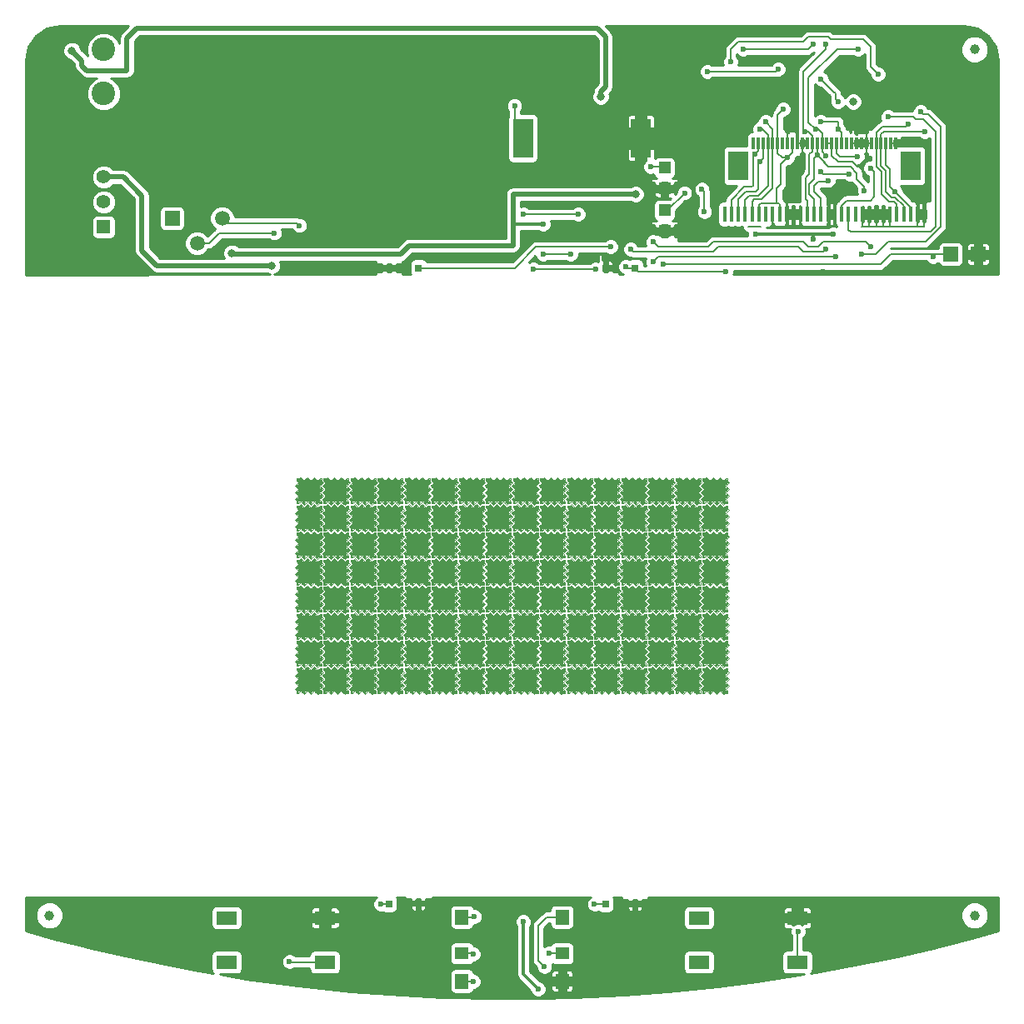
<source format=gbr>
G04 #@! TF.FileFunction,Copper,L1,Top,Signal*
%FSLAX46Y46*%
G04 Gerber Fmt 4.6, Leading zero omitted, Abs format (unit mm)*
G04 Created by KiCad (PCBNEW 0.201604232031+6710~44~ubuntu14.04.1-product) date Thu 12 May 2016 08:27:13 AM CEST*
%MOMM*%
%LPD*%
G01*
G04 APERTURE LIST*
%ADD10C,0.100000*%
%ADD11C,0.150000*%
%ADD12R,1.400000X1.500000*%
%ADD13R,1.400000X1.300000*%
%ADD14C,1.510000*%
%ADD15R,1.510000X1.510000*%
%ADD16R,0.300000X1.250000*%
%ADD17R,2.000000X3.000000*%
%ADD18C,2.400000*%
%ADD19R,0.700000X0.800000*%
%ADD20R,1.501140X1.501140*%
%ADD21R,1.198880X1.198880*%
%ADD22R,1.397000X1.397000*%
%ADD23C,1.397000*%
%ADD24R,2.000000X4.000000*%
%ADD25C,1.000000*%
%ADD26R,0.350000X1.600000*%
%ADD27R,2.100000X1.400000*%
%ADD28R,2.270000X2.270000*%
%ADD29C,0.604800*%
%ADD30C,0.800000*%
%ADD31C,0.600000*%
%ADD32C,0.200000*%
%ADD33C,0.500000*%
%ADD34C,0.300000*%
%ADD35C,0.254000*%
G04 APERTURE END LIST*
D10*
D11*
X121795000Y-98515000D02*
X121925000Y-98645000D01*
X121925000Y-98645000D02*
X121795000Y-98765000D01*
X121795000Y-98765000D02*
X121795000Y-98515000D01*
X121785000Y-97825000D02*
X121915000Y-97955000D01*
X121915000Y-97955000D02*
X121785000Y-98075000D01*
X121785000Y-98075000D02*
X121785000Y-97825000D01*
X121695000Y-96955000D02*
X121805000Y-96955000D01*
X121805000Y-96955000D02*
X121795000Y-97405000D01*
X121795000Y-97405000D02*
X121895000Y-97245000D01*
X119455000Y-97735000D02*
X119325000Y-97605000D01*
X119325000Y-97605000D02*
X119455000Y-97485000D01*
X119455000Y-97485000D02*
X119455000Y-97735000D01*
X119465000Y-98425000D02*
X119335000Y-98295000D01*
X119335000Y-98295000D02*
X119465000Y-98175000D01*
X119465000Y-98175000D02*
X119465000Y-98425000D01*
X119555000Y-99295000D02*
X119445000Y-99295000D01*
X119445000Y-99295000D02*
X119455000Y-98845000D01*
X119455000Y-98845000D02*
X119355000Y-99005000D01*
X120235000Y-99295000D02*
X120105000Y-99425000D01*
X120105000Y-99425000D02*
X119985000Y-99295000D01*
X119985000Y-99295000D02*
X120235000Y-99295000D01*
X120925000Y-99285000D02*
X120795000Y-99415000D01*
X120795000Y-99415000D02*
X120675000Y-99285000D01*
X120675000Y-99285000D02*
X120925000Y-99285000D01*
X121795000Y-99195000D02*
X121795000Y-99305000D01*
X121795000Y-99305000D02*
X121345000Y-99295000D01*
X121345000Y-99295000D02*
X121505000Y-99395000D01*
X121015000Y-96955000D02*
X121145000Y-96825000D01*
X121145000Y-96825000D02*
X121265000Y-96955000D01*
X121265000Y-96955000D02*
X121015000Y-96955000D01*
X120325000Y-96965000D02*
X120455000Y-96835000D01*
X120455000Y-96835000D02*
X120575000Y-96965000D01*
X120575000Y-96965000D02*
X120325000Y-96965000D01*
X119455000Y-97055000D02*
X119455000Y-96945000D01*
X119455000Y-96945000D02*
X119905000Y-96955000D01*
X119905000Y-96955000D02*
X119745000Y-96855000D01*
D10*
X122036000Y-97266000D02*
X121900000Y-97136000D01*
X121900000Y-97136000D02*
X121900000Y-96850000D01*
X121900000Y-96850000D02*
X121699000Y-96850000D01*
X121699000Y-96850000D02*
X121484000Y-97074000D01*
X119214000Y-98984000D02*
X119350000Y-99114000D01*
X119350000Y-99114000D02*
X119350000Y-99400000D01*
X119350000Y-99400000D02*
X119551000Y-99400000D01*
X119551000Y-99400000D02*
X119766000Y-99176000D01*
X121484000Y-99536000D02*
X121614000Y-99400000D01*
X121614000Y-99400000D02*
X121900000Y-99400000D01*
X121900000Y-99400000D02*
X121900000Y-99199000D01*
X121900000Y-99199000D02*
X121676000Y-98984000D01*
X119766000Y-96714000D02*
X119636000Y-96850000D01*
X119636000Y-96850000D02*
X119350000Y-96850000D01*
X119350000Y-96850000D02*
X119350000Y-97051000D01*
X119350000Y-97051000D02*
X119574000Y-97266000D01*
X119765625Y-96714000D02*
X120109375Y-97074000D01*
X121484375Y-99536000D02*
X121140625Y-99176000D01*
X119214000Y-98984375D02*
X119574000Y-98640625D01*
X122036000Y-97265625D02*
X121676000Y-97609375D01*
X120109375Y-97074000D02*
X120453125Y-96714000D01*
X120453125Y-96714000D02*
X120796875Y-97074000D01*
X121140625Y-99176000D02*
X120796875Y-99536000D01*
X120796875Y-99536000D02*
X120453125Y-99176000D01*
X119574000Y-98640625D02*
X119214000Y-98296875D01*
X119214000Y-98296875D02*
X119574000Y-97953125D01*
X121676000Y-97609375D02*
X122036000Y-97953125D01*
X122036000Y-97953125D02*
X121676000Y-98296875D01*
X120796875Y-97074000D02*
X121140625Y-96714000D01*
X121140625Y-96714000D02*
X121484375Y-97074000D01*
X120453125Y-99176000D02*
X120109375Y-99536000D01*
X120109375Y-99536000D02*
X119765625Y-99176000D01*
X119574000Y-97953125D02*
X119214000Y-97609375D01*
X119214000Y-97609375D02*
X119574000Y-97265625D01*
X121676000Y-98296875D02*
X122036000Y-98640625D01*
X122036000Y-98640625D02*
X121676000Y-98984375D01*
D11*
X121795000Y-95765000D02*
X121925000Y-95895000D01*
X121925000Y-95895000D02*
X121795000Y-96015000D01*
X121795000Y-96015000D02*
X121795000Y-95765000D01*
X121785000Y-95075000D02*
X121915000Y-95205000D01*
X121915000Y-95205000D02*
X121785000Y-95325000D01*
X121785000Y-95325000D02*
X121785000Y-95075000D01*
X121695000Y-94205000D02*
X121805000Y-94205000D01*
X121805000Y-94205000D02*
X121795000Y-94655000D01*
X121795000Y-94655000D02*
X121895000Y-94495000D01*
X119455000Y-94985000D02*
X119325000Y-94855000D01*
X119325000Y-94855000D02*
X119455000Y-94735000D01*
X119455000Y-94735000D02*
X119455000Y-94985000D01*
X119465000Y-95675000D02*
X119335000Y-95545000D01*
X119335000Y-95545000D02*
X119465000Y-95425000D01*
X119465000Y-95425000D02*
X119465000Y-95675000D01*
X119555000Y-96545000D02*
X119445000Y-96545000D01*
X119445000Y-96545000D02*
X119455000Y-96095000D01*
X119455000Y-96095000D02*
X119355000Y-96255000D01*
X120235000Y-96545000D02*
X120105000Y-96675000D01*
X120105000Y-96675000D02*
X119985000Y-96545000D01*
X119985000Y-96545000D02*
X120235000Y-96545000D01*
X120925000Y-96535000D02*
X120795000Y-96665000D01*
X120795000Y-96665000D02*
X120675000Y-96535000D01*
X120675000Y-96535000D02*
X120925000Y-96535000D01*
X121795000Y-96445000D02*
X121795000Y-96555000D01*
X121795000Y-96555000D02*
X121345000Y-96545000D01*
X121345000Y-96545000D02*
X121505000Y-96645000D01*
X121015000Y-94205000D02*
X121145000Y-94075000D01*
X121145000Y-94075000D02*
X121265000Y-94205000D01*
X121265000Y-94205000D02*
X121015000Y-94205000D01*
X120325000Y-94215000D02*
X120455000Y-94085000D01*
X120455000Y-94085000D02*
X120575000Y-94215000D01*
X120575000Y-94215000D02*
X120325000Y-94215000D01*
X119455000Y-94305000D02*
X119455000Y-94195000D01*
X119455000Y-94195000D02*
X119905000Y-94205000D01*
X119905000Y-94205000D02*
X119745000Y-94105000D01*
D10*
X122036000Y-94516000D02*
X121900000Y-94386000D01*
X121900000Y-94386000D02*
X121900000Y-94100000D01*
X121900000Y-94100000D02*
X121699000Y-94100000D01*
X121699000Y-94100000D02*
X121484000Y-94324000D01*
X119214000Y-96234000D02*
X119350000Y-96364000D01*
X119350000Y-96364000D02*
X119350000Y-96650000D01*
X119350000Y-96650000D02*
X119551000Y-96650000D01*
X119551000Y-96650000D02*
X119766000Y-96426000D01*
X121484000Y-96786000D02*
X121614000Y-96650000D01*
X121614000Y-96650000D02*
X121900000Y-96650000D01*
X121900000Y-96650000D02*
X121900000Y-96449000D01*
X121900000Y-96449000D02*
X121676000Y-96234000D01*
X119766000Y-93964000D02*
X119636000Y-94100000D01*
X119636000Y-94100000D02*
X119350000Y-94100000D01*
X119350000Y-94100000D02*
X119350000Y-94301000D01*
X119350000Y-94301000D02*
X119574000Y-94516000D01*
X119765625Y-93964000D02*
X120109375Y-94324000D01*
X121484375Y-96786000D02*
X121140625Y-96426000D01*
X119214000Y-96234375D02*
X119574000Y-95890625D01*
X122036000Y-94515625D02*
X121676000Y-94859375D01*
X120109375Y-94324000D02*
X120453125Y-93964000D01*
X120453125Y-93964000D02*
X120796875Y-94324000D01*
X121140625Y-96426000D02*
X120796875Y-96786000D01*
X120796875Y-96786000D02*
X120453125Y-96426000D01*
X119574000Y-95890625D02*
X119214000Y-95546875D01*
X119214000Y-95546875D02*
X119574000Y-95203125D01*
X121676000Y-94859375D02*
X122036000Y-95203125D01*
X122036000Y-95203125D02*
X121676000Y-95546875D01*
X120796875Y-94324000D02*
X121140625Y-93964000D01*
X121140625Y-93964000D02*
X121484375Y-94324000D01*
X120453125Y-96426000D02*
X120109375Y-96786000D01*
X120109375Y-96786000D02*
X119765625Y-96426000D01*
X119574000Y-95203125D02*
X119214000Y-94859375D01*
X119214000Y-94859375D02*
X119574000Y-94515625D01*
X121676000Y-95546875D02*
X122036000Y-95890625D01*
X122036000Y-95890625D02*
X121676000Y-96234375D01*
D11*
X121795000Y-93015000D02*
X121925000Y-93145000D01*
X121925000Y-93145000D02*
X121795000Y-93265000D01*
X121795000Y-93265000D02*
X121795000Y-93015000D01*
X121785000Y-92325000D02*
X121915000Y-92455000D01*
X121915000Y-92455000D02*
X121785000Y-92575000D01*
X121785000Y-92575000D02*
X121785000Y-92325000D01*
X121695000Y-91455000D02*
X121805000Y-91455000D01*
X121805000Y-91455000D02*
X121795000Y-91905000D01*
X121795000Y-91905000D02*
X121895000Y-91745000D01*
X119455000Y-92235000D02*
X119325000Y-92105000D01*
X119325000Y-92105000D02*
X119455000Y-91985000D01*
X119455000Y-91985000D02*
X119455000Y-92235000D01*
X119465000Y-92925000D02*
X119335000Y-92795000D01*
X119335000Y-92795000D02*
X119465000Y-92675000D01*
X119465000Y-92675000D02*
X119465000Y-92925000D01*
X119555000Y-93795000D02*
X119445000Y-93795000D01*
X119445000Y-93795000D02*
X119455000Y-93345000D01*
X119455000Y-93345000D02*
X119355000Y-93505000D01*
X120235000Y-93795000D02*
X120105000Y-93925000D01*
X120105000Y-93925000D02*
X119985000Y-93795000D01*
X119985000Y-93795000D02*
X120235000Y-93795000D01*
X120925000Y-93785000D02*
X120795000Y-93915000D01*
X120795000Y-93915000D02*
X120675000Y-93785000D01*
X120675000Y-93785000D02*
X120925000Y-93785000D01*
X121795000Y-93695000D02*
X121795000Y-93805000D01*
X121795000Y-93805000D02*
X121345000Y-93795000D01*
X121345000Y-93795000D02*
X121505000Y-93895000D01*
X121015000Y-91455000D02*
X121145000Y-91325000D01*
X121145000Y-91325000D02*
X121265000Y-91455000D01*
X121265000Y-91455000D02*
X121015000Y-91455000D01*
X120325000Y-91465000D02*
X120455000Y-91335000D01*
X120455000Y-91335000D02*
X120575000Y-91465000D01*
X120575000Y-91465000D02*
X120325000Y-91465000D01*
X119455000Y-91555000D02*
X119455000Y-91445000D01*
X119455000Y-91445000D02*
X119905000Y-91455000D01*
X119905000Y-91455000D02*
X119745000Y-91355000D01*
D10*
X122036000Y-91766000D02*
X121900000Y-91636000D01*
X121900000Y-91636000D02*
X121900000Y-91350000D01*
X121900000Y-91350000D02*
X121699000Y-91350000D01*
X121699000Y-91350000D02*
X121484000Y-91574000D01*
X119214000Y-93484000D02*
X119350000Y-93614000D01*
X119350000Y-93614000D02*
X119350000Y-93900000D01*
X119350000Y-93900000D02*
X119551000Y-93900000D01*
X119551000Y-93900000D02*
X119766000Y-93676000D01*
X121484000Y-94036000D02*
X121614000Y-93900000D01*
X121614000Y-93900000D02*
X121900000Y-93900000D01*
X121900000Y-93900000D02*
X121900000Y-93699000D01*
X121900000Y-93699000D02*
X121676000Y-93484000D01*
X119766000Y-91214000D02*
X119636000Y-91350000D01*
X119636000Y-91350000D02*
X119350000Y-91350000D01*
X119350000Y-91350000D02*
X119350000Y-91551000D01*
X119350000Y-91551000D02*
X119574000Y-91766000D01*
X119765625Y-91214000D02*
X120109375Y-91574000D01*
X121484375Y-94036000D02*
X121140625Y-93676000D01*
X119214000Y-93484375D02*
X119574000Y-93140625D01*
X122036000Y-91765625D02*
X121676000Y-92109375D01*
X120109375Y-91574000D02*
X120453125Y-91214000D01*
X120453125Y-91214000D02*
X120796875Y-91574000D01*
X121140625Y-93676000D02*
X120796875Y-94036000D01*
X120796875Y-94036000D02*
X120453125Y-93676000D01*
X119574000Y-93140625D02*
X119214000Y-92796875D01*
X119214000Y-92796875D02*
X119574000Y-92453125D01*
X121676000Y-92109375D02*
X122036000Y-92453125D01*
X122036000Y-92453125D02*
X121676000Y-92796875D01*
X120796875Y-91574000D02*
X121140625Y-91214000D01*
X121140625Y-91214000D02*
X121484375Y-91574000D01*
X120453125Y-93676000D02*
X120109375Y-94036000D01*
X120109375Y-94036000D02*
X119765625Y-93676000D01*
X119574000Y-92453125D02*
X119214000Y-92109375D01*
X119214000Y-92109375D02*
X119574000Y-91765625D01*
X121676000Y-92796875D02*
X122036000Y-93140625D01*
X122036000Y-93140625D02*
X121676000Y-93484375D01*
D11*
X121795000Y-90265000D02*
X121925000Y-90395000D01*
X121925000Y-90395000D02*
X121795000Y-90515000D01*
X121795000Y-90515000D02*
X121795000Y-90265000D01*
X121785000Y-89575000D02*
X121915000Y-89705000D01*
X121915000Y-89705000D02*
X121785000Y-89825000D01*
X121785000Y-89825000D02*
X121785000Y-89575000D01*
X121695000Y-88705000D02*
X121805000Y-88705000D01*
X121805000Y-88705000D02*
X121795000Y-89155000D01*
X121795000Y-89155000D02*
X121895000Y-88995000D01*
X119455000Y-89485000D02*
X119325000Y-89355000D01*
X119325000Y-89355000D02*
X119455000Y-89235000D01*
X119455000Y-89235000D02*
X119455000Y-89485000D01*
X119465000Y-90175000D02*
X119335000Y-90045000D01*
X119335000Y-90045000D02*
X119465000Y-89925000D01*
X119465000Y-89925000D02*
X119465000Y-90175000D01*
X119555000Y-91045000D02*
X119445000Y-91045000D01*
X119445000Y-91045000D02*
X119455000Y-90595000D01*
X119455000Y-90595000D02*
X119355000Y-90755000D01*
X120235000Y-91045000D02*
X120105000Y-91175000D01*
X120105000Y-91175000D02*
X119985000Y-91045000D01*
X119985000Y-91045000D02*
X120235000Y-91045000D01*
X120925000Y-91035000D02*
X120795000Y-91165000D01*
X120795000Y-91165000D02*
X120675000Y-91035000D01*
X120675000Y-91035000D02*
X120925000Y-91035000D01*
X121795000Y-90945000D02*
X121795000Y-91055000D01*
X121795000Y-91055000D02*
X121345000Y-91045000D01*
X121345000Y-91045000D02*
X121505000Y-91145000D01*
X121015000Y-88705000D02*
X121145000Y-88575000D01*
X121145000Y-88575000D02*
X121265000Y-88705000D01*
X121265000Y-88705000D02*
X121015000Y-88705000D01*
X120325000Y-88715000D02*
X120455000Y-88585000D01*
X120455000Y-88585000D02*
X120575000Y-88715000D01*
X120575000Y-88715000D02*
X120325000Y-88715000D01*
X119455000Y-88805000D02*
X119455000Y-88695000D01*
X119455000Y-88695000D02*
X119905000Y-88705000D01*
X119905000Y-88705000D02*
X119745000Y-88605000D01*
D10*
X122036000Y-89016000D02*
X121900000Y-88886000D01*
X121900000Y-88886000D02*
X121900000Y-88600000D01*
X121900000Y-88600000D02*
X121699000Y-88600000D01*
X121699000Y-88600000D02*
X121484000Y-88824000D01*
X119214000Y-90734000D02*
X119350000Y-90864000D01*
X119350000Y-90864000D02*
X119350000Y-91150000D01*
X119350000Y-91150000D02*
X119551000Y-91150000D01*
X119551000Y-91150000D02*
X119766000Y-90926000D01*
X121484000Y-91286000D02*
X121614000Y-91150000D01*
X121614000Y-91150000D02*
X121900000Y-91150000D01*
X121900000Y-91150000D02*
X121900000Y-90949000D01*
X121900000Y-90949000D02*
X121676000Y-90734000D01*
X119766000Y-88464000D02*
X119636000Y-88600000D01*
X119636000Y-88600000D02*
X119350000Y-88600000D01*
X119350000Y-88600000D02*
X119350000Y-88801000D01*
X119350000Y-88801000D02*
X119574000Y-89016000D01*
X119765625Y-88464000D02*
X120109375Y-88824000D01*
X121484375Y-91286000D02*
X121140625Y-90926000D01*
X119214000Y-90734375D02*
X119574000Y-90390625D01*
X122036000Y-89015625D02*
X121676000Y-89359375D01*
X120109375Y-88824000D02*
X120453125Y-88464000D01*
X120453125Y-88464000D02*
X120796875Y-88824000D01*
X121140625Y-90926000D02*
X120796875Y-91286000D01*
X120796875Y-91286000D02*
X120453125Y-90926000D01*
X119574000Y-90390625D02*
X119214000Y-90046875D01*
X119214000Y-90046875D02*
X119574000Y-89703125D01*
X121676000Y-89359375D02*
X122036000Y-89703125D01*
X122036000Y-89703125D02*
X121676000Y-90046875D01*
X120796875Y-88824000D02*
X121140625Y-88464000D01*
X121140625Y-88464000D02*
X121484375Y-88824000D01*
X120453125Y-90926000D02*
X120109375Y-91286000D01*
X120109375Y-91286000D02*
X119765625Y-90926000D01*
X119574000Y-89703125D02*
X119214000Y-89359375D01*
X119214000Y-89359375D02*
X119574000Y-89015625D01*
X121676000Y-90046875D02*
X122036000Y-90390625D01*
X122036000Y-90390625D02*
X121676000Y-90734375D01*
D11*
X119045000Y-98515000D02*
X119175000Y-98645000D01*
X119175000Y-98645000D02*
X119045000Y-98765000D01*
X119045000Y-98765000D02*
X119045000Y-98515000D01*
X119035000Y-97825000D02*
X119165000Y-97955000D01*
X119165000Y-97955000D02*
X119035000Y-98075000D01*
X119035000Y-98075000D02*
X119035000Y-97825000D01*
X118945000Y-96955000D02*
X119055000Y-96955000D01*
X119055000Y-96955000D02*
X119045000Y-97405000D01*
X119045000Y-97405000D02*
X119145000Y-97245000D01*
X116705000Y-97735000D02*
X116575000Y-97605000D01*
X116575000Y-97605000D02*
X116705000Y-97485000D01*
X116705000Y-97485000D02*
X116705000Y-97735000D01*
X116715000Y-98425000D02*
X116585000Y-98295000D01*
X116585000Y-98295000D02*
X116715000Y-98175000D01*
X116715000Y-98175000D02*
X116715000Y-98425000D01*
X116805000Y-99295000D02*
X116695000Y-99295000D01*
X116695000Y-99295000D02*
X116705000Y-98845000D01*
X116705000Y-98845000D02*
X116605000Y-99005000D01*
X117485000Y-99295000D02*
X117355000Y-99425000D01*
X117355000Y-99425000D02*
X117235000Y-99295000D01*
X117235000Y-99295000D02*
X117485000Y-99295000D01*
X118175000Y-99285000D02*
X118045000Y-99415000D01*
X118045000Y-99415000D02*
X117925000Y-99285000D01*
X117925000Y-99285000D02*
X118175000Y-99285000D01*
X119045000Y-99195000D02*
X119045000Y-99305000D01*
X119045000Y-99305000D02*
X118595000Y-99295000D01*
X118595000Y-99295000D02*
X118755000Y-99395000D01*
X118265000Y-96955000D02*
X118395000Y-96825000D01*
X118395000Y-96825000D02*
X118515000Y-96955000D01*
X118515000Y-96955000D02*
X118265000Y-96955000D01*
X117575000Y-96965000D02*
X117705000Y-96835000D01*
X117705000Y-96835000D02*
X117825000Y-96965000D01*
X117825000Y-96965000D02*
X117575000Y-96965000D01*
X116705000Y-97055000D02*
X116705000Y-96945000D01*
X116705000Y-96945000D02*
X117155000Y-96955000D01*
X117155000Y-96955000D02*
X116995000Y-96855000D01*
D10*
X119286000Y-97266000D02*
X119150000Y-97136000D01*
X119150000Y-97136000D02*
X119150000Y-96850000D01*
X119150000Y-96850000D02*
X118949000Y-96850000D01*
X118949000Y-96850000D02*
X118734000Y-97074000D01*
X116464000Y-98984000D02*
X116600000Y-99114000D01*
X116600000Y-99114000D02*
X116600000Y-99400000D01*
X116600000Y-99400000D02*
X116801000Y-99400000D01*
X116801000Y-99400000D02*
X117016000Y-99176000D01*
X118734000Y-99536000D02*
X118864000Y-99400000D01*
X118864000Y-99400000D02*
X119150000Y-99400000D01*
X119150000Y-99400000D02*
X119150000Y-99199000D01*
X119150000Y-99199000D02*
X118926000Y-98984000D01*
X117016000Y-96714000D02*
X116886000Y-96850000D01*
X116886000Y-96850000D02*
X116600000Y-96850000D01*
X116600000Y-96850000D02*
X116600000Y-97051000D01*
X116600000Y-97051000D02*
X116824000Y-97266000D01*
X117015625Y-96714000D02*
X117359375Y-97074000D01*
X118734375Y-99536000D02*
X118390625Y-99176000D01*
X116464000Y-98984375D02*
X116824000Y-98640625D01*
X119286000Y-97265625D02*
X118926000Y-97609375D01*
X117359375Y-97074000D02*
X117703125Y-96714000D01*
X117703125Y-96714000D02*
X118046875Y-97074000D01*
X118390625Y-99176000D02*
X118046875Y-99536000D01*
X118046875Y-99536000D02*
X117703125Y-99176000D01*
X116824000Y-98640625D02*
X116464000Y-98296875D01*
X116464000Y-98296875D02*
X116824000Y-97953125D01*
X118926000Y-97609375D02*
X119286000Y-97953125D01*
X119286000Y-97953125D02*
X118926000Y-98296875D01*
X118046875Y-97074000D02*
X118390625Y-96714000D01*
X118390625Y-96714000D02*
X118734375Y-97074000D01*
X117703125Y-99176000D02*
X117359375Y-99536000D01*
X117359375Y-99536000D02*
X117015625Y-99176000D01*
X116824000Y-97953125D02*
X116464000Y-97609375D01*
X116464000Y-97609375D02*
X116824000Y-97265625D01*
X118926000Y-98296875D02*
X119286000Y-98640625D01*
X119286000Y-98640625D02*
X118926000Y-98984375D01*
D11*
X119045000Y-95765000D02*
X119175000Y-95895000D01*
X119175000Y-95895000D02*
X119045000Y-96015000D01*
X119045000Y-96015000D02*
X119045000Y-95765000D01*
X119035000Y-95075000D02*
X119165000Y-95205000D01*
X119165000Y-95205000D02*
X119035000Y-95325000D01*
X119035000Y-95325000D02*
X119035000Y-95075000D01*
X118945000Y-94205000D02*
X119055000Y-94205000D01*
X119055000Y-94205000D02*
X119045000Y-94655000D01*
X119045000Y-94655000D02*
X119145000Y-94495000D01*
X116705000Y-94985000D02*
X116575000Y-94855000D01*
X116575000Y-94855000D02*
X116705000Y-94735000D01*
X116705000Y-94735000D02*
X116705000Y-94985000D01*
X116715000Y-95675000D02*
X116585000Y-95545000D01*
X116585000Y-95545000D02*
X116715000Y-95425000D01*
X116715000Y-95425000D02*
X116715000Y-95675000D01*
X116805000Y-96545000D02*
X116695000Y-96545000D01*
X116695000Y-96545000D02*
X116705000Y-96095000D01*
X116705000Y-96095000D02*
X116605000Y-96255000D01*
X117485000Y-96545000D02*
X117355000Y-96675000D01*
X117355000Y-96675000D02*
X117235000Y-96545000D01*
X117235000Y-96545000D02*
X117485000Y-96545000D01*
X118175000Y-96535000D02*
X118045000Y-96665000D01*
X118045000Y-96665000D02*
X117925000Y-96535000D01*
X117925000Y-96535000D02*
X118175000Y-96535000D01*
X119045000Y-96445000D02*
X119045000Y-96555000D01*
X119045000Y-96555000D02*
X118595000Y-96545000D01*
X118595000Y-96545000D02*
X118755000Y-96645000D01*
X118265000Y-94205000D02*
X118395000Y-94075000D01*
X118395000Y-94075000D02*
X118515000Y-94205000D01*
X118515000Y-94205000D02*
X118265000Y-94205000D01*
X117575000Y-94215000D02*
X117705000Y-94085000D01*
X117705000Y-94085000D02*
X117825000Y-94215000D01*
X117825000Y-94215000D02*
X117575000Y-94215000D01*
X116705000Y-94305000D02*
X116705000Y-94195000D01*
X116705000Y-94195000D02*
X117155000Y-94205000D01*
X117155000Y-94205000D02*
X116995000Y-94105000D01*
D10*
X119286000Y-94516000D02*
X119150000Y-94386000D01*
X119150000Y-94386000D02*
X119150000Y-94100000D01*
X119150000Y-94100000D02*
X118949000Y-94100000D01*
X118949000Y-94100000D02*
X118734000Y-94324000D01*
X116464000Y-96234000D02*
X116600000Y-96364000D01*
X116600000Y-96364000D02*
X116600000Y-96650000D01*
X116600000Y-96650000D02*
X116801000Y-96650000D01*
X116801000Y-96650000D02*
X117016000Y-96426000D01*
X118734000Y-96786000D02*
X118864000Y-96650000D01*
X118864000Y-96650000D02*
X119150000Y-96650000D01*
X119150000Y-96650000D02*
X119150000Y-96449000D01*
X119150000Y-96449000D02*
X118926000Y-96234000D01*
X117016000Y-93964000D02*
X116886000Y-94100000D01*
X116886000Y-94100000D02*
X116600000Y-94100000D01*
X116600000Y-94100000D02*
X116600000Y-94301000D01*
X116600000Y-94301000D02*
X116824000Y-94516000D01*
X117015625Y-93964000D02*
X117359375Y-94324000D01*
X118734375Y-96786000D02*
X118390625Y-96426000D01*
X116464000Y-96234375D02*
X116824000Y-95890625D01*
X119286000Y-94515625D02*
X118926000Y-94859375D01*
X117359375Y-94324000D02*
X117703125Y-93964000D01*
X117703125Y-93964000D02*
X118046875Y-94324000D01*
X118390625Y-96426000D02*
X118046875Y-96786000D01*
X118046875Y-96786000D02*
X117703125Y-96426000D01*
X116824000Y-95890625D02*
X116464000Y-95546875D01*
X116464000Y-95546875D02*
X116824000Y-95203125D01*
X118926000Y-94859375D02*
X119286000Y-95203125D01*
X119286000Y-95203125D02*
X118926000Y-95546875D01*
X118046875Y-94324000D02*
X118390625Y-93964000D01*
X118390625Y-93964000D02*
X118734375Y-94324000D01*
X117703125Y-96426000D02*
X117359375Y-96786000D01*
X117359375Y-96786000D02*
X117015625Y-96426000D01*
X116824000Y-95203125D02*
X116464000Y-94859375D01*
X116464000Y-94859375D02*
X116824000Y-94515625D01*
X118926000Y-95546875D02*
X119286000Y-95890625D01*
X119286000Y-95890625D02*
X118926000Y-96234375D01*
D11*
X119045000Y-90265000D02*
X119175000Y-90395000D01*
X119175000Y-90395000D02*
X119045000Y-90515000D01*
X119045000Y-90515000D02*
X119045000Y-90265000D01*
X119035000Y-89575000D02*
X119165000Y-89705000D01*
X119165000Y-89705000D02*
X119035000Y-89825000D01*
X119035000Y-89825000D02*
X119035000Y-89575000D01*
X118945000Y-88705000D02*
X119055000Y-88705000D01*
X119055000Y-88705000D02*
X119045000Y-89155000D01*
X119045000Y-89155000D02*
X119145000Y-88995000D01*
X116705000Y-89485000D02*
X116575000Y-89355000D01*
X116575000Y-89355000D02*
X116705000Y-89235000D01*
X116705000Y-89235000D02*
X116705000Y-89485000D01*
X116715000Y-90175000D02*
X116585000Y-90045000D01*
X116585000Y-90045000D02*
X116715000Y-89925000D01*
X116715000Y-89925000D02*
X116715000Y-90175000D01*
X116805000Y-91045000D02*
X116695000Y-91045000D01*
X116695000Y-91045000D02*
X116705000Y-90595000D01*
X116705000Y-90595000D02*
X116605000Y-90755000D01*
X117485000Y-91045000D02*
X117355000Y-91175000D01*
X117355000Y-91175000D02*
X117235000Y-91045000D01*
X117235000Y-91045000D02*
X117485000Y-91045000D01*
X118175000Y-91035000D02*
X118045000Y-91165000D01*
X118045000Y-91165000D02*
X117925000Y-91035000D01*
X117925000Y-91035000D02*
X118175000Y-91035000D01*
X119045000Y-90945000D02*
X119045000Y-91055000D01*
X119045000Y-91055000D02*
X118595000Y-91045000D01*
X118595000Y-91045000D02*
X118755000Y-91145000D01*
X118265000Y-88705000D02*
X118395000Y-88575000D01*
X118395000Y-88575000D02*
X118515000Y-88705000D01*
X118515000Y-88705000D02*
X118265000Y-88705000D01*
X117575000Y-88715000D02*
X117705000Y-88585000D01*
X117705000Y-88585000D02*
X117825000Y-88715000D01*
X117825000Y-88715000D02*
X117575000Y-88715000D01*
X116705000Y-88805000D02*
X116705000Y-88695000D01*
X116705000Y-88695000D02*
X117155000Y-88705000D01*
X117155000Y-88705000D02*
X116995000Y-88605000D01*
D10*
X119286000Y-89016000D02*
X119150000Y-88886000D01*
X119150000Y-88886000D02*
X119150000Y-88600000D01*
X119150000Y-88600000D02*
X118949000Y-88600000D01*
X118949000Y-88600000D02*
X118734000Y-88824000D01*
X116464000Y-90734000D02*
X116600000Y-90864000D01*
X116600000Y-90864000D02*
X116600000Y-91150000D01*
X116600000Y-91150000D02*
X116801000Y-91150000D01*
X116801000Y-91150000D02*
X117016000Y-90926000D01*
X118734000Y-91286000D02*
X118864000Y-91150000D01*
X118864000Y-91150000D02*
X119150000Y-91150000D01*
X119150000Y-91150000D02*
X119150000Y-90949000D01*
X119150000Y-90949000D02*
X118926000Y-90734000D01*
X117016000Y-88464000D02*
X116886000Y-88600000D01*
X116886000Y-88600000D02*
X116600000Y-88600000D01*
X116600000Y-88600000D02*
X116600000Y-88801000D01*
X116600000Y-88801000D02*
X116824000Y-89016000D01*
X117015625Y-88464000D02*
X117359375Y-88824000D01*
X118734375Y-91286000D02*
X118390625Y-90926000D01*
X116464000Y-90734375D02*
X116824000Y-90390625D01*
X119286000Y-89015625D02*
X118926000Y-89359375D01*
X117359375Y-88824000D02*
X117703125Y-88464000D01*
X117703125Y-88464000D02*
X118046875Y-88824000D01*
X118390625Y-90926000D02*
X118046875Y-91286000D01*
X118046875Y-91286000D02*
X117703125Y-90926000D01*
X116824000Y-90390625D02*
X116464000Y-90046875D01*
X116464000Y-90046875D02*
X116824000Y-89703125D01*
X118926000Y-89359375D02*
X119286000Y-89703125D01*
X119286000Y-89703125D02*
X118926000Y-90046875D01*
X118046875Y-88824000D02*
X118390625Y-88464000D01*
X118390625Y-88464000D02*
X118734375Y-88824000D01*
X117703125Y-90926000D02*
X117359375Y-91286000D01*
X117359375Y-91286000D02*
X117015625Y-90926000D01*
X116824000Y-89703125D02*
X116464000Y-89359375D01*
X116464000Y-89359375D02*
X116824000Y-89015625D01*
X118926000Y-90046875D02*
X119286000Y-90390625D01*
X119286000Y-90390625D02*
X118926000Y-90734375D01*
D11*
X119045000Y-93015000D02*
X119175000Y-93145000D01*
X119175000Y-93145000D02*
X119045000Y-93265000D01*
X119045000Y-93265000D02*
X119045000Y-93015000D01*
X119035000Y-92325000D02*
X119165000Y-92455000D01*
X119165000Y-92455000D02*
X119035000Y-92575000D01*
X119035000Y-92575000D02*
X119035000Y-92325000D01*
X118945000Y-91455000D02*
X119055000Y-91455000D01*
X119055000Y-91455000D02*
X119045000Y-91905000D01*
X119045000Y-91905000D02*
X119145000Y-91745000D01*
X116705000Y-92235000D02*
X116575000Y-92105000D01*
X116575000Y-92105000D02*
X116705000Y-91985000D01*
X116705000Y-91985000D02*
X116705000Y-92235000D01*
X116715000Y-92925000D02*
X116585000Y-92795000D01*
X116585000Y-92795000D02*
X116715000Y-92675000D01*
X116715000Y-92675000D02*
X116715000Y-92925000D01*
X116805000Y-93795000D02*
X116695000Y-93795000D01*
X116695000Y-93795000D02*
X116705000Y-93345000D01*
X116705000Y-93345000D02*
X116605000Y-93505000D01*
X117485000Y-93795000D02*
X117355000Y-93925000D01*
X117355000Y-93925000D02*
X117235000Y-93795000D01*
X117235000Y-93795000D02*
X117485000Y-93795000D01*
X118175000Y-93785000D02*
X118045000Y-93915000D01*
X118045000Y-93915000D02*
X117925000Y-93785000D01*
X117925000Y-93785000D02*
X118175000Y-93785000D01*
X119045000Y-93695000D02*
X119045000Y-93805000D01*
X119045000Y-93805000D02*
X118595000Y-93795000D01*
X118595000Y-93795000D02*
X118755000Y-93895000D01*
X118265000Y-91455000D02*
X118395000Y-91325000D01*
X118395000Y-91325000D02*
X118515000Y-91455000D01*
X118515000Y-91455000D02*
X118265000Y-91455000D01*
X117575000Y-91465000D02*
X117705000Y-91335000D01*
X117705000Y-91335000D02*
X117825000Y-91465000D01*
X117825000Y-91465000D02*
X117575000Y-91465000D01*
X116705000Y-91555000D02*
X116705000Y-91445000D01*
X116705000Y-91445000D02*
X117155000Y-91455000D01*
X117155000Y-91455000D02*
X116995000Y-91355000D01*
D10*
X119286000Y-91766000D02*
X119150000Y-91636000D01*
X119150000Y-91636000D02*
X119150000Y-91350000D01*
X119150000Y-91350000D02*
X118949000Y-91350000D01*
X118949000Y-91350000D02*
X118734000Y-91574000D01*
X116464000Y-93484000D02*
X116600000Y-93614000D01*
X116600000Y-93614000D02*
X116600000Y-93900000D01*
X116600000Y-93900000D02*
X116801000Y-93900000D01*
X116801000Y-93900000D02*
X117016000Y-93676000D01*
X118734000Y-94036000D02*
X118864000Y-93900000D01*
X118864000Y-93900000D02*
X119150000Y-93900000D01*
X119150000Y-93900000D02*
X119150000Y-93699000D01*
X119150000Y-93699000D02*
X118926000Y-93484000D01*
X117016000Y-91214000D02*
X116886000Y-91350000D01*
X116886000Y-91350000D02*
X116600000Y-91350000D01*
X116600000Y-91350000D02*
X116600000Y-91551000D01*
X116600000Y-91551000D02*
X116824000Y-91766000D01*
X117015625Y-91214000D02*
X117359375Y-91574000D01*
X118734375Y-94036000D02*
X118390625Y-93676000D01*
X116464000Y-93484375D02*
X116824000Y-93140625D01*
X119286000Y-91765625D02*
X118926000Y-92109375D01*
X117359375Y-91574000D02*
X117703125Y-91214000D01*
X117703125Y-91214000D02*
X118046875Y-91574000D01*
X118390625Y-93676000D02*
X118046875Y-94036000D01*
X118046875Y-94036000D02*
X117703125Y-93676000D01*
X116824000Y-93140625D02*
X116464000Y-92796875D01*
X116464000Y-92796875D02*
X116824000Y-92453125D01*
X118926000Y-92109375D02*
X119286000Y-92453125D01*
X119286000Y-92453125D02*
X118926000Y-92796875D01*
X118046875Y-91574000D02*
X118390625Y-91214000D01*
X118390625Y-91214000D02*
X118734375Y-91574000D01*
X117703125Y-93676000D02*
X117359375Y-94036000D01*
X117359375Y-94036000D02*
X117015625Y-93676000D01*
X116824000Y-92453125D02*
X116464000Y-92109375D01*
X116464000Y-92109375D02*
X116824000Y-91765625D01*
X118926000Y-92796875D02*
X119286000Y-93140625D01*
X119286000Y-93140625D02*
X118926000Y-93484375D01*
D11*
X116295000Y-98515000D02*
X116425000Y-98645000D01*
X116425000Y-98645000D02*
X116295000Y-98765000D01*
X116295000Y-98765000D02*
X116295000Y-98515000D01*
X116285000Y-97825000D02*
X116415000Y-97955000D01*
X116415000Y-97955000D02*
X116285000Y-98075000D01*
X116285000Y-98075000D02*
X116285000Y-97825000D01*
X116195000Y-96955000D02*
X116305000Y-96955000D01*
X116305000Y-96955000D02*
X116295000Y-97405000D01*
X116295000Y-97405000D02*
X116395000Y-97245000D01*
X113955000Y-97735000D02*
X113825000Y-97605000D01*
X113825000Y-97605000D02*
X113955000Y-97485000D01*
X113955000Y-97485000D02*
X113955000Y-97735000D01*
X113965000Y-98425000D02*
X113835000Y-98295000D01*
X113835000Y-98295000D02*
X113965000Y-98175000D01*
X113965000Y-98175000D02*
X113965000Y-98425000D01*
X114055000Y-99295000D02*
X113945000Y-99295000D01*
X113945000Y-99295000D02*
X113955000Y-98845000D01*
X113955000Y-98845000D02*
X113855000Y-99005000D01*
X114735000Y-99295000D02*
X114605000Y-99425000D01*
X114605000Y-99425000D02*
X114485000Y-99295000D01*
X114485000Y-99295000D02*
X114735000Y-99295000D01*
X115425000Y-99285000D02*
X115295000Y-99415000D01*
X115295000Y-99415000D02*
X115175000Y-99285000D01*
X115175000Y-99285000D02*
X115425000Y-99285000D01*
X116295000Y-99195000D02*
X116295000Y-99305000D01*
X116295000Y-99305000D02*
X115845000Y-99295000D01*
X115845000Y-99295000D02*
X116005000Y-99395000D01*
X115515000Y-96955000D02*
X115645000Y-96825000D01*
X115645000Y-96825000D02*
X115765000Y-96955000D01*
X115765000Y-96955000D02*
X115515000Y-96955000D01*
X114825000Y-96965000D02*
X114955000Y-96835000D01*
X114955000Y-96835000D02*
X115075000Y-96965000D01*
X115075000Y-96965000D02*
X114825000Y-96965000D01*
X113955000Y-97055000D02*
X113955000Y-96945000D01*
X113955000Y-96945000D02*
X114405000Y-96955000D01*
X114405000Y-96955000D02*
X114245000Y-96855000D01*
D10*
X116536000Y-97266000D02*
X116400000Y-97136000D01*
X116400000Y-97136000D02*
X116400000Y-96850000D01*
X116400000Y-96850000D02*
X116199000Y-96850000D01*
X116199000Y-96850000D02*
X115984000Y-97074000D01*
X113714000Y-98984000D02*
X113850000Y-99114000D01*
X113850000Y-99114000D02*
X113850000Y-99400000D01*
X113850000Y-99400000D02*
X114051000Y-99400000D01*
X114051000Y-99400000D02*
X114266000Y-99176000D01*
X115984000Y-99536000D02*
X116114000Y-99400000D01*
X116114000Y-99400000D02*
X116400000Y-99400000D01*
X116400000Y-99400000D02*
X116400000Y-99199000D01*
X116400000Y-99199000D02*
X116176000Y-98984000D01*
X114266000Y-96714000D02*
X114136000Y-96850000D01*
X114136000Y-96850000D02*
X113850000Y-96850000D01*
X113850000Y-96850000D02*
X113850000Y-97051000D01*
X113850000Y-97051000D02*
X114074000Y-97266000D01*
X114265625Y-96714000D02*
X114609375Y-97074000D01*
X115984375Y-99536000D02*
X115640625Y-99176000D01*
X113714000Y-98984375D02*
X114074000Y-98640625D01*
X116536000Y-97265625D02*
X116176000Y-97609375D01*
X114609375Y-97074000D02*
X114953125Y-96714000D01*
X114953125Y-96714000D02*
X115296875Y-97074000D01*
X115640625Y-99176000D02*
X115296875Y-99536000D01*
X115296875Y-99536000D02*
X114953125Y-99176000D01*
X114074000Y-98640625D02*
X113714000Y-98296875D01*
X113714000Y-98296875D02*
X114074000Y-97953125D01*
X116176000Y-97609375D02*
X116536000Y-97953125D01*
X116536000Y-97953125D02*
X116176000Y-98296875D01*
X115296875Y-97074000D02*
X115640625Y-96714000D01*
X115640625Y-96714000D02*
X115984375Y-97074000D01*
X114953125Y-99176000D02*
X114609375Y-99536000D01*
X114609375Y-99536000D02*
X114265625Y-99176000D01*
X114074000Y-97953125D02*
X113714000Y-97609375D01*
X113714000Y-97609375D02*
X114074000Y-97265625D01*
X116176000Y-98296875D02*
X116536000Y-98640625D01*
X116536000Y-98640625D02*
X116176000Y-98984375D01*
D11*
X116295000Y-93015000D02*
X116425000Y-93145000D01*
X116425000Y-93145000D02*
X116295000Y-93265000D01*
X116295000Y-93265000D02*
X116295000Y-93015000D01*
X116285000Y-92325000D02*
X116415000Y-92455000D01*
X116415000Y-92455000D02*
X116285000Y-92575000D01*
X116285000Y-92575000D02*
X116285000Y-92325000D01*
X116195000Y-91455000D02*
X116305000Y-91455000D01*
X116305000Y-91455000D02*
X116295000Y-91905000D01*
X116295000Y-91905000D02*
X116395000Y-91745000D01*
X113955000Y-92235000D02*
X113825000Y-92105000D01*
X113825000Y-92105000D02*
X113955000Y-91985000D01*
X113955000Y-91985000D02*
X113955000Y-92235000D01*
X113965000Y-92925000D02*
X113835000Y-92795000D01*
X113835000Y-92795000D02*
X113965000Y-92675000D01*
X113965000Y-92675000D02*
X113965000Y-92925000D01*
X114055000Y-93795000D02*
X113945000Y-93795000D01*
X113945000Y-93795000D02*
X113955000Y-93345000D01*
X113955000Y-93345000D02*
X113855000Y-93505000D01*
X114735000Y-93795000D02*
X114605000Y-93925000D01*
X114605000Y-93925000D02*
X114485000Y-93795000D01*
X114485000Y-93795000D02*
X114735000Y-93795000D01*
X115425000Y-93785000D02*
X115295000Y-93915000D01*
X115295000Y-93915000D02*
X115175000Y-93785000D01*
X115175000Y-93785000D02*
X115425000Y-93785000D01*
X116295000Y-93695000D02*
X116295000Y-93805000D01*
X116295000Y-93805000D02*
X115845000Y-93795000D01*
X115845000Y-93795000D02*
X116005000Y-93895000D01*
X115515000Y-91455000D02*
X115645000Y-91325000D01*
X115645000Y-91325000D02*
X115765000Y-91455000D01*
X115765000Y-91455000D02*
X115515000Y-91455000D01*
X114825000Y-91465000D02*
X114955000Y-91335000D01*
X114955000Y-91335000D02*
X115075000Y-91465000D01*
X115075000Y-91465000D02*
X114825000Y-91465000D01*
X113955000Y-91555000D02*
X113955000Y-91445000D01*
X113955000Y-91445000D02*
X114405000Y-91455000D01*
X114405000Y-91455000D02*
X114245000Y-91355000D01*
D10*
X116536000Y-91766000D02*
X116400000Y-91636000D01*
X116400000Y-91636000D02*
X116400000Y-91350000D01*
X116400000Y-91350000D02*
X116199000Y-91350000D01*
X116199000Y-91350000D02*
X115984000Y-91574000D01*
X113714000Y-93484000D02*
X113850000Y-93614000D01*
X113850000Y-93614000D02*
X113850000Y-93900000D01*
X113850000Y-93900000D02*
X114051000Y-93900000D01*
X114051000Y-93900000D02*
X114266000Y-93676000D01*
X115984000Y-94036000D02*
X116114000Y-93900000D01*
X116114000Y-93900000D02*
X116400000Y-93900000D01*
X116400000Y-93900000D02*
X116400000Y-93699000D01*
X116400000Y-93699000D02*
X116176000Y-93484000D01*
X114266000Y-91214000D02*
X114136000Y-91350000D01*
X114136000Y-91350000D02*
X113850000Y-91350000D01*
X113850000Y-91350000D02*
X113850000Y-91551000D01*
X113850000Y-91551000D02*
X114074000Y-91766000D01*
X114265625Y-91214000D02*
X114609375Y-91574000D01*
X115984375Y-94036000D02*
X115640625Y-93676000D01*
X113714000Y-93484375D02*
X114074000Y-93140625D01*
X116536000Y-91765625D02*
X116176000Y-92109375D01*
X114609375Y-91574000D02*
X114953125Y-91214000D01*
X114953125Y-91214000D02*
X115296875Y-91574000D01*
X115640625Y-93676000D02*
X115296875Y-94036000D01*
X115296875Y-94036000D02*
X114953125Y-93676000D01*
X114074000Y-93140625D02*
X113714000Y-92796875D01*
X113714000Y-92796875D02*
X114074000Y-92453125D01*
X116176000Y-92109375D02*
X116536000Y-92453125D01*
X116536000Y-92453125D02*
X116176000Y-92796875D01*
X115296875Y-91574000D02*
X115640625Y-91214000D01*
X115640625Y-91214000D02*
X115984375Y-91574000D01*
X114953125Y-93676000D02*
X114609375Y-94036000D01*
X114609375Y-94036000D02*
X114265625Y-93676000D01*
X114074000Y-92453125D02*
X113714000Y-92109375D01*
X113714000Y-92109375D02*
X114074000Y-91765625D01*
X116176000Y-92796875D02*
X116536000Y-93140625D01*
X116536000Y-93140625D02*
X116176000Y-93484375D01*
D11*
X116295000Y-90265000D02*
X116425000Y-90395000D01*
X116425000Y-90395000D02*
X116295000Y-90515000D01*
X116295000Y-90515000D02*
X116295000Y-90265000D01*
X116285000Y-89575000D02*
X116415000Y-89705000D01*
X116415000Y-89705000D02*
X116285000Y-89825000D01*
X116285000Y-89825000D02*
X116285000Y-89575000D01*
X116195000Y-88705000D02*
X116305000Y-88705000D01*
X116305000Y-88705000D02*
X116295000Y-89155000D01*
X116295000Y-89155000D02*
X116395000Y-88995000D01*
X113955000Y-89485000D02*
X113825000Y-89355000D01*
X113825000Y-89355000D02*
X113955000Y-89235000D01*
X113955000Y-89235000D02*
X113955000Y-89485000D01*
X113965000Y-90175000D02*
X113835000Y-90045000D01*
X113835000Y-90045000D02*
X113965000Y-89925000D01*
X113965000Y-89925000D02*
X113965000Y-90175000D01*
X114055000Y-91045000D02*
X113945000Y-91045000D01*
X113945000Y-91045000D02*
X113955000Y-90595000D01*
X113955000Y-90595000D02*
X113855000Y-90755000D01*
X114735000Y-91045000D02*
X114605000Y-91175000D01*
X114605000Y-91175000D02*
X114485000Y-91045000D01*
X114485000Y-91045000D02*
X114735000Y-91045000D01*
X115425000Y-91035000D02*
X115295000Y-91165000D01*
X115295000Y-91165000D02*
X115175000Y-91035000D01*
X115175000Y-91035000D02*
X115425000Y-91035000D01*
X116295000Y-90945000D02*
X116295000Y-91055000D01*
X116295000Y-91055000D02*
X115845000Y-91045000D01*
X115845000Y-91045000D02*
X116005000Y-91145000D01*
X115515000Y-88705000D02*
X115645000Y-88575000D01*
X115645000Y-88575000D02*
X115765000Y-88705000D01*
X115765000Y-88705000D02*
X115515000Y-88705000D01*
X114825000Y-88715000D02*
X114955000Y-88585000D01*
X114955000Y-88585000D02*
X115075000Y-88715000D01*
X115075000Y-88715000D02*
X114825000Y-88715000D01*
X113955000Y-88805000D02*
X113955000Y-88695000D01*
X113955000Y-88695000D02*
X114405000Y-88705000D01*
X114405000Y-88705000D02*
X114245000Y-88605000D01*
D10*
X116536000Y-89016000D02*
X116400000Y-88886000D01*
X116400000Y-88886000D02*
X116400000Y-88600000D01*
X116400000Y-88600000D02*
X116199000Y-88600000D01*
X116199000Y-88600000D02*
X115984000Y-88824000D01*
X113714000Y-90734000D02*
X113850000Y-90864000D01*
X113850000Y-90864000D02*
X113850000Y-91150000D01*
X113850000Y-91150000D02*
X114051000Y-91150000D01*
X114051000Y-91150000D02*
X114266000Y-90926000D01*
X115984000Y-91286000D02*
X116114000Y-91150000D01*
X116114000Y-91150000D02*
X116400000Y-91150000D01*
X116400000Y-91150000D02*
X116400000Y-90949000D01*
X116400000Y-90949000D02*
X116176000Y-90734000D01*
X114266000Y-88464000D02*
X114136000Y-88600000D01*
X114136000Y-88600000D02*
X113850000Y-88600000D01*
X113850000Y-88600000D02*
X113850000Y-88801000D01*
X113850000Y-88801000D02*
X114074000Y-89016000D01*
X114265625Y-88464000D02*
X114609375Y-88824000D01*
X115984375Y-91286000D02*
X115640625Y-90926000D01*
X113714000Y-90734375D02*
X114074000Y-90390625D01*
X116536000Y-89015625D02*
X116176000Y-89359375D01*
X114609375Y-88824000D02*
X114953125Y-88464000D01*
X114953125Y-88464000D02*
X115296875Y-88824000D01*
X115640625Y-90926000D02*
X115296875Y-91286000D01*
X115296875Y-91286000D02*
X114953125Y-90926000D01*
X114074000Y-90390625D02*
X113714000Y-90046875D01*
X113714000Y-90046875D02*
X114074000Y-89703125D01*
X116176000Y-89359375D02*
X116536000Y-89703125D01*
X116536000Y-89703125D02*
X116176000Y-90046875D01*
X115296875Y-88824000D02*
X115640625Y-88464000D01*
X115640625Y-88464000D02*
X115984375Y-88824000D01*
X114953125Y-90926000D02*
X114609375Y-91286000D01*
X114609375Y-91286000D02*
X114265625Y-90926000D01*
X114074000Y-89703125D02*
X113714000Y-89359375D01*
X113714000Y-89359375D02*
X114074000Y-89015625D01*
X116176000Y-90046875D02*
X116536000Y-90390625D01*
X116536000Y-90390625D02*
X116176000Y-90734375D01*
D11*
X116295000Y-95765000D02*
X116425000Y-95895000D01*
X116425000Y-95895000D02*
X116295000Y-96015000D01*
X116295000Y-96015000D02*
X116295000Y-95765000D01*
X116285000Y-95075000D02*
X116415000Y-95205000D01*
X116415000Y-95205000D02*
X116285000Y-95325000D01*
X116285000Y-95325000D02*
X116285000Y-95075000D01*
X116195000Y-94205000D02*
X116305000Y-94205000D01*
X116305000Y-94205000D02*
X116295000Y-94655000D01*
X116295000Y-94655000D02*
X116395000Y-94495000D01*
X113955000Y-94985000D02*
X113825000Y-94855000D01*
X113825000Y-94855000D02*
X113955000Y-94735000D01*
X113955000Y-94735000D02*
X113955000Y-94985000D01*
X113965000Y-95675000D02*
X113835000Y-95545000D01*
X113835000Y-95545000D02*
X113965000Y-95425000D01*
X113965000Y-95425000D02*
X113965000Y-95675000D01*
X114055000Y-96545000D02*
X113945000Y-96545000D01*
X113945000Y-96545000D02*
X113955000Y-96095000D01*
X113955000Y-96095000D02*
X113855000Y-96255000D01*
X114735000Y-96545000D02*
X114605000Y-96675000D01*
X114605000Y-96675000D02*
X114485000Y-96545000D01*
X114485000Y-96545000D02*
X114735000Y-96545000D01*
X115425000Y-96535000D02*
X115295000Y-96665000D01*
X115295000Y-96665000D02*
X115175000Y-96535000D01*
X115175000Y-96535000D02*
X115425000Y-96535000D01*
X116295000Y-96445000D02*
X116295000Y-96555000D01*
X116295000Y-96555000D02*
X115845000Y-96545000D01*
X115845000Y-96545000D02*
X116005000Y-96645000D01*
X115515000Y-94205000D02*
X115645000Y-94075000D01*
X115645000Y-94075000D02*
X115765000Y-94205000D01*
X115765000Y-94205000D02*
X115515000Y-94205000D01*
X114825000Y-94215000D02*
X114955000Y-94085000D01*
X114955000Y-94085000D02*
X115075000Y-94215000D01*
X115075000Y-94215000D02*
X114825000Y-94215000D01*
X113955000Y-94305000D02*
X113955000Y-94195000D01*
X113955000Y-94195000D02*
X114405000Y-94205000D01*
X114405000Y-94205000D02*
X114245000Y-94105000D01*
D10*
X116536000Y-94516000D02*
X116400000Y-94386000D01*
X116400000Y-94386000D02*
X116400000Y-94100000D01*
X116400000Y-94100000D02*
X116199000Y-94100000D01*
X116199000Y-94100000D02*
X115984000Y-94324000D01*
X113714000Y-96234000D02*
X113850000Y-96364000D01*
X113850000Y-96364000D02*
X113850000Y-96650000D01*
X113850000Y-96650000D02*
X114051000Y-96650000D01*
X114051000Y-96650000D02*
X114266000Y-96426000D01*
X115984000Y-96786000D02*
X116114000Y-96650000D01*
X116114000Y-96650000D02*
X116400000Y-96650000D01*
X116400000Y-96650000D02*
X116400000Y-96449000D01*
X116400000Y-96449000D02*
X116176000Y-96234000D01*
X114266000Y-93964000D02*
X114136000Y-94100000D01*
X114136000Y-94100000D02*
X113850000Y-94100000D01*
X113850000Y-94100000D02*
X113850000Y-94301000D01*
X113850000Y-94301000D02*
X114074000Y-94516000D01*
X114265625Y-93964000D02*
X114609375Y-94324000D01*
X115984375Y-96786000D02*
X115640625Y-96426000D01*
X113714000Y-96234375D02*
X114074000Y-95890625D01*
X116536000Y-94515625D02*
X116176000Y-94859375D01*
X114609375Y-94324000D02*
X114953125Y-93964000D01*
X114953125Y-93964000D02*
X115296875Y-94324000D01*
X115640625Y-96426000D02*
X115296875Y-96786000D01*
X115296875Y-96786000D02*
X114953125Y-96426000D01*
X114074000Y-95890625D02*
X113714000Y-95546875D01*
X113714000Y-95546875D02*
X114074000Y-95203125D01*
X116176000Y-94859375D02*
X116536000Y-95203125D01*
X116536000Y-95203125D02*
X116176000Y-95546875D01*
X115296875Y-94324000D02*
X115640625Y-93964000D01*
X115640625Y-93964000D02*
X115984375Y-94324000D01*
X114953125Y-96426000D02*
X114609375Y-96786000D01*
X114609375Y-96786000D02*
X114265625Y-96426000D01*
X114074000Y-95203125D02*
X113714000Y-94859375D01*
X113714000Y-94859375D02*
X114074000Y-94515625D01*
X116176000Y-95546875D02*
X116536000Y-95890625D01*
X116536000Y-95890625D02*
X116176000Y-96234375D01*
D11*
X113545000Y-98515000D02*
X113675000Y-98645000D01*
X113675000Y-98645000D02*
X113545000Y-98765000D01*
X113545000Y-98765000D02*
X113545000Y-98515000D01*
X113535000Y-97825000D02*
X113665000Y-97955000D01*
X113665000Y-97955000D02*
X113535000Y-98075000D01*
X113535000Y-98075000D02*
X113535000Y-97825000D01*
X113445000Y-96955000D02*
X113555000Y-96955000D01*
X113555000Y-96955000D02*
X113545000Y-97405000D01*
X113545000Y-97405000D02*
X113645000Y-97245000D01*
X111205000Y-97735000D02*
X111075000Y-97605000D01*
X111075000Y-97605000D02*
X111205000Y-97485000D01*
X111205000Y-97485000D02*
X111205000Y-97735000D01*
X111215000Y-98425000D02*
X111085000Y-98295000D01*
X111085000Y-98295000D02*
X111215000Y-98175000D01*
X111215000Y-98175000D02*
X111215000Y-98425000D01*
X111305000Y-99295000D02*
X111195000Y-99295000D01*
X111195000Y-99295000D02*
X111205000Y-98845000D01*
X111205000Y-98845000D02*
X111105000Y-99005000D01*
X111985000Y-99295000D02*
X111855000Y-99425000D01*
X111855000Y-99425000D02*
X111735000Y-99295000D01*
X111735000Y-99295000D02*
X111985000Y-99295000D01*
X112675000Y-99285000D02*
X112545000Y-99415000D01*
X112545000Y-99415000D02*
X112425000Y-99285000D01*
X112425000Y-99285000D02*
X112675000Y-99285000D01*
X113545000Y-99195000D02*
X113545000Y-99305000D01*
X113545000Y-99305000D02*
X113095000Y-99295000D01*
X113095000Y-99295000D02*
X113255000Y-99395000D01*
X112765000Y-96955000D02*
X112895000Y-96825000D01*
X112895000Y-96825000D02*
X113015000Y-96955000D01*
X113015000Y-96955000D02*
X112765000Y-96955000D01*
X112075000Y-96965000D02*
X112205000Y-96835000D01*
X112205000Y-96835000D02*
X112325000Y-96965000D01*
X112325000Y-96965000D02*
X112075000Y-96965000D01*
X111205000Y-97055000D02*
X111205000Y-96945000D01*
X111205000Y-96945000D02*
X111655000Y-96955000D01*
X111655000Y-96955000D02*
X111495000Y-96855000D01*
D10*
X113786000Y-97266000D02*
X113650000Y-97136000D01*
X113650000Y-97136000D02*
X113650000Y-96850000D01*
X113650000Y-96850000D02*
X113449000Y-96850000D01*
X113449000Y-96850000D02*
X113234000Y-97074000D01*
X110964000Y-98984000D02*
X111100000Y-99114000D01*
X111100000Y-99114000D02*
X111100000Y-99400000D01*
X111100000Y-99400000D02*
X111301000Y-99400000D01*
X111301000Y-99400000D02*
X111516000Y-99176000D01*
X113234000Y-99536000D02*
X113364000Y-99400000D01*
X113364000Y-99400000D02*
X113650000Y-99400000D01*
X113650000Y-99400000D02*
X113650000Y-99199000D01*
X113650000Y-99199000D02*
X113426000Y-98984000D01*
X111516000Y-96714000D02*
X111386000Y-96850000D01*
X111386000Y-96850000D02*
X111100000Y-96850000D01*
X111100000Y-96850000D02*
X111100000Y-97051000D01*
X111100000Y-97051000D02*
X111324000Y-97266000D01*
X111515625Y-96714000D02*
X111859375Y-97074000D01*
X113234375Y-99536000D02*
X112890625Y-99176000D01*
X110964000Y-98984375D02*
X111324000Y-98640625D01*
X113786000Y-97265625D02*
X113426000Y-97609375D01*
X111859375Y-97074000D02*
X112203125Y-96714000D01*
X112203125Y-96714000D02*
X112546875Y-97074000D01*
X112890625Y-99176000D02*
X112546875Y-99536000D01*
X112546875Y-99536000D02*
X112203125Y-99176000D01*
X111324000Y-98640625D02*
X110964000Y-98296875D01*
X110964000Y-98296875D02*
X111324000Y-97953125D01*
X113426000Y-97609375D02*
X113786000Y-97953125D01*
X113786000Y-97953125D02*
X113426000Y-98296875D01*
X112546875Y-97074000D02*
X112890625Y-96714000D01*
X112890625Y-96714000D02*
X113234375Y-97074000D01*
X112203125Y-99176000D02*
X111859375Y-99536000D01*
X111859375Y-99536000D02*
X111515625Y-99176000D01*
X111324000Y-97953125D02*
X110964000Y-97609375D01*
X110964000Y-97609375D02*
X111324000Y-97265625D01*
X113426000Y-98296875D02*
X113786000Y-98640625D01*
X113786000Y-98640625D02*
X113426000Y-98984375D01*
D11*
X113545000Y-90265000D02*
X113675000Y-90395000D01*
X113675000Y-90395000D02*
X113545000Y-90515000D01*
X113545000Y-90515000D02*
X113545000Y-90265000D01*
X113535000Y-89575000D02*
X113665000Y-89705000D01*
X113665000Y-89705000D02*
X113535000Y-89825000D01*
X113535000Y-89825000D02*
X113535000Y-89575000D01*
X113445000Y-88705000D02*
X113555000Y-88705000D01*
X113555000Y-88705000D02*
X113545000Y-89155000D01*
X113545000Y-89155000D02*
X113645000Y-88995000D01*
X111205000Y-89485000D02*
X111075000Y-89355000D01*
X111075000Y-89355000D02*
X111205000Y-89235000D01*
X111205000Y-89235000D02*
X111205000Y-89485000D01*
X111215000Y-90175000D02*
X111085000Y-90045000D01*
X111085000Y-90045000D02*
X111215000Y-89925000D01*
X111215000Y-89925000D02*
X111215000Y-90175000D01*
X111305000Y-91045000D02*
X111195000Y-91045000D01*
X111195000Y-91045000D02*
X111205000Y-90595000D01*
X111205000Y-90595000D02*
X111105000Y-90755000D01*
X111985000Y-91045000D02*
X111855000Y-91175000D01*
X111855000Y-91175000D02*
X111735000Y-91045000D01*
X111735000Y-91045000D02*
X111985000Y-91045000D01*
X112675000Y-91035000D02*
X112545000Y-91165000D01*
X112545000Y-91165000D02*
X112425000Y-91035000D01*
X112425000Y-91035000D02*
X112675000Y-91035000D01*
X113545000Y-90945000D02*
X113545000Y-91055000D01*
X113545000Y-91055000D02*
X113095000Y-91045000D01*
X113095000Y-91045000D02*
X113255000Y-91145000D01*
X112765000Y-88705000D02*
X112895000Y-88575000D01*
X112895000Y-88575000D02*
X113015000Y-88705000D01*
X113015000Y-88705000D02*
X112765000Y-88705000D01*
X112075000Y-88715000D02*
X112205000Y-88585000D01*
X112205000Y-88585000D02*
X112325000Y-88715000D01*
X112325000Y-88715000D02*
X112075000Y-88715000D01*
X111205000Y-88805000D02*
X111205000Y-88695000D01*
X111205000Y-88695000D02*
X111655000Y-88705000D01*
X111655000Y-88705000D02*
X111495000Y-88605000D01*
D10*
X113786000Y-89016000D02*
X113650000Y-88886000D01*
X113650000Y-88886000D02*
X113650000Y-88600000D01*
X113650000Y-88600000D02*
X113449000Y-88600000D01*
X113449000Y-88600000D02*
X113234000Y-88824000D01*
X110964000Y-90734000D02*
X111100000Y-90864000D01*
X111100000Y-90864000D02*
X111100000Y-91150000D01*
X111100000Y-91150000D02*
X111301000Y-91150000D01*
X111301000Y-91150000D02*
X111516000Y-90926000D01*
X113234000Y-91286000D02*
X113364000Y-91150000D01*
X113364000Y-91150000D02*
X113650000Y-91150000D01*
X113650000Y-91150000D02*
X113650000Y-90949000D01*
X113650000Y-90949000D02*
X113426000Y-90734000D01*
X111516000Y-88464000D02*
X111386000Y-88600000D01*
X111386000Y-88600000D02*
X111100000Y-88600000D01*
X111100000Y-88600000D02*
X111100000Y-88801000D01*
X111100000Y-88801000D02*
X111324000Y-89016000D01*
X111515625Y-88464000D02*
X111859375Y-88824000D01*
X113234375Y-91286000D02*
X112890625Y-90926000D01*
X110964000Y-90734375D02*
X111324000Y-90390625D01*
X113786000Y-89015625D02*
X113426000Y-89359375D01*
X111859375Y-88824000D02*
X112203125Y-88464000D01*
X112203125Y-88464000D02*
X112546875Y-88824000D01*
X112890625Y-90926000D02*
X112546875Y-91286000D01*
X112546875Y-91286000D02*
X112203125Y-90926000D01*
X111324000Y-90390625D02*
X110964000Y-90046875D01*
X110964000Y-90046875D02*
X111324000Y-89703125D01*
X113426000Y-89359375D02*
X113786000Y-89703125D01*
X113786000Y-89703125D02*
X113426000Y-90046875D01*
X112546875Y-88824000D02*
X112890625Y-88464000D01*
X112890625Y-88464000D02*
X113234375Y-88824000D01*
X112203125Y-90926000D02*
X111859375Y-91286000D01*
X111859375Y-91286000D02*
X111515625Y-90926000D01*
X111324000Y-89703125D02*
X110964000Y-89359375D01*
X110964000Y-89359375D02*
X111324000Y-89015625D01*
X113426000Y-90046875D02*
X113786000Y-90390625D01*
X113786000Y-90390625D02*
X113426000Y-90734375D01*
D11*
X113545000Y-93015000D02*
X113675000Y-93145000D01*
X113675000Y-93145000D02*
X113545000Y-93265000D01*
X113545000Y-93265000D02*
X113545000Y-93015000D01*
X113535000Y-92325000D02*
X113665000Y-92455000D01*
X113665000Y-92455000D02*
X113535000Y-92575000D01*
X113535000Y-92575000D02*
X113535000Y-92325000D01*
X113445000Y-91455000D02*
X113555000Y-91455000D01*
X113555000Y-91455000D02*
X113545000Y-91905000D01*
X113545000Y-91905000D02*
X113645000Y-91745000D01*
X111205000Y-92235000D02*
X111075000Y-92105000D01*
X111075000Y-92105000D02*
X111205000Y-91985000D01*
X111205000Y-91985000D02*
X111205000Y-92235000D01*
X111215000Y-92925000D02*
X111085000Y-92795000D01*
X111085000Y-92795000D02*
X111215000Y-92675000D01*
X111215000Y-92675000D02*
X111215000Y-92925000D01*
X111305000Y-93795000D02*
X111195000Y-93795000D01*
X111195000Y-93795000D02*
X111205000Y-93345000D01*
X111205000Y-93345000D02*
X111105000Y-93505000D01*
X111985000Y-93795000D02*
X111855000Y-93925000D01*
X111855000Y-93925000D02*
X111735000Y-93795000D01*
X111735000Y-93795000D02*
X111985000Y-93795000D01*
X112675000Y-93785000D02*
X112545000Y-93915000D01*
X112545000Y-93915000D02*
X112425000Y-93785000D01*
X112425000Y-93785000D02*
X112675000Y-93785000D01*
X113545000Y-93695000D02*
X113545000Y-93805000D01*
X113545000Y-93805000D02*
X113095000Y-93795000D01*
X113095000Y-93795000D02*
X113255000Y-93895000D01*
X112765000Y-91455000D02*
X112895000Y-91325000D01*
X112895000Y-91325000D02*
X113015000Y-91455000D01*
X113015000Y-91455000D02*
X112765000Y-91455000D01*
X112075000Y-91465000D02*
X112205000Y-91335000D01*
X112205000Y-91335000D02*
X112325000Y-91465000D01*
X112325000Y-91465000D02*
X112075000Y-91465000D01*
X111205000Y-91555000D02*
X111205000Y-91445000D01*
X111205000Y-91445000D02*
X111655000Y-91455000D01*
X111655000Y-91455000D02*
X111495000Y-91355000D01*
D10*
X113786000Y-91766000D02*
X113650000Y-91636000D01*
X113650000Y-91636000D02*
X113650000Y-91350000D01*
X113650000Y-91350000D02*
X113449000Y-91350000D01*
X113449000Y-91350000D02*
X113234000Y-91574000D01*
X110964000Y-93484000D02*
X111100000Y-93614000D01*
X111100000Y-93614000D02*
X111100000Y-93900000D01*
X111100000Y-93900000D02*
X111301000Y-93900000D01*
X111301000Y-93900000D02*
X111516000Y-93676000D01*
X113234000Y-94036000D02*
X113364000Y-93900000D01*
X113364000Y-93900000D02*
X113650000Y-93900000D01*
X113650000Y-93900000D02*
X113650000Y-93699000D01*
X113650000Y-93699000D02*
X113426000Y-93484000D01*
X111516000Y-91214000D02*
X111386000Y-91350000D01*
X111386000Y-91350000D02*
X111100000Y-91350000D01*
X111100000Y-91350000D02*
X111100000Y-91551000D01*
X111100000Y-91551000D02*
X111324000Y-91766000D01*
X111515625Y-91214000D02*
X111859375Y-91574000D01*
X113234375Y-94036000D02*
X112890625Y-93676000D01*
X110964000Y-93484375D02*
X111324000Y-93140625D01*
X113786000Y-91765625D02*
X113426000Y-92109375D01*
X111859375Y-91574000D02*
X112203125Y-91214000D01*
X112203125Y-91214000D02*
X112546875Y-91574000D01*
X112890625Y-93676000D02*
X112546875Y-94036000D01*
X112546875Y-94036000D02*
X112203125Y-93676000D01*
X111324000Y-93140625D02*
X110964000Y-92796875D01*
X110964000Y-92796875D02*
X111324000Y-92453125D01*
X113426000Y-92109375D02*
X113786000Y-92453125D01*
X113786000Y-92453125D02*
X113426000Y-92796875D01*
X112546875Y-91574000D02*
X112890625Y-91214000D01*
X112890625Y-91214000D02*
X113234375Y-91574000D01*
X112203125Y-93676000D02*
X111859375Y-94036000D01*
X111859375Y-94036000D02*
X111515625Y-93676000D01*
X111324000Y-92453125D02*
X110964000Y-92109375D01*
X110964000Y-92109375D02*
X111324000Y-91765625D01*
X113426000Y-92796875D02*
X113786000Y-93140625D01*
X113786000Y-93140625D02*
X113426000Y-93484375D01*
D11*
X113545000Y-95765000D02*
X113675000Y-95895000D01*
X113675000Y-95895000D02*
X113545000Y-96015000D01*
X113545000Y-96015000D02*
X113545000Y-95765000D01*
X113535000Y-95075000D02*
X113665000Y-95205000D01*
X113665000Y-95205000D02*
X113535000Y-95325000D01*
X113535000Y-95325000D02*
X113535000Y-95075000D01*
X113445000Y-94205000D02*
X113555000Y-94205000D01*
X113555000Y-94205000D02*
X113545000Y-94655000D01*
X113545000Y-94655000D02*
X113645000Y-94495000D01*
X111205000Y-94985000D02*
X111075000Y-94855000D01*
X111075000Y-94855000D02*
X111205000Y-94735000D01*
X111205000Y-94735000D02*
X111205000Y-94985000D01*
X111215000Y-95675000D02*
X111085000Y-95545000D01*
X111085000Y-95545000D02*
X111215000Y-95425000D01*
X111215000Y-95425000D02*
X111215000Y-95675000D01*
X111305000Y-96545000D02*
X111195000Y-96545000D01*
X111195000Y-96545000D02*
X111205000Y-96095000D01*
X111205000Y-96095000D02*
X111105000Y-96255000D01*
X111985000Y-96545000D02*
X111855000Y-96675000D01*
X111855000Y-96675000D02*
X111735000Y-96545000D01*
X111735000Y-96545000D02*
X111985000Y-96545000D01*
X112675000Y-96535000D02*
X112545000Y-96665000D01*
X112545000Y-96665000D02*
X112425000Y-96535000D01*
X112425000Y-96535000D02*
X112675000Y-96535000D01*
X113545000Y-96445000D02*
X113545000Y-96555000D01*
X113545000Y-96555000D02*
X113095000Y-96545000D01*
X113095000Y-96545000D02*
X113255000Y-96645000D01*
X112765000Y-94205000D02*
X112895000Y-94075000D01*
X112895000Y-94075000D02*
X113015000Y-94205000D01*
X113015000Y-94205000D02*
X112765000Y-94205000D01*
X112075000Y-94215000D02*
X112205000Y-94085000D01*
X112205000Y-94085000D02*
X112325000Y-94215000D01*
X112325000Y-94215000D02*
X112075000Y-94215000D01*
X111205000Y-94305000D02*
X111205000Y-94195000D01*
X111205000Y-94195000D02*
X111655000Y-94205000D01*
X111655000Y-94205000D02*
X111495000Y-94105000D01*
D10*
X113786000Y-94516000D02*
X113650000Y-94386000D01*
X113650000Y-94386000D02*
X113650000Y-94100000D01*
X113650000Y-94100000D02*
X113449000Y-94100000D01*
X113449000Y-94100000D02*
X113234000Y-94324000D01*
X110964000Y-96234000D02*
X111100000Y-96364000D01*
X111100000Y-96364000D02*
X111100000Y-96650000D01*
X111100000Y-96650000D02*
X111301000Y-96650000D01*
X111301000Y-96650000D02*
X111516000Y-96426000D01*
X113234000Y-96786000D02*
X113364000Y-96650000D01*
X113364000Y-96650000D02*
X113650000Y-96650000D01*
X113650000Y-96650000D02*
X113650000Y-96449000D01*
X113650000Y-96449000D02*
X113426000Y-96234000D01*
X111516000Y-93964000D02*
X111386000Y-94100000D01*
X111386000Y-94100000D02*
X111100000Y-94100000D01*
X111100000Y-94100000D02*
X111100000Y-94301000D01*
X111100000Y-94301000D02*
X111324000Y-94516000D01*
X111515625Y-93964000D02*
X111859375Y-94324000D01*
X113234375Y-96786000D02*
X112890625Y-96426000D01*
X110964000Y-96234375D02*
X111324000Y-95890625D01*
X113786000Y-94515625D02*
X113426000Y-94859375D01*
X111859375Y-94324000D02*
X112203125Y-93964000D01*
X112203125Y-93964000D02*
X112546875Y-94324000D01*
X112890625Y-96426000D02*
X112546875Y-96786000D01*
X112546875Y-96786000D02*
X112203125Y-96426000D01*
X111324000Y-95890625D02*
X110964000Y-95546875D01*
X110964000Y-95546875D02*
X111324000Y-95203125D01*
X113426000Y-94859375D02*
X113786000Y-95203125D01*
X113786000Y-95203125D02*
X113426000Y-95546875D01*
X112546875Y-94324000D02*
X112890625Y-93964000D01*
X112890625Y-93964000D02*
X113234375Y-94324000D01*
X112203125Y-96426000D02*
X111859375Y-96786000D01*
X111859375Y-96786000D02*
X111515625Y-96426000D01*
X111324000Y-95203125D02*
X110964000Y-94859375D01*
X110964000Y-94859375D02*
X111324000Y-94515625D01*
X113426000Y-95546875D02*
X113786000Y-95890625D01*
X113786000Y-95890625D02*
X113426000Y-96234375D01*
D11*
X110795000Y-98515000D02*
X110925000Y-98645000D01*
X110925000Y-98645000D02*
X110795000Y-98765000D01*
X110795000Y-98765000D02*
X110795000Y-98515000D01*
X110785000Y-97825000D02*
X110915000Y-97955000D01*
X110915000Y-97955000D02*
X110785000Y-98075000D01*
X110785000Y-98075000D02*
X110785000Y-97825000D01*
X110695000Y-96955000D02*
X110805000Y-96955000D01*
X110805000Y-96955000D02*
X110795000Y-97405000D01*
X110795000Y-97405000D02*
X110895000Y-97245000D01*
X108455000Y-97735000D02*
X108325000Y-97605000D01*
X108325000Y-97605000D02*
X108455000Y-97485000D01*
X108455000Y-97485000D02*
X108455000Y-97735000D01*
X108465000Y-98425000D02*
X108335000Y-98295000D01*
X108335000Y-98295000D02*
X108465000Y-98175000D01*
X108465000Y-98175000D02*
X108465000Y-98425000D01*
X108555000Y-99295000D02*
X108445000Y-99295000D01*
X108445000Y-99295000D02*
X108455000Y-98845000D01*
X108455000Y-98845000D02*
X108355000Y-99005000D01*
X109235000Y-99295000D02*
X109105000Y-99425000D01*
X109105000Y-99425000D02*
X108985000Y-99295000D01*
X108985000Y-99295000D02*
X109235000Y-99295000D01*
X109925000Y-99285000D02*
X109795000Y-99415000D01*
X109795000Y-99415000D02*
X109675000Y-99285000D01*
X109675000Y-99285000D02*
X109925000Y-99285000D01*
X110795000Y-99195000D02*
X110795000Y-99305000D01*
X110795000Y-99305000D02*
X110345000Y-99295000D01*
X110345000Y-99295000D02*
X110505000Y-99395000D01*
X110015000Y-96955000D02*
X110145000Y-96825000D01*
X110145000Y-96825000D02*
X110265000Y-96955000D01*
X110265000Y-96955000D02*
X110015000Y-96955000D01*
X109325000Y-96965000D02*
X109455000Y-96835000D01*
X109455000Y-96835000D02*
X109575000Y-96965000D01*
X109575000Y-96965000D02*
X109325000Y-96965000D01*
X108455000Y-97055000D02*
X108455000Y-96945000D01*
X108455000Y-96945000D02*
X108905000Y-96955000D01*
X108905000Y-96955000D02*
X108745000Y-96855000D01*
D10*
X111036000Y-97266000D02*
X110900000Y-97136000D01*
X110900000Y-97136000D02*
X110900000Y-96850000D01*
X110900000Y-96850000D02*
X110699000Y-96850000D01*
X110699000Y-96850000D02*
X110484000Y-97074000D01*
X108214000Y-98984000D02*
X108350000Y-99114000D01*
X108350000Y-99114000D02*
X108350000Y-99400000D01*
X108350000Y-99400000D02*
X108551000Y-99400000D01*
X108551000Y-99400000D02*
X108766000Y-99176000D01*
X110484000Y-99536000D02*
X110614000Y-99400000D01*
X110614000Y-99400000D02*
X110900000Y-99400000D01*
X110900000Y-99400000D02*
X110900000Y-99199000D01*
X110900000Y-99199000D02*
X110676000Y-98984000D01*
X108766000Y-96714000D02*
X108636000Y-96850000D01*
X108636000Y-96850000D02*
X108350000Y-96850000D01*
X108350000Y-96850000D02*
X108350000Y-97051000D01*
X108350000Y-97051000D02*
X108574000Y-97266000D01*
X108765625Y-96714000D02*
X109109375Y-97074000D01*
X110484375Y-99536000D02*
X110140625Y-99176000D01*
X108214000Y-98984375D02*
X108574000Y-98640625D01*
X111036000Y-97265625D02*
X110676000Y-97609375D01*
X109109375Y-97074000D02*
X109453125Y-96714000D01*
X109453125Y-96714000D02*
X109796875Y-97074000D01*
X110140625Y-99176000D02*
X109796875Y-99536000D01*
X109796875Y-99536000D02*
X109453125Y-99176000D01*
X108574000Y-98640625D02*
X108214000Y-98296875D01*
X108214000Y-98296875D02*
X108574000Y-97953125D01*
X110676000Y-97609375D02*
X111036000Y-97953125D01*
X111036000Y-97953125D02*
X110676000Y-98296875D01*
X109796875Y-97074000D02*
X110140625Y-96714000D01*
X110140625Y-96714000D02*
X110484375Y-97074000D01*
X109453125Y-99176000D02*
X109109375Y-99536000D01*
X109109375Y-99536000D02*
X108765625Y-99176000D01*
X108574000Y-97953125D02*
X108214000Y-97609375D01*
X108214000Y-97609375D02*
X108574000Y-97265625D01*
X110676000Y-98296875D02*
X111036000Y-98640625D01*
X111036000Y-98640625D02*
X110676000Y-98984375D01*
D11*
X110795000Y-90265000D02*
X110925000Y-90395000D01*
X110925000Y-90395000D02*
X110795000Y-90515000D01*
X110795000Y-90515000D02*
X110795000Y-90265000D01*
X110785000Y-89575000D02*
X110915000Y-89705000D01*
X110915000Y-89705000D02*
X110785000Y-89825000D01*
X110785000Y-89825000D02*
X110785000Y-89575000D01*
X110695000Y-88705000D02*
X110805000Y-88705000D01*
X110805000Y-88705000D02*
X110795000Y-89155000D01*
X110795000Y-89155000D02*
X110895000Y-88995000D01*
X108455000Y-89485000D02*
X108325000Y-89355000D01*
X108325000Y-89355000D02*
X108455000Y-89235000D01*
X108455000Y-89235000D02*
X108455000Y-89485000D01*
X108465000Y-90175000D02*
X108335000Y-90045000D01*
X108335000Y-90045000D02*
X108465000Y-89925000D01*
X108465000Y-89925000D02*
X108465000Y-90175000D01*
X108555000Y-91045000D02*
X108445000Y-91045000D01*
X108445000Y-91045000D02*
X108455000Y-90595000D01*
X108455000Y-90595000D02*
X108355000Y-90755000D01*
X109235000Y-91045000D02*
X109105000Y-91175000D01*
X109105000Y-91175000D02*
X108985000Y-91045000D01*
X108985000Y-91045000D02*
X109235000Y-91045000D01*
X109925000Y-91035000D02*
X109795000Y-91165000D01*
X109795000Y-91165000D02*
X109675000Y-91035000D01*
X109675000Y-91035000D02*
X109925000Y-91035000D01*
X110795000Y-90945000D02*
X110795000Y-91055000D01*
X110795000Y-91055000D02*
X110345000Y-91045000D01*
X110345000Y-91045000D02*
X110505000Y-91145000D01*
X110015000Y-88705000D02*
X110145000Y-88575000D01*
X110145000Y-88575000D02*
X110265000Y-88705000D01*
X110265000Y-88705000D02*
X110015000Y-88705000D01*
X109325000Y-88715000D02*
X109455000Y-88585000D01*
X109455000Y-88585000D02*
X109575000Y-88715000D01*
X109575000Y-88715000D02*
X109325000Y-88715000D01*
X108455000Y-88805000D02*
X108455000Y-88695000D01*
X108455000Y-88695000D02*
X108905000Y-88705000D01*
X108905000Y-88705000D02*
X108745000Y-88605000D01*
D10*
X111036000Y-89016000D02*
X110900000Y-88886000D01*
X110900000Y-88886000D02*
X110900000Y-88600000D01*
X110900000Y-88600000D02*
X110699000Y-88600000D01*
X110699000Y-88600000D02*
X110484000Y-88824000D01*
X108214000Y-90734000D02*
X108350000Y-90864000D01*
X108350000Y-90864000D02*
X108350000Y-91150000D01*
X108350000Y-91150000D02*
X108551000Y-91150000D01*
X108551000Y-91150000D02*
X108766000Y-90926000D01*
X110484000Y-91286000D02*
X110614000Y-91150000D01*
X110614000Y-91150000D02*
X110900000Y-91150000D01*
X110900000Y-91150000D02*
X110900000Y-90949000D01*
X110900000Y-90949000D02*
X110676000Y-90734000D01*
X108766000Y-88464000D02*
X108636000Y-88600000D01*
X108636000Y-88600000D02*
X108350000Y-88600000D01*
X108350000Y-88600000D02*
X108350000Y-88801000D01*
X108350000Y-88801000D02*
X108574000Y-89016000D01*
X108765625Y-88464000D02*
X109109375Y-88824000D01*
X110484375Y-91286000D02*
X110140625Y-90926000D01*
X108214000Y-90734375D02*
X108574000Y-90390625D01*
X111036000Y-89015625D02*
X110676000Y-89359375D01*
X109109375Y-88824000D02*
X109453125Y-88464000D01*
X109453125Y-88464000D02*
X109796875Y-88824000D01*
X110140625Y-90926000D02*
X109796875Y-91286000D01*
X109796875Y-91286000D02*
X109453125Y-90926000D01*
X108574000Y-90390625D02*
X108214000Y-90046875D01*
X108214000Y-90046875D02*
X108574000Y-89703125D01*
X110676000Y-89359375D02*
X111036000Y-89703125D01*
X111036000Y-89703125D02*
X110676000Y-90046875D01*
X109796875Y-88824000D02*
X110140625Y-88464000D01*
X110140625Y-88464000D02*
X110484375Y-88824000D01*
X109453125Y-90926000D02*
X109109375Y-91286000D01*
X109109375Y-91286000D02*
X108765625Y-90926000D01*
X108574000Y-89703125D02*
X108214000Y-89359375D01*
X108214000Y-89359375D02*
X108574000Y-89015625D01*
X110676000Y-90046875D02*
X111036000Y-90390625D01*
X111036000Y-90390625D02*
X110676000Y-90734375D01*
D11*
X110795000Y-93015000D02*
X110925000Y-93145000D01*
X110925000Y-93145000D02*
X110795000Y-93265000D01*
X110795000Y-93265000D02*
X110795000Y-93015000D01*
X110785000Y-92325000D02*
X110915000Y-92455000D01*
X110915000Y-92455000D02*
X110785000Y-92575000D01*
X110785000Y-92575000D02*
X110785000Y-92325000D01*
X110695000Y-91455000D02*
X110805000Y-91455000D01*
X110805000Y-91455000D02*
X110795000Y-91905000D01*
X110795000Y-91905000D02*
X110895000Y-91745000D01*
X108455000Y-92235000D02*
X108325000Y-92105000D01*
X108325000Y-92105000D02*
X108455000Y-91985000D01*
X108455000Y-91985000D02*
X108455000Y-92235000D01*
X108465000Y-92925000D02*
X108335000Y-92795000D01*
X108335000Y-92795000D02*
X108465000Y-92675000D01*
X108465000Y-92675000D02*
X108465000Y-92925000D01*
X108555000Y-93795000D02*
X108445000Y-93795000D01*
X108445000Y-93795000D02*
X108455000Y-93345000D01*
X108455000Y-93345000D02*
X108355000Y-93505000D01*
X109235000Y-93795000D02*
X109105000Y-93925000D01*
X109105000Y-93925000D02*
X108985000Y-93795000D01*
X108985000Y-93795000D02*
X109235000Y-93795000D01*
X109925000Y-93785000D02*
X109795000Y-93915000D01*
X109795000Y-93915000D02*
X109675000Y-93785000D01*
X109675000Y-93785000D02*
X109925000Y-93785000D01*
X110795000Y-93695000D02*
X110795000Y-93805000D01*
X110795000Y-93805000D02*
X110345000Y-93795000D01*
X110345000Y-93795000D02*
X110505000Y-93895000D01*
X110015000Y-91455000D02*
X110145000Y-91325000D01*
X110145000Y-91325000D02*
X110265000Y-91455000D01*
X110265000Y-91455000D02*
X110015000Y-91455000D01*
X109325000Y-91465000D02*
X109455000Y-91335000D01*
X109455000Y-91335000D02*
X109575000Y-91465000D01*
X109575000Y-91465000D02*
X109325000Y-91465000D01*
X108455000Y-91555000D02*
X108455000Y-91445000D01*
X108455000Y-91445000D02*
X108905000Y-91455000D01*
X108905000Y-91455000D02*
X108745000Y-91355000D01*
D10*
X111036000Y-91766000D02*
X110900000Y-91636000D01*
X110900000Y-91636000D02*
X110900000Y-91350000D01*
X110900000Y-91350000D02*
X110699000Y-91350000D01*
X110699000Y-91350000D02*
X110484000Y-91574000D01*
X108214000Y-93484000D02*
X108350000Y-93614000D01*
X108350000Y-93614000D02*
X108350000Y-93900000D01*
X108350000Y-93900000D02*
X108551000Y-93900000D01*
X108551000Y-93900000D02*
X108766000Y-93676000D01*
X110484000Y-94036000D02*
X110614000Y-93900000D01*
X110614000Y-93900000D02*
X110900000Y-93900000D01*
X110900000Y-93900000D02*
X110900000Y-93699000D01*
X110900000Y-93699000D02*
X110676000Y-93484000D01*
X108766000Y-91214000D02*
X108636000Y-91350000D01*
X108636000Y-91350000D02*
X108350000Y-91350000D01*
X108350000Y-91350000D02*
X108350000Y-91551000D01*
X108350000Y-91551000D02*
X108574000Y-91766000D01*
X108765625Y-91214000D02*
X109109375Y-91574000D01*
X110484375Y-94036000D02*
X110140625Y-93676000D01*
X108214000Y-93484375D02*
X108574000Y-93140625D01*
X111036000Y-91765625D02*
X110676000Y-92109375D01*
X109109375Y-91574000D02*
X109453125Y-91214000D01*
X109453125Y-91214000D02*
X109796875Y-91574000D01*
X110140625Y-93676000D02*
X109796875Y-94036000D01*
X109796875Y-94036000D02*
X109453125Y-93676000D01*
X108574000Y-93140625D02*
X108214000Y-92796875D01*
X108214000Y-92796875D02*
X108574000Y-92453125D01*
X110676000Y-92109375D02*
X111036000Y-92453125D01*
X111036000Y-92453125D02*
X110676000Y-92796875D01*
X109796875Y-91574000D02*
X110140625Y-91214000D01*
X110140625Y-91214000D02*
X110484375Y-91574000D01*
X109453125Y-93676000D02*
X109109375Y-94036000D01*
X109109375Y-94036000D02*
X108765625Y-93676000D01*
X108574000Y-92453125D02*
X108214000Y-92109375D01*
X108214000Y-92109375D02*
X108574000Y-91765625D01*
X110676000Y-92796875D02*
X111036000Y-93140625D01*
X111036000Y-93140625D02*
X110676000Y-93484375D01*
D11*
X110795000Y-95765000D02*
X110925000Y-95895000D01*
X110925000Y-95895000D02*
X110795000Y-96015000D01*
X110795000Y-96015000D02*
X110795000Y-95765000D01*
X110785000Y-95075000D02*
X110915000Y-95205000D01*
X110915000Y-95205000D02*
X110785000Y-95325000D01*
X110785000Y-95325000D02*
X110785000Y-95075000D01*
X110695000Y-94205000D02*
X110805000Y-94205000D01*
X110805000Y-94205000D02*
X110795000Y-94655000D01*
X110795000Y-94655000D02*
X110895000Y-94495000D01*
X108455000Y-94985000D02*
X108325000Y-94855000D01*
X108325000Y-94855000D02*
X108455000Y-94735000D01*
X108455000Y-94735000D02*
X108455000Y-94985000D01*
X108465000Y-95675000D02*
X108335000Y-95545000D01*
X108335000Y-95545000D02*
X108465000Y-95425000D01*
X108465000Y-95425000D02*
X108465000Y-95675000D01*
X108555000Y-96545000D02*
X108445000Y-96545000D01*
X108445000Y-96545000D02*
X108455000Y-96095000D01*
X108455000Y-96095000D02*
X108355000Y-96255000D01*
X109235000Y-96545000D02*
X109105000Y-96675000D01*
X109105000Y-96675000D02*
X108985000Y-96545000D01*
X108985000Y-96545000D02*
X109235000Y-96545000D01*
X109925000Y-96535000D02*
X109795000Y-96665000D01*
X109795000Y-96665000D02*
X109675000Y-96535000D01*
X109675000Y-96535000D02*
X109925000Y-96535000D01*
X110795000Y-96445000D02*
X110795000Y-96555000D01*
X110795000Y-96555000D02*
X110345000Y-96545000D01*
X110345000Y-96545000D02*
X110505000Y-96645000D01*
X110015000Y-94205000D02*
X110145000Y-94075000D01*
X110145000Y-94075000D02*
X110265000Y-94205000D01*
X110265000Y-94205000D02*
X110015000Y-94205000D01*
X109325000Y-94215000D02*
X109455000Y-94085000D01*
X109455000Y-94085000D02*
X109575000Y-94215000D01*
X109575000Y-94215000D02*
X109325000Y-94215000D01*
X108455000Y-94305000D02*
X108455000Y-94195000D01*
X108455000Y-94195000D02*
X108905000Y-94205000D01*
X108905000Y-94205000D02*
X108745000Y-94105000D01*
D10*
X111036000Y-94516000D02*
X110900000Y-94386000D01*
X110900000Y-94386000D02*
X110900000Y-94100000D01*
X110900000Y-94100000D02*
X110699000Y-94100000D01*
X110699000Y-94100000D02*
X110484000Y-94324000D01*
X108214000Y-96234000D02*
X108350000Y-96364000D01*
X108350000Y-96364000D02*
X108350000Y-96650000D01*
X108350000Y-96650000D02*
X108551000Y-96650000D01*
X108551000Y-96650000D02*
X108766000Y-96426000D01*
X110484000Y-96786000D02*
X110614000Y-96650000D01*
X110614000Y-96650000D02*
X110900000Y-96650000D01*
X110900000Y-96650000D02*
X110900000Y-96449000D01*
X110900000Y-96449000D02*
X110676000Y-96234000D01*
X108766000Y-93964000D02*
X108636000Y-94100000D01*
X108636000Y-94100000D02*
X108350000Y-94100000D01*
X108350000Y-94100000D02*
X108350000Y-94301000D01*
X108350000Y-94301000D02*
X108574000Y-94516000D01*
X108765625Y-93964000D02*
X109109375Y-94324000D01*
X110484375Y-96786000D02*
X110140625Y-96426000D01*
X108214000Y-96234375D02*
X108574000Y-95890625D01*
X111036000Y-94515625D02*
X110676000Y-94859375D01*
X109109375Y-94324000D02*
X109453125Y-93964000D01*
X109453125Y-93964000D02*
X109796875Y-94324000D01*
X110140625Y-96426000D02*
X109796875Y-96786000D01*
X109796875Y-96786000D02*
X109453125Y-96426000D01*
X108574000Y-95890625D02*
X108214000Y-95546875D01*
X108214000Y-95546875D02*
X108574000Y-95203125D01*
X110676000Y-94859375D02*
X111036000Y-95203125D01*
X111036000Y-95203125D02*
X110676000Y-95546875D01*
X109796875Y-94324000D02*
X110140625Y-93964000D01*
X110140625Y-93964000D02*
X110484375Y-94324000D01*
X109453125Y-96426000D02*
X109109375Y-96786000D01*
X109109375Y-96786000D02*
X108765625Y-96426000D01*
X108574000Y-95203125D02*
X108214000Y-94859375D01*
X108214000Y-94859375D02*
X108574000Y-94515625D01*
X110676000Y-95546875D02*
X111036000Y-95890625D01*
X111036000Y-95890625D02*
X110676000Y-96234375D01*
D11*
X108045000Y-90265000D02*
X108175000Y-90395000D01*
X108175000Y-90395000D02*
X108045000Y-90515000D01*
X108045000Y-90515000D02*
X108045000Y-90265000D01*
X108035000Y-89575000D02*
X108165000Y-89705000D01*
X108165000Y-89705000D02*
X108035000Y-89825000D01*
X108035000Y-89825000D02*
X108035000Y-89575000D01*
X107945000Y-88705000D02*
X108055000Y-88705000D01*
X108055000Y-88705000D02*
X108045000Y-89155000D01*
X108045000Y-89155000D02*
X108145000Y-88995000D01*
X105705000Y-89485000D02*
X105575000Y-89355000D01*
X105575000Y-89355000D02*
X105705000Y-89235000D01*
X105705000Y-89235000D02*
X105705000Y-89485000D01*
X105715000Y-90175000D02*
X105585000Y-90045000D01*
X105585000Y-90045000D02*
X105715000Y-89925000D01*
X105715000Y-89925000D02*
X105715000Y-90175000D01*
X105805000Y-91045000D02*
X105695000Y-91045000D01*
X105695000Y-91045000D02*
X105705000Y-90595000D01*
X105705000Y-90595000D02*
X105605000Y-90755000D01*
X106485000Y-91045000D02*
X106355000Y-91175000D01*
X106355000Y-91175000D02*
X106235000Y-91045000D01*
X106235000Y-91045000D02*
X106485000Y-91045000D01*
X107175000Y-91035000D02*
X107045000Y-91165000D01*
X107045000Y-91165000D02*
X106925000Y-91035000D01*
X106925000Y-91035000D02*
X107175000Y-91035000D01*
X108045000Y-90945000D02*
X108045000Y-91055000D01*
X108045000Y-91055000D02*
X107595000Y-91045000D01*
X107595000Y-91045000D02*
X107755000Y-91145000D01*
X107265000Y-88705000D02*
X107395000Y-88575000D01*
X107395000Y-88575000D02*
X107515000Y-88705000D01*
X107515000Y-88705000D02*
X107265000Y-88705000D01*
X106575000Y-88715000D02*
X106705000Y-88585000D01*
X106705000Y-88585000D02*
X106825000Y-88715000D01*
X106825000Y-88715000D02*
X106575000Y-88715000D01*
X105705000Y-88805000D02*
X105705000Y-88695000D01*
X105705000Y-88695000D02*
X106155000Y-88705000D01*
X106155000Y-88705000D02*
X105995000Y-88605000D01*
D10*
X108286000Y-89016000D02*
X108150000Y-88886000D01*
X108150000Y-88886000D02*
X108150000Y-88600000D01*
X108150000Y-88600000D02*
X107949000Y-88600000D01*
X107949000Y-88600000D02*
X107734000Y-88824000D01*
X105464000Y-90734000D02*
X105600000Y-90864000D01*
X105600000Y-90864000D02*
X105600000Y-91150000D01*
X105600000Y-91150000D02*
X105801000Y-91150000D01*
X105801000Y-91150000D02*
X106016000Y-90926000D01*
X107734000Y-91286000D02*
X107864000Y-91150000D01*
X107864000Y-91150000D02*
X108150000Y-91150000D01*
X108150000Y-91150000D02*
X108150000Y-90949000D01*
X108150000Y-90949000D02*
X107926000Y-90734000D01*
X106016000Y-88464000D02*
X105886000Y-88600000D01*
X105886000Y-88600000D02*
X105600000Y-88600000D01*
X105600000Y-88600000D02*
X105600000Y-88801000D01*
X105600000Y-88801000D02*
X105824000Y-89016000D01*
X106015625Y-88464000D02*
X106359375Y-88824000D01*
X107734375Y-91286000D02*
X107390625Y-90926000D01*
X105464000Y-90734375D02*
X105824000Y-90390625D01*
X108286000Y-89015625D02*
X107926000Y-89359375D01*
X106359375Y-88824000D02*
X106703125Y-88464000D01*
X106703125Y-88464000D02*
X107046875Y-88824000D01*
X107390625Y-90926000D02*
X107046875Y-91286000D01*
X107046875Y-91286000D02*
X106703125Y-90926000D01*
X105824000Y-90390625D02*
X105464000Y-90046875D01*
X105464000Y-90046875D02*
X105824000Y-89703125D01*
X107926000Y-89359375D02*
X108286000Y-89703125D01*
X108286000Y-89703125D02*
X107926000Y-90046875D01*
X107046875Y-88824000D02*
X107390625Y-88464000D01*
X107390625Y-88464000D02*
X107734375Y-88824000D01*
X106703125Y-90926000D02*
X106359375Y-91286000D01*
X106359375Y-91286000D02*
X106015625Y-90926000D01*
X105824000Y-89703125D02*
X105464000Y-89359375D01*
X105464000Y-89359375D02*
X105824000Y-89015625D01*
X107926000Y-90046875D02*
X108286000Y-90390625D01*
X108286000Y-90390625D02*
X107926000Y-90734375D01*
D11*
X108045000Y-93015000D02*
X108175000Y-93145000D01*
X108175000Y-93145000D02*
X108045000Y-93265000D01*
X108045000Y-93265000D02*
X108045000Y-93015000D01*
X108035000Y-92325000D02*
X108165000Y-92455000D01*
X108165000Y-92455000D02*
X108035000Y-92575000D01*
X108035000Y-92575000D02*
X108035000Y-92325000D01*
X107945000Y-91455000D02*
X108055000Y-91455000D01*
X108055000Y-91455000D02*
X108045000Y-91905000D01*
X108045000Y-91905000D02*
X108145000Y-91745000D01*
X105705000Y-92235000D02*
X105575000Y-92105000D01*
X105575000Y-92105000D02*
X105705000Y-91985000D01*
X105705000Y-91985000D02*
X105705000Y-92235000D01*
X105715000Y-92925000D02*
X105585000Y-92795000D01*
X105585000Y-92795000D02*
X105715000Y-92675000D01*
X105715000Y-92675000D02*
X105715000Y-92925000D01*
X105805000Y-93795000D02*
X105695000Y-93795000D01*
X105695000Y-93795000D02*
X105705000Y-93345000D01*
X105705000Y-93345000D02*
X105605000Y-93505000D01*
X106485000Y-93795000D02*
X106355000Y-93925000D01*
X106355000Y-93925000D02*
X106235000Y-93795000D01*
X106235000Y-93795000D02*
X106485000Y-93795000D01*
X107175000Y-93785000D02*
X107045000Y-93915000D01*
X107045000Y-93915000D02*
X106925000Y-93785000D01*
X106925000Y-93785000D02*
X107175000Y-93785000D01*
X108045000Y-93695000D02*
X108045000Y-93805000D01*
X108045000Y-93805000D02*
X107595000Y-93795000D01*
X107595000Y-93795000D02*
X107755000Y-93895000D01*
X107265000Y-91455000D02*
X107395000Y-91325000D01*
X107395000Y-91325000D02*
X107515000Y-91455000D01*
X107515000Y-91455000D02*
X107265000Y-91455000D01*
X106575000Y-91465000D02*
X106705000Y-91335000D01*
X106705000Y-91335000D02*
X106825000Y-91465000D01*
X106825000Y-91465000D02*
X106575000Y-91465000D01*
X105705000Y-91555000D02*
X105705000Y-91445000D01*
X105705000Y-91445000D02*
X106155000Y-91455000D01*
X106155000Y-91455000D02*
X105995000Y-91355000D01*
D10*
X108286000Y-91766000D02*
X108150000Y-91636000D01*
X108150000Y-91636000D02*
X108150000Y-91350000D01*
X108150000Y-91350000D02*
X107949000Y-91350000D01*
X107949000Y-91350000D02*
X107734000Y-91574000D01*
X105464000Y-93484000D02*
X105600000Y-93614000D01*
X105600000Y-93614000D02*
X105600000Y-93900000D01*
X105600000Y-93900000D02*
X105801000Y-93900000D01*
X105801000Y-93900000D02*
X106016000Y-93676000D01*
X107734000Y-94036000D02*
X107864000Y-93900000D01*
X107864000Y-93900000D02*
X108150000Y-93900000D01*
X108150000Y-93900000D02*
X108150000Y-93699000D01*
X108150000Y-93699000D02*
X107926000Y-93484000D01*
X106016000Y-91214000D02*
X105886000Y-91350000D01*
X105886000Y-91350000D02*
X105600000Y-91350000D01*
X105600000Y-91350000D02*
X105600000Y-91551000D01*
X105600000Y-91551000D02*
X105824000Y-91766000D01*
X106015625Y-91214000D02*
X106359375Y-91574000D01*
X107734375Y-94036000D02*
X107390625Y-93676000D01*
X105464000Y-93484375D02*
X105824000Y-93140625D01*
X108286000Y-91765625D02*
X107926000Y-92109375D01*
X106359375Y-91574000D02*
X106703125Y-91214000D01*
X106703125Y-91214000D02*
X107046875Y-91574000D01*
X107390625Y-93676000D02*
X107046875Y-94036000D01*
X107046875Y-94036000D02*
X106703125Y-93676000D01*
X105824000Y-93140625D02*
X105464000Y-92796875D01*
X105464000Y-92796875D02*
X105824000Y-92453125D01*
X107926000Y-92109375D02*
X108286000Y-92453125D01*
X108286000Y-92453125D02*
X107926000Y-92796875D01*
X107046875Y-91574000D02*
X107390625Y-91214000D01*
X107390625Y-91214000D02*
X107734375Y-91574000D01*
X106703125Y-93676000D02*
X106359375Y-94036000D01*
X106359375Y-94036000D02*
X106015625Y-93676000D01*
X105824000Y-92453125D02*
X105464000Y-92109375D01*
X105464000Y-92109375D02*
X105824000Y-91765625D01*
X107926000Y-92796875D02*
X108286000Y-93140625D01*
X108286000Y-93140625D02*
X107926000Y-93484375D01*
D11*
X108045000Y-95765000D02*
X108175000Y-95895000D01*
X108175000Y-95895000D02*
X108045000Y-96015000D01*
X108045000Y-96015000D02*
X108045000Y-95765000D01*
X108035000Y-95075000D02*
X108165000Y-95205000D01*
X108165000Y-95205000D02*
X108035000Y-95325000D01*
X108035000Y-95325000D02*
X108035000Y-95075000D01*
X107945000Y-94205000D02*
X108055000Y-94205000D01*
X108055000Y-94205000D02*
X108045000Y-94655000D01*
X108045000Y-94655000D02*
X108145000Y-94495000D01*
X105705000Y-94985000D02*
X105575000Y-94855000D01*
X105575000Y-94855000D02*
X105705000Y-94735000D01*
X105705000Y-94735000D02*
X105705000Y-94985000D01*
X105715000Y-95675000D02*
X105585000Y-95545000D01*
X105585000Y-95545000D02*
X105715000Y-95425000D01*
X105715000Y-95425000D02*
X105715000Y-95675000D01*
X105805000Y-96545000D02*
X105695000Y-96545000D01*
X105695000Y-96545000D02*
X105705000Y-96095000D01*
X105705000Y-96095000D02*
X105605000Y-96255000D01*
X106485000Y-96545000D02*
X106355000Y-96675000D01*
X106355000Y-96675000D02*
X106235000Y-96545000D01*
X106235000Y-96545000D02*
X106485000Y-96545000D01*
X107175000Y-96535000D02*
X107045000Y-96665000D01*
X107045000Y-96665000D02*
X106925000Y-96535000D01*
X106925000Y-96535000D02*
X107175000Y-96535000D01*
X108045000Y-96445000D02*
X108045000Y-96555000D01*
X108045000Y-96555000D02*
X107595000Y-96545000D01*
X107595000Y-96545000D02*
X107755000Y-96645000D01*
X107265000Y-94205000D02*
X107395000Y-94075000D01*
X107395000Y-94075000D02*
X107515000Y-94205000D01*
X107515000Y-94205000D02*
X107265000Y-94205000D01*
X106575000Y-94215000D02*
X106705000Y-94085000D01*
X106705000Y-94085000D02*
X106825000Y-94215000D01*
X106825000Y-94215000D02*
X106575000Y-94215000D01*
X105705000Y-94305000D02*
X105705000Y-94195000D01*
X105705000Y-94195000D02*
X106155000Y-94205000D01*
X106155000Y-94205000D02*
X105995000Y-94105000D01*
D10*
X108286000Y-94516000D02*
X108150000Y-94386000D01*
X108150000Y-94386000D02*
X108150000Y-94100000D01*
X108150000Y-94100000D02*
X107949000Y-94100000D01*
X107949000Y-94100000D02*
X107734000Y-94324000D01*
X105464000Y-96234000D02*
X105600000Y-96364000D01*
X105600000Y-96364000D02*
X105600000Y-96650000D01*
X105600000Y-96650000D02*
X105801000Y-96650000D01*
X105801000Y-96650000D02*
X106016000Y-96426000D01*
X107734000Y-96786000D02*
X107864000Y-96650000D01*
X107864000Y-96650000D02*
X108150000Y-96650000D01*
X108150000Y-96650000D02*
X108150000Y-96449000D01*
X108150000Y-96449000D02*
X107926000Y-96234000D01*
X106016000Y-93964000D02*
X105886000Y-94100000D01*
X105886000Y-94100000D02*
X105600000Y-94100000D01*
X105600000Y-94100000D02*
X105600000Y-94301000D01*
X105600000Y-94301000D02*
X105824000Y-94516000D01*
X106015625Y-93964000D02*
X106359375Y-94324000D01*
X107734375Y-96786000D02*
X107390625Y-96426000D01*
X105464000Y-96234375D02*
X105824000Y-95890625D01*
X108286000Y-94515625D02*
X107926000Y-94859375D01*
X106359375Y-94324000D02*
X106703125Y-93964000D01*
X106703125Y-93964000D02*
X107046875Y-94324000D01*
X107390625Y-96426000D02*
X107046875Y-96786000D01*
X107046875Y-96786000D02*
X106703125Y-96426000D01*
X105824000Y-95890625D02*
X105464000Y-95546875D01*
X105464000Y-95546875D02*
X105824000Y-95203125D01*
X107926000Y-94859375D02*
X108286000Y-95203125D01*
X108286000Y-95203125D02*
X107926000Y-95546875D01*
X107046875Y-94324000D02*
X107390625Y-93964000D01*
X107390625Y-93964000D02*
X107734375Y-94324000D01*
X106703125Y-96426000D02*
X106359375Y-96786000D01*
X106359375Y-96786000D02*
X106015625Y-96426000D01*
X105824000Y-95203125D02*
X105464000Y-94859375D01*
X105464000Y-94859375D02*
X105824000Y-94515625D01*
X107926000Y-95546875D02*
X108286000Y-95890625D01*
X108286000Y-95890625D02*
X107926000Y-96234375D01*
D11*
X108045000Y-98515000D02*
X108175000Y-98645000D01*
X108175000Y-98645000D02*
X108045000Y-98765000D01*
X108045000Y-98765000D02*
X108045000Y-98515000D01*
X108035000Y-97825000D02*
X108165000Y-97955000D01*
X108165000Y-97955000D02*
X108035000Y-98075000D01*
X108035000Y-98075000D02*
X108035000Y-97825000D01*
X107945000Y-96955000D02*
X108055000Y-96955000D01*
X108055000Y-96955000D02*
X108045000Y-97405000D01*
X108045000Y-97405000D02*
X108145000Y-97245000D01*
X105705000Y-97735000D02*
X105575000Y-97605000D01*
X105575000Y-97605000D02*
X105705000Y-97485000D01*
X105705000Y-97485000D02*
X105705000Y-97735000D01*
X105715000Y-98425000D02*
X105585000Y-98295000D01*
X105585000Y-98295000D02*
X105715000Y-98175000D01*
X105715000Y-98175000D02*
X105715000Y-98425000D01*
X105805000Y-99295000D02*
X105695000Y-99295000D01*
X105695000Y-99295000D02*
X105705000Y-98845000D01*
X105705000Y-98845000D02*
X105605000Y-99005000D01*
X106485000Y-99295000D02*
X106355000Y-99425000D01*
X106355000Y-99425000D02*
X106235000Y-99295000D01*
X106235000Y-99295000D02*
X106485000Y-99295000D01*
X107175000Y-99285000D02*
X107045000Y-99415000D01*
X107045000Y-99415000D02*
X106925000Y-99285000D01*
X106925000Y-99285000D02*
X107175000Y-99285000D01*
X108045000Y-99195000D02*
X108045000Y-99305000D01*
X108045000Y-99305000D02*
X107595000Y-99295000D01*
X107595000Y-99295000D02*
X107755000Y-99395000D01*
X107265000Y-96955000D02*
X107395000Y-96825000D01*
X107395000Y-96825000D02*
X107515000Y-96955000D01*
X107515000Y-96955000D02*
X107265000Y-96955000D01*
X106575000Y-96965000D02*
X106705000Y-96835000D01*
X106705000Y-96835000D02*
X106825000Y-96965000D01*
X106825000Y-96965000D02*
X106575000Y-96965000D01*
X105705000Y-97055000D02*
X105705000Y-96945000D01*
X105705000Y-96945000D02*
X106155000Y-96955000D01*
X106155000Y-96955000D02*
X105995000Y-96855000D01*
D10*
X108286000Y-97266000D02*
X108150000Y-97136000D01*
X108150000Y-97136000D02*
X108150000Y-96850000D01*
X108150000Y-96850000D02*
X107949000Y-96850000D01*
X107949000Y-96850000D02*
X107734000Y-97074000D01*
X105464000Y-98984000D02*
X105600000Y-99114000D01*
X105600000Y-99114000D02*
X105600000Y-99400000D01*
X105600000Y-99400000D02*
X105801000Y-99400000D01*
X105801000Y-99400000D02*
X106016000Y-99176000D01*
X107734000Y-99536000D02*
X107864000Y-99400000D01*
X107864000Y-99400000D02*
X108150000Y-99400000D01*
X108150000Y-99400000D02*
X108150000Y-99199000D01*
X108150000Y-99199000D02*
X107926000Y-98984000D01*
X106016000Y-96714000D02*
X105886000Y-96850000D01*
X105886000Y-96850000D02*
X105600000Y-96850000D01*
X105600000Y-96850000D02*
X105600000Y-97051000D01*
X105600000Y-97051000D02*
X105824000Y-97266000D01*
X106015625Y-96714000D02*
X106359375Y-97074000D01*
X107734375Y-99536000D02*
X107390625Y-99176000D01*
X105464000Y-98984375D02*
X105824000Y-98640625D01*
X108286000Y-97265625D02*
X107926000Y-97609375D01*
X106359375Y-97074000D02*
X106703125Y-96714000D01*
X106703125Y-96714000D02*
X107046875Y-97074000D01*
X107390625Y-99176000D02*
X107046875Y-99536000D01*
X107046875Y-99536000D02*
X106703125Y-99176000D01*
X105824000Y-98640625D02*
X105464000Y-98296875D01*
X105464000Y-98296875D02*
X105824000Y-97953125D01*
X107926000Y-97609375D02*
X108286000Y-97953125D01*
X108286000Y-97953125D02*
X107926000Y-98296875D01*
X107046875Y-97074000D02*
X107390625Y-96714000D01*
X107390625Y-96714000D02*
X107734375Y-97074000D01*
X106703125Y-99176000D02*
X106359375Y-99536000D01*
X106359375Y-99536000D02*
X106015625Y-99176000D01*
X105824000Y-97953125D02*
X105464000Y-97609375D01*
X105464000Y-97609375D02*
X105824000Y-97265625D01*
X107926000Y-98296875D02*
X108286000Y-98640625D01*
X108286000Y-98640625D02*
X107926000Y-98984375D01*
D11*
X105295000Y-90265000D02*
X105425000Y-90395000D01*
X105425000Y-90395000D02*
X105295000Y-90515000D01*
X105295000Y-90515000D02*
X105295000Y-90265000D01*
X105285000Y-89575000D02*
X105415000Y-89705000D01*
X105415000Y-89705000D02*
X105285000Y-89825000D01*
X105285000Y-89825000D02*
X105285000Y-89575000D01*
X105195000Y-88705000D02*
X105305000Y-88705000D01*
X105305000Y-88705000D02*
X105295000Y-89155000D01*
X105295000Y-89155000D02*
X105395000Y-88995000D01*
X102955000Y-89485000D02*
X102825000Y-89355000D01*
X102825000Y-89355000D02*
X102955000Y-89235000D01*
X102955000Y-89235000D02*
X102955000Y-89485000D01*
X102965000Y-90175000D02*
X102835000Y-90045000D01*
X102835000Y-90045000D02*
X102965000Y-89925000D01*
X102965000Y-89925000D02*
X102965000Y-90175000D01*
X103055000Y-91045000D02*
X102945000Y-91045000D01*
X102945000Y-91045000D02*
X102955000Y-90595000D01*
X102955000Y-90595000D02*
X102855000Y-90755000D01*
X103735000Y-91045000D02*
X103605000Y-91175000D01*
X103605000Y-91175000D02*
X103485000Y-91045000D01*
X103485000Y-91045000D02*
X103735000Y-91045000D01*
X104425000Y-91035000D02*
X104295000Y-91165000D01*
X104295000Y-91165000D02*
X104175000Y-91035000D01*
X104175000Y-91035000D02*
X104425000Y-91035000D01*
X105295000Y-90945000D02*
X105295000Y-91055000D01*
X105295000Y-91055000D02*
X104845000Y-91045000D01*
X104845000Y-91045000D02*
X105005000Y-91145000D01*
X104515000Y-88705000D02*
X104645000Y-88575000D01*
X104645000Y-88575000D02*
X104765000Y-88705000D01*
X104765000Y-88705000D02*
X104515000Y-88705000D01*
X103825000Y-88715000D02*
X103955000Y-88585000D01*
X103955000Y-88585000D02*
X104075000Y-88715000D01*
X104075000Y-88715000D02*
X103825000Y-88715000D01*
X102955000Y-88805000D02*
X102955000Y-88695000D01*
X102955000Y-88695000D02*
X103405000Y-88705000D01*
X103405000Y-88705000D02*
X103245000Y-88605000D01*
D10*
X105536000Y-89016000D02*
X105400000Y-88886000D01*
X105400000Y-88886000D02*
X105400000Y-88600000D01*
X105400000Y-88600000D02*
X105199000Y-88600000D01*
X105199000Y-88600000D02*
X104984000Y-88824000D01*
X102714000Y-90734000D02*
X102850000Y-90864000D01*
X102850000Y-90864000D02*
X102850000Y-91150000D01*
X102850000Y-91150000D02*
X103051000Y-91150000D01*
X103051000Y-91150000D02*
X103266000Y-90926000D01*
X104984000Y-91286000D02*
X105114000Y-91150000D01*
X105114000Y-91150000D02*
X105400000Y-91150000D01*
X105400000Y-91150000D02*
X105400000Y-90949000D01*
X105400000Y-90949000D02*
X105176000Y-90734000D01*
X103266000Y-88464000D02*
X103136000Y-88600000D01*
X103136000Y-88600000D02*
X102850000Y-88600000D01*
X102850000Y-88600000D02*
X102850000Y-88801000D01*
X102850000Y-88801000D02*
X103074000Y-89016000D01*
X103265625Y-88464000D02*
X103609375Y-88824000D01*
X104984375Y-91286000D02*
X104640625Y-90926000D01*
X102714000Y-90734375D02*
X103074000Y-90390625D01*
X105536000Y-89015625D02*
X105176000Y-89359375D01*
X103609375Y-88824000D02*
X103953125Y-88464000D01*
X103953125Y-88464000D02*
X104296875Y-88824000D01*
X104640625Y-90926000D02*
X104296875Y-91286000D01*
X104296875Y-91286000D02*
X103953125Y-90926000D01*
X103074000Y-90390625D02*
X102714000Y-90046875D01*
X102714000Y-90046875D02*
X103074000Y-89703125D01*
X105176000Y-89359375D02*
X105536000Y-89703125D01*
X105536000Y-89703125D02*
X105176000Y-90046875D01*
X104296875Y-88824000D02*
X104640625Y-88464000D01*
X104640625Y-88464000D02*
X104984375Y-88824000D01*
X103953125Y-90926000D02*
X103609375Y-91286000D01*
X103609375Y-91286000D02*
X103265625Y-90926000D01*
X103074000Y-89703125D02*
X102714000Y-89359375D01*
X102714000Y-89359375D02*
X103074000Y-89015625D01*
X105176000Y-90046875D02*
X105536000Y-90390625D01*
X105536000Y-90390625D02*
X105176000Y-90734375D01*
D11*
X102545000Y-93015000D02*
X102675000Y-93145000D01*
X102675000Y-93145000D02*
X102545000Y-93265000D01*
X102545000Y-93265000D02*
X102545000Y-93015000D01*
X102535000Y-92325000D02*
X102665000Y-92455000D01*
X102665000Y-92455000D02*
X102535000Y-92575000D01*
X102535000Y-92575000D02*
X102535000Y-92325000D01*
X102445000Y-91455000D02*
X102555000Y-91455000D01*
X102555000Y-91455000D02*
X102545000Y-91905000D01*
X102545000Y-91905000D02*
X102645000Y-91745000D01*
X100205000Y-92235000D02*
X100075000Y-92105000D01*
X100075000Y-92105000D02*
X100205000Y-91985000D01*
X100205000Y-91985000D02*
X100205000Y-92235000D01*
X100215000Y-92925000D02*
X100085000Y-92795000D01*
X100085000Y-92795000D02*
X100215000Y-92675000D01*
X100215000Y-92675000D02*
X100215000Y-92925000D01*
X100305000Y-93795000D02*
X100195000Y-93795000D01*
X100195000Y-93795000D02*
X100205000Y-93345000D01*
X100205000Y-93345000D02*
X100105000Y-93505000D01*
X100985000Y-93795000D02*
X100855000Y-93925000D01*
X100855000Y-93925000D02*
X100735000Y-93795000D01*
X100735000Y-93795000D02*
X100985000Y-93795000D01*
X101675000Y-93785000D02*
X101545000Y-93915000D01*
X101545000Y-93915000D02*
X101425000Y-93785000D01*
X101425000Y-93785000D02*
X101675000Y-93785000D01*
X102545000Y-93695000D02*
X102545000Y-93805000D01*
X102545000Y-93805000D02*
X102095000Y-93795000D01*
X102095000Y-93795000D02*
X102255000Y-93895000D01*
X101765000Y-91455000D02*
X101895000Y-91325000D01*
X101895000Y-91325000D02*
X102015000Y-91455000D01*
X102015000Y-91455000D02*
X101765000Y-91455000D01*
X101075000Y-91465000D02*
X101205000Y-91335000D01*
X101205000Y-91335000D02*
X101325000Y-91465000D01*
X101325000Y-91465000D02*
X101075000Y-91465000D01*
X100205000Y-91555000D02*
X100205000Y-91445000D01*
X100205000Y-91445000D02*
X100655000Y-91455000D01*
X100655000Y-91455000D02*
X100495000Y-91355000D01*
D10*
X102786000Y-91766000D02*
X102650000Y-91636000D01*
X102650000Y-91636000D02*
X102650000Y-91350000D01*
X102650000Y-91350000D02*
X102449000Y-91350000D01*
X102449000Y-91350000D02*
X102234000Y-91574000D01*
X99964000Y-93484000D02*
X100100000Y-93614000D01*
X100100000Y-93614000D02*
X100100000Y-93900000D01*
X100100000Y-93900000D02*
X100301000Y-93900000D01*
X100301000Y-93900000D02*
X100516000Y-93676000D01*
X102234000Y-94036000D02*
X102364000Y-93900000D01*
X102364000Y-93900000D02*
X102650000Y-93900000D01*
X102650000Y-93900000D02*
X102650000Y-93699000D01*
X102650000Y-93699000D02*
X102426000Y-93484000D01*
X100516000Y-91214000D02*
X100386000Y-91350000D01*
X100386000Y-91350000D02*
X100100000Y-91350000D01*
X100100000Y-91350000D02*
X100100000Y-91551000D01*
X100100000Y-91551000D02*
X100324000Y-91766000D01*
X100515625Y-91214000D02*
X100859375Y-91574000D01*
X102234375Y-94036000D02*
X101890625Y-93676000D01*
X99964000Y-93484375D02*
X100324000Y-93140625D01*
X102786000Y-91765625D02*
X102426000Y-92109375D01*
X100859375Y-91574000D02*
X101203125Y-91214000D01*
X101203125Y-91214000D02*
X101546875Y-91574000D01*
X101890625Y-93676000D02*
X101546875Y-94036000D01*
X101546875Y-94036000D02*
X101203125Y-93676000D01*
X100324000Y-93140625D02*
X99964000Y-92796875D01*
X99964000Y-92796875D02*
X100324000Y-92453125D01*
X102426000Y-92109375D02*
X102786000Y-92453125D01*
X102786000Y-92453125D02*
X102426000Y-92796875D01*
X101546875Y-91574000D02*
X101890625Y-91214000D01*
X101890625Y-91214000D02*
X102234375Y-91574000D01*
X101203125Y-93676000D02*
X100859375Y-94036000D01*
X100859375Y-94036000D02*
X100515625Y-93676000D01*
X100324000Y-92453125D02*
X99964000Y-92109375D01*
X99964000Y-92109375D02*
X100324000Y-91765625D01*
X102426000Y-92796875D02*
X102786000Y-93140625D01*
X102786000Y-93140625D02*
X102426000Y-93484375D01*
D11*
X105295000Y-95765000D02*
X105425000Y-95895000D01*
X105425000Y-95895000D02*
X105295000Y-96015000D01*
X105295000Y-96015000D02*
X105295000Y-95765000D01*
X105285000Y-95075000D02*
X105415000Y-95205000D01*
X105415000Y-95205000D02*
X105285000Y-95325000D01*
X105285000Y-95325000D02*
X105285000Y-95075000D01*
X105195000Y-94205000D02*
X105305000Y-94205000D01*
X105305000Y-94205000D02*
X105295000Y-94655000D01*
X105295000Y-94655000D02*
X105395000Y-94495000D01*
X102955000Y-94985000D02*
X102825000Y-94855000D01*
X102825000Y-94855000D02*
X102955000Y-94735000D01*
X102955000Y-94735000D02*
X102955000Y-94985000D01*
X102965000Y-95675000D02*
X102835000Y-95545000D01*
X102835000Y-95545000D02*
X102965000Y-95425000D01*
X102965000Y-95425000D02*
X102965000Y-95675000D01*
X103055000Y-96545000D02*
X102945000Y-96545000D01*
X102945000Y-96545000D02*
X102955000Y-96095000D01*
X102955000Y-96095000D02*
X102855000Y-96255000D01*
X103735000Y-96545000D02*
X103605000Y-96675000D01*
X103605000Y-96675000D02*
X103485000Y-96545000D01*
X103485000Y-96545000D02*
X103735000Y-96545000D01*
X104425000Y-96535000D02*
X104295000Y-96665000D01*
X104295000Y-96665000D02*
X104175000Y-96535000D01*
X104175000Y-96535000D02*
X104425000Y-96535000D01*
X105295000Y-96445000D02*
X105295000Y-96555000D01*
X105295000Y-96555000D02*
X104845000Y-96545000D01*
X104845000Y-96545000D02*
X105005000Y-96645000D01*
X104515000Y-94205000D02*
X104645000Y-94075000D01*
X104645000Y-94075000D02*
X104765000Y-94205000D01*
X104765000Y-94205000D02*
X104515000Y-94205000D01*
X103825000Y-94215000D02*
X103955000Y-94085000D01*
X103955000Y-94085000D02*
X104075000Y-94215000D01*
X104075000Y-94215000D02*
X103825000Y-94215000D01*
X102955000Y-94305000D02*
X102955000Y-94195000D01*
X102955000Y-94195000D02*
X103405000Y-94205000D01*
X103405000Y-94205000D02*
X103245000Y-94105000D01*
D10*
X105536000Y-94516000D02*
X105400000Y-94386000D01*
X105400000Y-94386000D02*
X105400000Y-94100000D01*
X105400000Y-94100000D02*
X105199000Y-94100000D01*
X105199000Y-94100000D02*
X104984000Y-94324000D01*
X102714000Y-96234000D02*
X102850000Y-96364000D01*
X102850000Y-96364000D02*
X102850000Y-96650000D01*
X102850000Y-96650000D02*
X103051000Y-96650000D01*
X103051000Y-96650000D02*
X103266000Y-96426000D01*
X104984000Y-96786000D02*
X105114000Y-96650000D01*
X105114000Y-96650000D02*
X105400000Y-96650000D01*
X105400000Y-96650000D02*
X105400000Y-96449000D01*
X105400000Y-96449000D02*
X105176000Y-96234000D01*
X103266000Y-93964000D02*
X103136000Y-94100000D01*
X103136000Y-94100000D02*
X102850000Y-94100000D01*
X102850000Y-94100000D02*
X102850000Y-94301000D01*
X102850000Y-94301000D02*
X103074000Y-94516000D01*
X103265625Y-93964000D02*
X103609375Y-94324000D01*
X104984375Y-96786000D02*
X104640625Y-96426000D01*
X102714000Y-96234375D02*
X103074000Y-95890625D01*
X105536000Y-94515625D02*
X105176000Y-94859375D01*
X103609375Y-94324000D02*
X103953125Y-93964000D01*
X103953125Y-93964000D02*
X104296875Y-94324000D01*
X104640625Y-96426000D02*
X104296875Y-96786000D01*
X104296875Y-96786000D02*
X103953125Y-96426000D01*
X103074000Y-95890625D02*
X102714000Y-95546875D01*
X102714000Y-95546875D02*
X103074000Y-95203125D01*
X105176000Y-94859375D02*
X105536000Y-95203125D01*
X105536000Y-95203125D02*
X105176000Y-95546875D01*
X104296875Y-94324000D02*
X104640625Y-93964000D01*
X104640625Y-93964000D02*
X104984375Y-94324000D01*
X103953125Y-96426000D02*
X103609375Y-96786000D01*
X103609375Y-96786000D02*
X103265625Y-96426000D01*
X103074000Y-95203125D02*
X102714000Y-94859375D01*
X102714000Y-94859375D02*
X103074000Y-94515625D01*
X105176000Y-95546875D02*
X105536000Y-95890625D01*
X105536000Y-95890625D02*
X105176000Y-96234375D01*
D11*
X102545000Y-95765000D02*
X102675000Y-95895000D01*
X102675000Y-95895000D02*
X102545000Y-96015000D01*
X102545000Y-96015000D02*
X102545000Y-95765000D01*
X102535000Y-95075000D02*
X102665000Y-95205000D01*
X102665000Y-95205000D02*
X102535000Y-95325000D01*
X102535000Y-95325000D02*
X102535000Y-95075000D01*
X102445000Y-94205000D02*
X102555000Y-94205000D01*
X102555000Y-94205000D02*
X102545000Y-94655000D01*
X102545000Y-94655000D02*
X102645000Y-94495000D01*
X100205000Y-94985000D02*
X100075000Y-94855000D01*
X100075000Y-94855000D02*
X100205000Y-94735000D01*
X100205000Y-94735000D02*
X100205000Y-94985000D01*
X100215000Y-95675000D02*
X100085000Y-95545000D01*
X100085000Y-95545000D02*
X100215000Y-95425000D01*
X100215000Y-95425000D02*
X100215000Y-95675000D01*
X100305000Y-96545000D02*
X100195000Y-96545000D01*
X100195000Y-96545000D02*
X100205000Y-96095000D01*
X100205000Y-96095000D02*
X100105000Y-96255000D01*
X100985000Y-96545000D02*
X100855000Y-96675000D01*
X100855000Y-96675000D02*
X100735000Y-96545000D01*
X100735000Y-96545000D02*
X100985000Y-96545000D01*
X101675000Y-96535000D02*
X101545000Y-96665000D01*
X101545000Y-96665000D02*
X101425000Y-96535000D01*
X101425000Y-96535000D02*
X101675000Y-96535000D01*
X102545000Y-96445000D02*
X102545000Y-96555000D01*
X102545000Y-96555000D02*
X102095000Y-96545000D01*
X102095000Y-96545000D02*
X102255000Y-96645000D01*
X101765000Y-94205000D02*
X101895000Y-94075000D01*
X101895000Y-94075000D02*
X102015000Y-94205000D01*
X102015000Y-94205000D02*
X101765000Y-94205000D01*
X101075000Y-94215000D02*
X101205000Y-94085000D01*
X101205000Y-94085000D02*
X101325000Y-94215000D01*
X101325000Y-94215000D02*
X101075000Y-94215000D01*
X100205000Y-94305000D02*
X100205000Y-94195000D01*
X100205000Y-94195000D02*
X100655000Y-94205000D01*
X100655000Y-94205000D02*
X100495000Y-94105000D01*
D10*
X102786000Y-94516000D02*
X102650000Y-94386000D01*
X102650000Y-94386000D02*
X102650000Y-94100000D01*
X102650000Y-94100000D02*
X102449000Y-94100000D01*
X102449000Y-94100000D02*
X102234000Y-94324000D01*
X99964000Y-96234000D02*
X100100000Y-96364000D01*
X100100000Y-96364000D02*
X100100000Y-96650000D01*
X100100000Y-96650000D02*
X100301000Y-96650000D01*
X100301000Y-96650000D02*
X100516000Y-96426000D01*
X102234000Y-96786000D02*
X102364000Y-96650000D01*
X102364000Y-96650000D02*
X102650000Y-96650000D01*
X102650000Y-96650000D02*
X102650000Y-96449000D01*
X102650000Y-96449000D02*
X102426000Y-96234000D01*
X100516000Y-93964000D02*
X100386000Y-94100000D01*
X100386000Y-94100000D02*
X100100000Y-94100000D01*
X100100000Y-94100000D02*
X100100000Y-94301000D01*
X100100000Y-94301000D02*
X100324000Y-94516000D01*
X100515625Y-93964000D02*
X100859375Y-94324000D01*
X102234375Y-96786000D02*
X101890625Y-96426000D01*
X99964000Y-96234375D02*
X100324000Y-95890625D01*
X102786000Y-94515625D02*
X102426000Y-94859375D01*
X100859375Y-94324000D02*
X101203125Y-93964000D01*
X101203125Y-93964000D02*
X101546875Y-94324000D01*
X101890625Y-96426000D02*
X101546875Y-96786000D01*
X101546875Y-96786000D02*
X101203125Y-96426000D01*
X100324000Y-95890625D02*
X99964000Y-95546875D01*
X99964000Y-95546875D02*
X100324000Y-95203125D01*
X102426000Y-94859375D02*
X102786000Y-95203125D01*
X102786000Y-95203125D02*
X102426000Y-95546875D01*
X101546875Y-94324000D02*
X101890625Y-93964000D01*
X101890625Y-93964000D02*
X102234375Y-94324000D01*
X101203125Y-96426000D02*
X100859375Y-96786000D01*
X100859375Y-96786000D02*
X100515625Y-96426000D01*
X100324000Y-95203125D02*
X99964000Y-94859375D01*
X99964000Y-94859375D02*
X100324000Y-94515625D01*
X102426000Y-95546875D02*
X102786000Y-95890625D01*
X102786000Y-95890625D02*
X102426000Y-96234375D01*
D11*
X105295000Y-93015000D02*
X105425000Y-93145000D01*
X105425000Y-93145000D02*
X105295000Y-93265000D01*
X105295000Y-93265000D02*
X105295000Y-93015000D01*
X105285000Y-92325000D02*
X105415000Y-92455000D01*
X105415000Y-92455000D02*
X105285000Y-92575000D01*
X105285000Y-92575000D02*
X105285000Y-92325000D01*
X105195000Y-91455000D02*
X105305000Y-91455000D01*
X105305000Y-91455000D02*
X105295000Y-91905000D01*
X105295000Y-91905000D02*
X105395000Y-91745000D01*
X102955000Y-92235000D02*
X102825000Y-92105000D01*
X102825000Y-92105000D02*
X102955000Y-91985000D01*
X102955000Y-91985000D02*
X102955000Y-92235000D01*
X102965000Y-92925000D02*
X102835000Y-92795000D01*
X102835000Y-92795000D02*
X102965000Y-92675000D01*
X102965000Y-92675000D02*
X102965000Y-92925000D01*
X103055000Y-93795000D02*
X102945000Y-93795000D01*
X102945000Y-93795000D02*
X102955000Y-93345000D01*
X102955000Y-93345000D02*
X102855000Y-93505000D01*
X103735000Y-93795000D02*
X103605000Y-93925000D01*
X103605000Y-93925000D02*
X103485000Y-93795000D01*
X103485000Y-93795000D02*
X103735000Y-93795000D01*
X104425000Y-93785000D02*
X104295000Y-93915000D01*
X104295000Y-93915000D02*
X104175000Y-93785000D01*
X104175000Y-93785000D02*
X104425000Y-93785000D01*
X105295000Y-93695000D02*
X105295000Y-93805000D01*
X105295000Y-93805000D02*
X104845000Y-93795000D01*
X104845000Y-93795000D02*
X105005000Y-93895000D01*
X104515000Y-91455000D02*
X104645000Y-91325000D01*
X104645000Y-91325000D02*
X104765000Y-91455000D01*
X104765000Y-91455000D02*
X104515000Y-91455000D01*
X103825000Y-91465000D02*
X103955000Y-91335000D01*
X103955000Y-91335000D02*
X104075000Y-91465000D01*
X104075000Y-91465000D02*
X103825000Y-91465000D01*
X102955000Y-91555000D02*
X102955000Y-91445000D01*
X102955000Y-91445000D02*
X103405000Y-91455000D01*
X103405000Y-91455000D02*
X103245000Y-91355000D01*
D10*
X105536000Y-91766000D02*
X105400000Y-91636000D01*
X105400000Y-91636000D02*
X105400000Y-91350000D01*
X105400000Y-91350000D02*
X105199000Y-91350000D01*
X105199000Y-91350000D02*
X104984000Y-91574000D01*
X102714000Y-93484000D02*
X102850000Y-93614000D01*
X102850000Y-93614000D02*
X102850000Y-93900000D01*
X102850000Y-93900000D02*
X103051000Y-93900000D01*
X103051000Y-93900000D02*
X103266000Y-93676000D01*
X104984000Y-94036000D02*
X105114000Y-93900000D01*
X105114000Y-93900000D02*
X105400000Y-93900000D01*
X105400000Y-93900000D02*
X105400000Y-93699000D01*
X105400000Y-93699000D02*
X105176000Y-93484000D01*
X103266000Y-91214000D02*
X103136000Y-91350000D01*
X103136000Y-91350000D02*
X102850000Y-91350000D01*
X102850000Y-91350000D02*
X102850000Y-91551000D01*
X102850000Y-91551000D02*
X103074000Y-91766000D01*
X103265625Y-91214000D02*
X103609375Y-91574000D01*
X104984375Y-94036000D02*
X104640625Y-93676000D01*
X102714000Y-93484375D02*
X103074000Y-93140625D01*
X105536000Y-91765625D02*
X105176000Y-92109375D01*
X103609375Y-91574000D02*
X103953125Y-91214000D01*
X103953125Y-91214000D02*
X104296875Y-91574000D01*
X104640625Y-93676000D02*
X104296875Y-94036000D01*
X104296875Y-94036000D02*
X103953125Y-93676000D01*
X103074000Y-93140625D02*
X102714000Y-92796875D01*
X102714000Y-92796875D02*
X103074000Y-92453125D01*
X105176000Y-92109375D02*
X105536000Y-92453125D01*
X105536000Y-92453125D02*
X105176000Y-92796875D01*
X104296875Y-91574000D02*
X104640625Y-91214000D01*
X104640625Y-91214000D02*
X104984375Y-91574000D01*
X103953125Y-93676000D02*
X103609375Y-94036000D01*
X103609375Y-94036000D02*
X103265625Y-93676000D01*
X103074000Y-92453125D02*
X102714000Y-92109375D01*
X102714000Y-92109375D02*
X103074000Y-91765625D01*
X105176000Y-92796875D02*
X105536000Y-93140625D01*
X105536000Y-93140625D02*
X105176000Y-93484375D01*
D11*
X102545000Y-90265000D02*
X102675000Y-90395000D01*
X102675000Y-90395000D02*
X102545000Y-90515000D01*
X102545000Y-90515000D02*
X102545000Y-90265000D01*
X102535000Y-89575000D02*
X102665000Y-89705000D01*
X102665000Y-89705000D02*
X102535000Y-89825000D01*
X102535000Y-89825000D02*
X102535000Y-89575000D01*
X102445000Y-88705000D02*
X102555000Y-88705000D01*
X102555000Y-88705000D02*
X102545000Y-89155000D01*
X102545000Y-89155000D02*
X102645000Y-88995000D01*
X100205000Y-89485000D02*
X100075000Y-89355000D01*
X100075000Y-89355000D02*
X100205000Y-89235000D01*
X100205000Y-89235000D02*
X100205000Y-89485000D01*
X100215000Y-90175000D02*
X100085000Y-90045000D01*
X100085000Y-90045000D02*
X100215000Y-89925000D01*
X100215000Y-89925000D02*
X100215000Y-90175000D01*
X100305000Y-91045000D02*
X100195000Y-91045000D01*
X100195000Y-91045000D02*
X100205000Y-90595000D01*
X100205000Y-90595000D02*
X100105000Y-90755000D01*
X100985000Y-91045000D02*
X100855000Y-91175000D01*
X100855000Y-91175000D02*
X100735000Y-91045000D01*
X100735000Y-91045000D02*
X100985000Y-91045000D01*
X101675000Y-91035000D02*
X101545000Y-91165000D01*
X101545000Y-91165000D02*
X101425000Y-91035000D01*
X101425000Y-91035000D02*
X101675000Y-91035000D01*
X102545000Y-90945000D02*
X102545000Y-91055000D01*
X102545000Y-91055000D02*
X102095000Y-91045000D01*
X102095000Y-91045000D02*
X102255000Y-91145000D01*
X101765000Y-88705000D02*
X101895000Y-88575000D01*
X101895000Y-88575000D02*
X102015000Y-88705000D01*
X102015000Y-88705000D02*
X101765000Y-88705000D01*
X101075000Y-88715000D02*
X101205000Y-88585000D01*
X101205000Y-88585000D02*
X101325000Y-88715000D01*
X101325000Y-88715000D02*
X101075000Y-88715000D01*
X100205000Y-88805000D02*
X100205000Y-88695000D01*
X100205000Y-88695000D02*
X100655000Y-88705000D01*
X100655000Y-88705000D02*
X100495000Y-88605000D01*
D10*
X102786000Y-89016000D02*
X102650000Y-88886000D01*
X102650000Y-88886000D02*
X102650000Y-88600000D01*
X102650000Y-88600000D02*
X102449000Y-88600000D01*
X102449000Y-88600000D02*
X102234000Y-88824000D01*
X99964000Y-90734000D02*
X100100000Y-90864000D01*
X100100000Y-90864000D02*
X100100000Y-91150000D01*
X100100000Y-91150000D02*
X100301000Y-91150000D01*
X100301000Y-91150000D02*
X100516000Y-90926000D01*
X102234000Y-91286000D02*
X102364000Y-91150000D01*
X102364000Y-91150000D02*
X102650000Y-91150000D01*
X102650000Y-91150000D02*
X102650000Y-90949000D01*
X102650000Y-90949000D02*
X102426000Y-90734000D01*
X100516000Y-88464000D02*
X100386000Y-88600000D01*
X100386000Y-88600000D02*
X100100000Y-88600000D01*
X100100000Y-88600000D02*
X100100000Y-88801000D01*
X100100000Y-88801000D02*
X100324000Y-89016000D01*
X100515625Y-88464000D02*
X100859375Y-88824000D01*
X102234375Y-91286000D02*
X101890625Y-90926000D01*
X99964000Y-90734375D02*
X100324000Y-90390625D01*
X102786000Y-89015625D02*
X102426000Y-89359375D01*
X100859375Y-88824000D02*
X101203125Y-88464000D01*
X101203125Y-88464000D02*
X101546875Y-88824000D01*
X101890625Y-90926000D02*
X101546875Y-91286000D01*
X101546875Y-91286000D02*
X101203125Y-90926000D01*
X100324000Y-90390625D02*
X99964000Y-90046875D01*
X99964000Y-90046875D02*
X100324000Y-89703125D01*
X102426000Y-89359375D02*
X102786000Y-89703125D01*
X102786000Y-89703125D02*
X102426000Y-90046875D01*
X101546875Y-88824000D02*
X101890625Y-88464000D01*
X101890625Y-88464000D02*
X102234375Y-88824000D01*
X101203125Y-90926000D02*
X100859375Y-91286000D01*
X100859375Y-91286000D02*
X100515625Y-90926000D01*
X100324000Y-89703125D02*
X99964000Y-89359375D01*
X99964000Y-89359375D02*
X100324000Y-89015625D01*
X102426000Y-90046875D02*
X102786000Y-90390625D01*
X102786000Y-90390625D02*
X102426000Y-90734375D01*
D11*
X102545000Y-98515000D02*
X102675000Y-98645000D01*
X102675000Y-98645000D02*
X102545000Y-98765000D01*
X102545000Y-98765000D02*
X102545000Y-98515000D01*
X102535000Y-97825000D02*
X102665000Y-97955000D01*
X102665000Y-97955000D02*
X102535000Y-98075000D01*
X102535000Y-98075000D02*
X102535000Y-97825000D01*
X102445000Y-96955000D02*
X102555000Y-96955000D01*
X102555000Y-96955000D02*
X102545000Y-97405000D01*
X102545000Y-97405000D02*
X102645000Y-97245000D01*
X100205000Y-97735000D02*
X100075000Y-97605000D01*
X100075000Y-97605000D02*
X100205000Y-97485000D01*
X100205000Y-97485000D02*
X100205000Y-97735000D01*
X100215000Y-98425000D02*
X100085000Y-98295000D01*
X100085000Y-98295000D02*
X100215000Y-98175000D01*
X100215000Y-98175000D02*
X100215000Y-98425000D01*
X100305000Y-99295000D02*
X100195000Y-99295000D01*
X100195000Y-99295000D02*
X100205000Y-98845000D01*
X100205000Y-98845000D02*
X100105000Y-99005000D01*
X100985000Y-99295000D02*
X100855000Y-99425000D01*
X100855000Y-99425000D02*
X100735000Y-99295000D01*
X100735000Y-99295000D02*
X100985000Y-99295000D01*
X101675000Y-99285000D02*
X101545000Y-99415000D01*
X101545000Y-99415000D02*
X101425000Y-99285000D01*
X101425000Y-99285000D02*
X101675000Y-99285000D01*
X102545000Y-99195000D02*
X102545000Y-99305000D01*
X102545000Y-99305000D02*
X102095000Y-99295000D01*
X102095000Y-99295000D02*
X102255000Y-99395000D01*
X101765000Y-96955000D02*
X101895000Y-96825000D01*
X101895000Y-96825000D02*
X102015000Y-96955000D01*
X102015000Y-96955000D02*
X101765000Y-96955000D01*
X101075000Y-96965000D02*
X101205000Y-96835000D01*
X101205000Y-96835000D02*
X101325000Y-96965000D01*
X101325000Y-96965000D02*
X101075000Y-96965000D01*
X100205000Y-97055000D02*
X100205000Y-96945000D01*
X100205000Y-96945000D02*
X100655000Y-96955000D01*
X100655000Y-96955000D02*
X100495000Y-96855000D01*
D10*
X102786000Y-97266000D02*
X102650000Y-97136000D01*
X102650000Y-97136000D02*
X102650000Y-96850000D01*
X102650000Y-96850000D02*
X102449000Y-96850000D01*
X102449000Y-96850000D02*
X102234000Y-97074000D01*
X99964000Y-98984000D02*
X100100000Y-99114000D01*
X100100000Y-99114000D02*
X100100000Y-99400000D01*
X100100000Y-99400000D02*
X100301000Y-99400000D01*
X100301000Y-99400000D02*
X100516000Y-99176000D01*
X102234000Y-99536000D02*
X102364000Y-99400000D01*
X102364000Y-99400000D02*
X102650000Y-99400000D01*
X102650000Y-99400000D02*
X102650000Y-99199000D01*
X102650000Y-99199000D02*
X102426000Y-98984000D01*
X100516000Y-96714000D02*
X100386000Y-96850000D01*
X100386000Y-96850000D02*
X100100000Y-96850000D01*
X100100000Y-96850000D02*
X100100000Y-97051000D01*
X100100000Y-97051000D02*
X100324000Y-97266000D01*
X100515625Y-96714000D02*
X100859375Y-97074000D01*
X102234375Y-99536000D02*
X101890625Y-99176000D01*
X99964000Y-98984375D02*
X100324000Y-98640625D01*
X102786000Y-97265625D02*
X102426000Y-97609375D01*
X100859375Y-97074000D02*
X101203125Y-96714000D01*
X101203125Y-96714000D02*
X101546875Y-97074000D01*
X101890625Y-99176000D02*
X101546875Y-99536000D01*
X101546875Y-99536000D02*
X101203125Y-99176000D01*
X100324000Y-98640625D02*
X99964000Y-98296875D01*
X99964000Y-98296875D02*
X100324000Y-97953125D01*
X102426000Y-97609375D02*
X102786000Y-97953125D01*
X102786000Y-97953125D02*
X102426000Y-98296875D01*
X101546875Y-97074000D02*
X101890625Y-96714000D01*
X101890625Y-96714000D02*
X102234375Y-97074000D01*
X101203125Y-99176000D02*
X100859375Y-99536000D01*
X100859375Y-99536000D02*
X100515625Y-99176000D01*
X100324000Y-97953125D02*
X99964000Y-97609375D01*
X99964000Y-97609375D02*
X100324000Y-97265625D01*
X102426000Y-98296875D02*
X102786000Y-98640625D01*
X102786000Y-98640625D02*
X102426000Y-98984375D01*
D11*
X105295000Y-98515000D02*
X105425000Y-98645000D01*
X105425000Y-98645000D02*
X105295000Y-98765000D01*
X105295000Y-98765000D02*
X105295000Y-98515000D01*
X105285000Y-97825000D02*
X105415000Y-97955000D01*
X105415000Y-97955000D02*
X105285000Y-98075000D01*
X105285000Y-98075000D02*
X105285000Y-97825000D01*
X105195000Y-96955000D02*
X105305000Y-96955000D01*
X105305000Y-96955000D02*
X105295000Y-97405000D01*
X105295000Y-97405000D02*
X105395000Y-97245000D01*
X102955000Y-97735000D02*
X102825000Y-97605000D01*
X102825000Y-97605000D02*
X102955000Y-97485000D01*
X102955000Y-97485000D02*
X102955000Y-97735000D01*
X102965000Y-98425000D02*
X102835000Y-98295000D01*
X102835000Y-98295000D02*
X102965000Y-98175000D01*
X102965000Y-98175000D02*
X102965000Y-98425000D01*
X103055000Y-99295000D02*
X102945000Y-99295000D01*
X102945000Y-99295000D02*
X102955000Y-98845000D01*
X102955000Y-98845000D02*
X102855000Y-99005000D01*
X103735000Y-99295000D02*
X103605000Y-99425000D01*
X103605000Y-99425000D02*
X103485000Y-99295000D01*
X103485000Y-99295000D02*
X103735000Y-99295000D01*
X104425000Y-99285000D02*
X104295000Y-99415000D01*
X104295000Y-99415000D02*
X104175000Y-99285000D01*
X104175000Y-99285000D02*
X104425000Y-99285000D01*
X105295000Y-99195000D02*
X105295000Y-99305000D01*
X105295000Y-99305000D02*
X104845000Y-99295000D01*
X104845000Y-99295000D02*
X105005000Y-99395000D01*
X104515000Y-96955000D02*
X104645000Y-96825000D01*
X104645000Y-96825000D02*
X104765000Y-96955000D01*
X104765000Y-96955000D02*
X104515000Y-96955000D01*
X103825000Y-96965000D02*
X103955000Y-96835000D01*
X103955000Y-96835000D02*
X104075000Y-96965000D01*
X104075000Y-96965000D02*
X103825000Y-96965000D01*
X102955000Y-97055000D02*
X102955000Y-96945000D01*
X102955000Y-96945000D02*
X103405000Y-96955000D01*
X103405000Y-96955000D02*
X103245000Y-96855000D01*
D10*
X105536000Y-97266000D02*
X105400000Y-97136000D01*
X105400000Y-97136000D02*
X105400000Y-96850000D01*
X105400000Y-96850000D02*
X105199000Y-96850000D01*
X105199000Y-96850000D02*
X104984000Y-97074000D01*
X102714000Y-98984000D02*
X102850000Y-99114000D01*
X102850000Y-99114000D02*
X102850000Y-99400000D01*
X102850000Y-99400000D02*
X103051000Y-99400000D01*
X103051000Y-99400000D02*
X103266000Y-99176000D01*
X104984000Y-99536000D02*
X105114000Y-99400000D01*
X105114000Y-99400000D02*
X105400000Y-99400000D01*
X105400000Y-99400000D02*
X105400000Y-99199000D01*
X105400000Y-99199000D02*
X105176000Y-98984000D01*
X103266000Y-96714000D02*
X103136000Y-96850000D01*
X103136000Y-96850000D02*
X102850000Y-96850000D01*
X102850000Y-96850000D02*
X102850000Y-97051000D01*
X102850000Y-97051000D02*
X103074000Y-97266000D01*
X103265625Y-96714000D02*
X103609375Y-97074000D01*
X104984375Y-99536000D02*
X104640625Y-99176000D01*
X102714000Y-98984375D02*
X103074000Y-98640625D01*
X105536000Y-97265625D02*
X105176000Y-97609375D01*
X103609375Y-97074000D02*
X103953125Y-96714000D01*
X103953125Y-96714000D02*
X104296875Y-97074000D01*
X104640625Y-99176000D02*
X104296875Y-99536000D01*
X104296875Y-99536000D02*
X103953125Y-99176000D01*
X103074000Y-98640625D02*
X102714000Y-98296875D01*
X102714000Y-98296875D02*
X103074000Y-97953125D01*
X105176000Y-97609375D02*
X105536000Y-97953125D01*
X105536000Y-97953125D02*
X105176000Y-98296875D01*
X104296875Y-97074000D02*
X104640625Y-96714000D01*
X104640625Y-96714000D02*
X104984375Y-97074000D01*
X103953125Y-99176000D02*
X103609375Y-99536000D01*
X103609375Y-99536000D02*
X103265625Y-99176000D01*
X103074000Y-97953125D02*
X102714000Y-97609375D01*
X102714000Y-97609375D02*
X103074000Y-97265625D01*
X105176000Y-98296875D02*
X105536000Y-98640625D01*
X105536000Y-98640625D02*
X105176000Y-98984375D01*
D11*
X105295000Y-101265000D02*
X105425000Y-101395000D01*
X105425000Y-101395000D02*
X105295000Y-101515000D01*
X105295000Y-101515000D02*
X105295000Y-101265000D01*
X105285000Y-100575000D02*
X105415000Y-100705000D01*
X105415000Y-100705000D02*
X105285000Y-100825000D01*
X105285000Y-100825000D02*
X105285000Y-100575000D01*
X105195000Y-99705000D02*
X105305000Y-99705000D01*
X105305000Y-99705000D02*
X105295000Y-100155000D01*
X105295000Y-100155000D02*
X105395000Y-99995000D01*
X102955000Y-100485000D02*
X102825000Y-100355000D01*
X102825000Y-100355000D02*
X102955000Y-100235000D01*
X102955000Y-100235000D02*
X102955000Y-100485000D01*
X102965000Y-101175000D02*
X102835000Y-101045000D01*
X102835000Y-101045000D02*
X102965000Y-100925000D01*
X102965000Y-100925000D02*
X102965000Y-101175000D01*
X103055000Y-102045000D02*
X102945000Y-102045000D01*
X102945000Y-102045000D02*
X102955000Y-101595000D01*
X102955000Y-101595000D02*
X102855000Y-101755000D01*
X103735000Y-102045000D02*
X103605000Y-102175000D01*
X103605000Y-102175000D02*
X103485000Y-102045000D01*
X103485000Y-102045000D02*
X103735000Y-102045000D01*
X104425000Y-102035000D02*
X104295000Y-102165000D01*
X104295000Y-102165000D02*
X104175000Y-102035000D01*
X104175000Y-102035000D02*
X104425000Y-102035000D01*
X105295000Y-101945000D02*
X105295000Y-102055000D01*
X105295000Y-102055000D02*
X104845000Y-102045000D01*
X104845000Y-102045000D02*
X105005000Y-102145000D01*
X104515000Y-99705000D02*
X104645000Y-99575000D01*
X104645000Y-99575000D02*
X104765000Y-99705000D01*
X104765000Y-99705000D02*
X104515000Y-99705000D01*
X103825000Y-99715000D02*
X103955000Y-99585000D01*
X103955000Y-99585000D02*
X104075000Y-99715000D01*
X104075000Y-99715000D02*
X103825000Y-99715000D01*
X102955000Y-99805000D02*
X102955000Y-99695000D01*
X102955000Y-99695000D02*
X103405000Y-99705000D01*
X103405000Y-99705000D02*
X103245000Y-99605000D01*
D10*
X105536000Y-100016000D02*
X105400000Y-99886000D01*
X105400000Y-99886000D02*
X105400000Y-99600000D01*
X105400000Y-99600000D02*
X105199000Y-99600000D01*
X105199000Y-99600000D02*
X104984000Y-99824000D01*
X102714000Y-101734000D02*
X102850000Y-101864000D01*
X102850000Y-101864000D02*
X102850000Y-102150000D01*
X102850000Y-102150000D02*
X103051000Y-102150000D01*
X103051000Y-102150000D02*
X103266000Y-101926000D01*
X104984000Y-102286000D02*
X105114000Y-102150000D01*
X105114000Y-102150000D02*
X105400000Y-102150000D01*
X105400000Y-102150000D02*
X105400000Y-101949000D01*
X105400000Y-101949000D02*
X105176000Y-101734000D01*
X103266000Y-99464000D02*
X103136000Y-99600000D01*
X103136000Y-99600000D02*
X102850000Y-99600000D01*
X102850000Y-99600000D02*
X102850000Y-99801000D01*
X102850000Y-99801000D02*
X103074000Y-100016000D01*
X103265625Y-99464000D02*
X103609375Y-99824000D01*
X104984375Y-102286000D02*
X104640625Y-101926000D01*
X102714000Y-101734375D02*
X103074000Y-101390625D01*
X105536000Y-100015625D02*
X105176000Y-100359375D01*
X103609375Y-99824000D02*
X103953125Y-99464000D01*
X103953125Y-99464000D02*
X104296875Y-99824000D01*
X104640625Y-101926000D02*
X104296875Y-102286000D01*
X104296875Y-102286000D02*
X103953125Y-101926000D01*
X103074000Y-101390625D02*
X102714000Y-101046875D01*
X102714000Y-101046875D02*
X103074000Y-100703125D01*
X105176000Y-100359375D02*
X105536000Y-100703125D01*
X105536000Y-100703125D02*
X105176000Y-101046875D01*
X104296875Y-99824000D02*
X104640625Y-99464000D01*
X104640625Y-99464000D02*
X104984375Y-99824000D01*
X103953125Y-101926000D02*
X103609375Y-102286000D01*
X103609375Y-102286000D02*
X103265625Y-101926000D01*
X103074000Y-100703125D02*
X102714000Y-100359375D01*
X102714000Y-100359375D02*
X103074000Y-100015625D01*
X105176000Y-101046875D02*
X105536000Y-101390625D01*
X105536000Y-101390625D02*
X105176000Y-101734375D01*
D11*
X102545000Y-101265000D02*
X102675000Y-101395000D01*
X102675000Y-101395000D02*
X102545000Y-101515000D01*
X102545000Y-101515000D02*
X102545000Y-101265000D01*
X102535000Y-100575000D02*
X102665000Y-100705000D01*
X102665000Y-100705000D02*
X102535000Y-100825000D01*
X102535000Y-100825000D02*
X102535000Y-100575000D01*
X102445000Y-99705000D02*
X102555000Y-99705000D01*
X102555000Y-99705000D02*
X102545000Y-100155000D01*
X102545000Y-100155000D02*
X102645000Y-99995000D01*
X100205000Y-100485000D02*
X100075000Y-100355000D01*
X100075000Y-100355000D02*
X100205000Y-100235000D01*
X100205000Y-100235000D02*
X100205000Y-100485000D01*
X100215000Y-101175000D02*
X100085000Y-101045000D01*
X100085000Y-101045000D02*
X100215000Y-100925000D01*
X100215000Y-100925000D02*
X100215000Y-101175000D01*
X100305000Y-102045000D02*
X100195000Y-102045000D01*
X100195000Y-102045000D02*
X100205000Y-101595000D01*
X100205000Y-101595000D02*
X100105000Y-101755000D01*
X100985000Y-102045000D02*
X100855000Y-102175000D01*
X100855000Y-102175000D02*
X100735000Y-102045000D01*
X100735000Y-102045000D02*
X100985000Y-102045000D01*
X101675000Y-102035000D02*
X101545000Y-102165000D01*
X101545000Y-102165000D02*
X101425000Y-102035000D01*
X101425000Y-102035000D02*
X101675000Y-102035000D01*
X102545000Y-101945000D02*
X102545000Y-102055000D01*
X102545000Y-102055000D02*
X102095000Y-102045000D01*
X102095000Y-102045000D02*
X102255000Y-102145000D01*
X101765000Y-99705000D02*
X101895000Y-99575000D01*
X101895000Y-99575000D02*
X102015000Y-99705000D01*
X102015000Y-99705000D02*
X101765000Y-99705000D01*
X101075000Y-99715000D02*
X101205000Y-99585000D01*
X101205000Y-99585000D02*
X101325000Y-99715000D01*
X101325000Y-99715000D02*
X101075000Y-99715000D01*
X100205000Y-99805000D02*
X100205000Y-99695000D01*
X100205000Y-99695000D02*
X100655000Y-99705000D01*
X100655000Y-99705000D02*
X100495000Y-99605000D01*
D10*
X102786000Y-100016000D02*
X102650000Y-99886000D01*
X102650000Y-99886000D02*
X102650000Y-99600000D01*
X102650000Y-99600000D02*
X102449000Y-99600000D01*
X102449000Y-99600000D02*
X102234000Y-99824000D01*
X99964000Y-101734000D02*
X100100000Y-101864000D01*
X100100000Y-101864000D02*
X100100000Y-102150000D01*
X100100000Y-102150000D02*
X100301000Y-102150000D01*
X100301000Y-102150000D02*
X100516000Y-101926000D01*
X102234000Y-102286000D02*
X102364000Y-102150000D01*
X102364000Y-102150000D02*
X102650000Y-102150000D01*
X102650000Y-102150000D02*
X102650000Y-101949000D01*
X102650000Y-101949000D02*
X102426000Y-101734000D01*
X100516000Y-99464000D02*
X100386000Y-99600000D01*
X100386000Y-99600000D02*
X100100000Y-99600000D01*
X100100000Y-99600000D02*
X100100000Y-99801000D01*
X100100000Y-99801000D02*
X100324000Y-100016000D01*
X100515625Y-99464000D02*
X100859375Y-99824000D01*
X102234375Y-102286000D02*
X101890625Y-101926000D01*
X99964000Y-101734375D02*
X100324000Y-101390625D01*
X102786000Y-100015625D02*
X102426000Y-100359375D01*
X100859375Y-99824000D02*
X101203125Y-99464000D01*
X101203125Y-99464000D02*
X101546875Y-99824000D01*
X101890625Y-101926000D02*
X101546875Y-102286000D01*
X101546875Y-102286000D02*
X101203125Y-101926000D01*
X100324000Y-101390625D02*
X99964000Y-101046875D01*
X99964000Y-101046875D02*
X100324000Y-100703125D01*
X102426000Y-100359375D02*
X102786000Y-100703125D01*
X102786000Y-100703125D02*
X102426000Y-101046875D01*
X101546875Y-99824000D02*
X101890625Y-99464000D01*
X101890625Y-99464000D02*
X102234375Y-99824000D01*
X101203125Y-101926000D02*
X100859375Y-102286000D01*
X100859375Y-102286000D02*
X100515625Y-101926000D01*
X100324000Y-100703125D02*
X99964000Y-100359375D01*
X99964000Y-100359375D02*
X100324000Y-100015625D01*
X102426000Y-101046875D02*
X102786000Y-101390625D01*
X102786000Y-101390625D02*
X102426000Y-101734375D01*
D11*
X102545000Y-109515000D02*
X102675000Y-109645000D01*
X102675000Y-109645000D02*
X102545000Y-109765000D01*
X102545000Y-109765000D02*
X102545000Y-109515000D01*
X102535000Y-108825000D02*
X102665000Y-108955000D01*
X102665000Y-108955000D02*
X102535000Y-109075000D01*
X102535000Y-109075000D02*
X102535000Y-108825000D01*
X102445000Y-107955000D02*
X102555000Y-107955000D01*
X102555000Y-107955000D02*
X102545000Y-108405000D01*
X102545000Y-108405000D02*
X102645000Y-108245000D01*
X100205000Y-108735000D02*
X100075000Y-108605000D01*
X100075000Y-108605000D02*
X100205000Y-108485000D01*
X100205000Y-108485000D02*
X100205000Y-108735000D01*
X100215000Y-109425000D02*
X100085000Y-109295000D01*
X100085000Y-109295000D02*
X100215000Y-109175000D01*
X100215000Y-109175000D02*
X100215000Y-109425000D01*
X100305000Y-110295000D02*
X100195000Y-110295000D01*
X100195000Y-110295000D02*
X100205000Y-109845000D01*
X100205000Y-109845000D02*
X100105000Y-110005000D01*
X100985000Y-110295000D02*
X100855000Y-110425000D01*
X100855000Y-110425000D02*
X100735000Y-110295000D01*
X100735000Y-110295000D02*
X100985000Y-110295000D01*
X101675000Y-110285000D02*
X101545000Y-110415000D01*
X101545000Y-110415000D02*
X101425000Y-110285000D01*
X101425000Y-110285000D02*
X101675000Y-110285000D01*
X102545000Y-110195000D02*
X102545000Y-110305000D01*
X102545000Y-110305000D02*
X102095000Y-110295000D01*
X102095000Y-110295000D02*
X102255000Y-110395000D01*
X101765000Y-107955000D02*
X101895000Y-107825000D01*
X101895000Y-107825000D02*
X102015000Y-107955000D01*
X102015000Y-107955000D02*
X101765000Y-107955000D01*
X101075000Y-107965000D02*
X101205000Y-107835000D01*
X101205000Y-107835000D02*
X101325000Y-107965000D01*
X101325000Y-107965000D02*
X101075000Y-107965000D01*
X100205000Y-108055000D02*
X100205000Y-107945000D01*
X100205000Y-107945000D02*
X100655000Y-107955000D01*
X100655000Y-107955000D02*
X100495000Y-107855000D01*
D10*
X102786000Y-108266000D02*
X102650000Y-108136000D01*
X102650000Y-108136000D02*
X102650000Y-107850000D01*
X102650000Y-107850000D02*
X102449000Y-107850000D01*
X102449000Y-107850000D02*
X102234000Y-108074000D01*
X99964000Y-109984000D02*
X100100000Y-110114000D01*
X100100000Y-110114000D02*
X100100000Y-110400000D01*
X100100000Y-110400000D02*
X100301000Y-110400000D01*
X100301000Y-110400000D02*
X100516000Y-110176000D01*
X102234000Y-110536000D02*
X102364000Y-110400000D01*
X102364000Y-110400000D02*
X102650000Y-110400000D01*
X102650000Y-110400000D02*
X102650000Y-110199000D01*
X102650000Y-110199000D02*
X102426000Y-109984000D01*
X100516000Y-107714000D02*
X100386000Y-107850000D01*
X100386000Y-107850000D02*
X100100000Y-107850000D01*
X100100000Y-107850000D02*
X100100000Y-108051000D01*
X100100000Y-108051000D02*
X100324000Y-108266000D01*
X100515625Y-107714000D02*
X100859375Y-108074000D01*
X102234375Y-110536000D02*
X101890625Y-110176000D01*
X99964000Y-109984375D02*
X100324000Y-109640625D01*
X102786000Y-108265625D02*
X102426000Y-108609375D01*
X100859375Y-108074000D02*
X101203125Y-107714000D01*
X101203125Y-107714000D02*
X101546875Y-108074000D01*
X101890625Y-110176000D02*
X101546875Y-110536000D01*
X101546875Y-110536000D02*
X101203125Y-110176000D01*
X100324000Y-109640625D02*
X99964000Y-109296875D01*
X99964000Y-109296875D02*
X100324000Y-108953125D01*
X102426000Y-108609375D02*
X102786000Y-108953125D01*
X102786000Y-108953125D02*
X102426000Y-109296875D01*
X101546875Y-108074000D02*
X101890625Y-107714000D01*
X101890625Y-107714000D02*
X102234375Y-108074000D01*
X101203125Y-110176000D02*
X100859375Y-110536000D01*
X100859375Y-110536000D02*
X100515625Y-110176000D01*
X100324000Y-108953125D02*
X99964000Y-108609375D01*
X99964000Y-108609375D02*
X100324000Y-108265625D01*
X102426000Y-109296875D02*
X102786000Y-109640625D01*
X102786000Y-109640625D02*
X102426000Y-109984375D01*
D11*
X105295000Y-106765000D02*
X105425000Y-106895000D01*
X105425000Y-106895000D02*
X105295000Y-107015000D01*
X105295000Y-107015000D02*
X105295000Y-106765000D01*
X105285000Y-106075000D02*
X105415000Y-106205000D01*
X105415000Y-106205000D02*
X105285000Y-106325000D01*
X105285000Y-106325000D02*
X105285000Y-106075000D01*
X105195000Y-105205000D02*
X105305000Y-105205000D01*
X105305000Y-105205000D02*
X105295000Y-105655000D01*
X105295000Y-105655000D02*
X105395000Y-105495000D01*
X102955000Y-105985000D02*
X102825000Y-105855000D01*
X102825000Y-105855000D02*
X102955000Y-105735000D01*
X102955000Y-105735000D02*
X102955000Y-105985000D01*
X102965000Y-106675000D02*
X102835000Y-106545000D01*
X102835000Y-106545000D02*
X102965000Y-106425000D01*
X102965000Y-106425000D02*
X102965000Y-106675000D01*
X103055000Y-107545000D02*
X102945000Y-107545000D01*
X102945000Y-107545000D02*
X102955000Y-107095000D01*
X102955000Y-107095000D02*
X102855000Y-107255000D01*
X103735000Y-107545000D02*
X103605000Y-107675000D01*
X103605000Y-107675000D02*
X103485000Y-107545000D01*
X103485000Y-107545000D02*
X103735000Y-107545000D01*
X104425000Y-107535000D02*
X104295000Y-107665000D01*
X104295000Y-107665000D02*
X104175000Y-107535000D01*
X104175000Y-107535000D02*
X104425000Y-107535000D01*
X105295000Y-107445000D02*
X105295000Y-107555000D01*
X105295000Y-107555000D02*
X104845000Y-107545000D01*
X104845000Y-107545000D02*
X105005000Y-107645000D01*
X104515000Y-105205000D02*
X104645000Y-105075000D01*
X104645000Y-105075000D02*
X104765000Y-105205000D01*
X104765000Y-105205000D02*
X104515000Y-105205000D01*
X103825000Y-105215000D02*
X103955000Y-105085000D01*
X103955000Y-105085000D02*
X104075000Y-105215000D01*
X104075000Y-105215000D02*
X103825000Y-105215000D01*
X102955000Y-105305000D02*
X102955000Y-105195000D01*
X102955000Y-105195000D02*
X103405000Y-105205000D01*
X103405000Y-105205000D02*
X103245000Y-105105000D01*
D10*
X105536000Y-105516000D02*
X105400000Y-105386000D01*
X105400000Y-105386000D02*
X105400000Y-105100000D01*
X105400000Y-105100000D02*
X105199000Y-105100000D01*
X105199000Y-105100000D02*
X104984000Y-105324000D01*
X102714000Y-107234000D02*
X102850000Y-107364000D01*
X102850000Y-107364000D02*
X102850000Y-107650000D01*
X102850000Y-107650000D02*
X103051000Y-107650000D01*
X103051000Y-107650000D02*
X103266000Y-107426000D01*
X104984000Y-107786000D02*
X105114000Y-107650000D01*
X105114000Y-107650000D02*
X105400000Y-107650000D01*
X105400000Y-107650000D02*
X105400000Y-107449000D01*
X105400000Y-107449000D02*
X105176000Y-107234000D01*
X103266000Y-104964000D02*
X103136000Y-105100000D01*
X103136000Y-105100000D02*
X102850000Y-105100000D01*
X102850000Y-105100000D02*
X102850000Y-105301000D01*
X102850000Y-105301000D02*
X103074000Y-105516000D01*
X103265625Y-104964000D02*
X103609375Y-105324000D01*
X104984375Y-107786000D02*
X104640625Y-107426000D01*
X102714000Y-107234375D02*
X103074000Y-106890625D01*
X105536000Y-105515625D02*
X105176000Y-105859375D01*
X103609375Y-105324000D02*
X103953125Y-104964000D01*
X103953125Y-104964000D02*
X104296875Y-105324000D01*
X104640625Y-107426000D02*
X104296875Y-107786000D01*
X104296875Y-107786000D02*
X103953125Y-107426000D01*
X103074000Y-106890625D02*
X102714000Y-106546875D01*
X102714000Y-106546875D02*
X103074000Y-106203125D01*
X105176000Y-105859375D02*
X105536000Y-106203125D01*
X105536000Y-106203125D02*
X105176000Y-106546875D01*
X104296875Y-105324000D02*
X104640625Y-104964000D01*
X104640625Y-104964000D02*
X104984375Y-105324000D01*
X103953125Y-107426000D02*
X103609375Y-107786000D01*
X103609375Y-107786000D02*
X103265625Y-107426000D01*
X103074000Y-106203125D02*
X102714000Y-105859375D01*
X102714000Y-105859375D02*
X103074000Y-105515625D01*
X105176000Y-106546875D02*
X105536000Y-106890625D01*
X105536000Y-106890625D02*
X105176000Y-107234375D01*
D11*
X105295000Y-104015000D02*
X105425000Y-104145000D01*
X105425000Y-104145000D02*
X105295000Y-104265000D01*
X105295000Y-104265000D02*
X105295000Y-104015000D01*
X105285000Y-103325000D02*
X105415000Y-103455000D01*
X105415000Y-103455000D02*
X105285000Y-103575000D01*
X105285000Y-103575000D02*
X105285000Y-103325000D01*
X105195000Y-102455000D02*
X105305000Y-102455000D01*
X105305000Y-102455000D02*
X105295000Y-102905000D01*
X105295000Y-102905000D02*
X105395000Y-102745000D01*
X102955000Y-103235000D02*
X102825000Y-103105000D01*
X102825000Y-103105000D02*
X102955000Y-102985000D01*
X102955000Y-102985000D02*
X102955000Y-103235000D01*
X102965000Y-103925000D02*
X102835000Y-103795000D01*
X102835000Y-103795000D02*
X102965000Y-103675000D01*
X102965000Y-103675000D02*
X102965000Y-103925000D01*
X103055000Y-104795000D02*
X102945000Y-104795000D01*
X102945000Y-104795000D02*
X102955000Y-104345000D01*
X102955000Y-104345000D02*
X102855000Y-104505000D01*
X103735000Y-104795000D02*
X103605000Y-104925000D01*
X103605000Y-104925000D02*
X103485000Y-104795000D01*
X103485000Y-104795000D02*
X103735000Y-104795000D01*
X104425000Y-104785000D02*
X104295000Y-104915000D01*
X104295000Y-104915000D02*
X104175000Y-104785000D01*
X104175000Y-104785000D02*
X104425000Y-104785000D01*
X105295000Y-104695000D02*
X105295000Y-104805000D01*
X105295000Y-104805000D02*
X104845000Y-104795000D01*
X104845000Y-104795000D02*
X105005000Y-104895000D01*
X104515000Y-102455000D02*
X104645000Y-102325000D01*
X104645000Y-102325000D02*
X104765000Y-102455000D01*
X104765000Y-102455000D02*
X104515000Y-102455000D01*
X103825000Y-102465000D02*
X103955000Y-102335000D01*
X103955000Y-102335000D02*
X104075000Y-102465000D01*
X104075000Y-102465000D02*
X103825000Y-102465000D01*
X102955000Y-102555000D02*
X102955000Y-102445000D01*
X102955000Y-102445000D02*
X103405000Y-102455000D01*
X103405000Y-102455000D02*
X103245000Y-102355000D01*
D10*
X105536000Y-102766000D02*
X105400000Y-102636000D01*
X105400000Y-102636000D02*
X105400000Y-102350000D01*
X105400000Y-102350000D02*
X105199000Y-102350000D01*
X105199000Y-102350000D02*
X104984000Y-102574000D01*
X102714000Y-104484000D02*
X102850000Y-104614000D01*
X102850000Y-104614000D02*
X102850000Y-104900000D01*
X102850000Y-104900000D02*
X103051000Y-104900000D01*
X103051000Y-104900000D02*
X103266000Y-104676000D01*
X104984000Y-105036000D02*
X105114000Y-104900000D01*
X105114000Y-104900000D02*
X105400000Y-104900000D01*
X105400000Y-104900000D02*
X105400000Y-104699000D01*
X105400000Y-104699000D02*
X105176000Y-104484000D01*
X103266000Y-102214000D02*
X103136000Y-102350000D01*
X103136000Y-102350000D02*
X102850000Y-102350000D01*
X102850000Y-102350000D02*
X102850000Y-102551000D01*
X102850000Y-102551000D02*
X103074000Y-102766000D01*
X103265625Y-102214000D02*
X103609375Y-102574000D01*
X104984375Y-105036000D02*
X104640625Y-104676000D01*
X102714000Y-104484375D02*
X103074000Y-104140625D01*
X105536000Y-102765625D02*
X105176000Y-103109375D01*
X103609375Y-102574000D02*
X103953125Y-102214000D01*
X103953125Y-102214000D02*
X104296875Y-102574000D01*
X104640625Y-104676000D02*
X104296875Y-105036000D01*
X104296875Y-105036000D02*
X103953125Y-104676000D01*
X103074000Y-104140625D02*
X102714000Y-103796875D01*
X102714000Y-103796875D02*
X103074000Y-103453125D01*
X105176000Y-103109375D02*
X105536000Y-103453125D01*
X105536000Y-103453125D02*
X105176000Y-103796875D01*
X104296875Y-102574000D02*
X104640625Y-102214000D01*
X104640625Y-102214000D02*
X104984375Y-102574000D01*
X103953125Y-104676000D02*
X103609375Y-105036000D01*
X103609375Y-105036000D02*
X103265625Y-104676000D01*
X103074000Y-103453125D02*
X102714000Y-103109375D01*
X102714000Y-103109375D02*
X103074000Y-102765625D01*
X105176000Y-103796875D02*
X105536000Y-104140625D01*
X105536000Y-104140625D02*
X105176000Y-104484375D01*
D11*
X102545000Y-104015000D02*
X102675000Y-104145000D01*
X102675000Y-104145000D02*
X102545000Y-104265000D01*
X102545000Y-104265000D02*
X102545000Y-104015000D01*
X102535000Y-103325000D02*
X102665000Y-103455000D01*
X102665000Y-103455000D02*
X102535000Y-103575000D01*
X102535000Y-103575000D02*
X102535000Y-103325000D01*
X102445000Y-102455000D02*
X102555000Y-102455000D01*
X102555000Y-102455000D02*
X102545000Y-102905000D01*
X102545000Y-102905000D02*
X102645000Y-102745000D01*
X100205000Y-103235000D02*
X100075000Y-103105000D01*
X100075000Y-103105000D02*
X100205000Y-102985000D01*
X100205000Y-102985000D02*
X100205000Y-103235000D01*
X100215000Y-103925000D02*
X100085000Y-103795000D01*
X100085000Y-103795000D02*
X100215000Y-103675000D01*
X100215000Y-103675000D02*
X100215000Y-103925000D01*
X100305000Y-104795000D02*
X100195000Y-104795000D01*
X100195000Y-104795000D02*
X100205000Y-104345000D01*
X100205000Y-104345000D02*
X100105000Y-104505000D01*
X100985000Y-104795000D02*
X100855000Y-104925000D01*
X100855000Y-104925000D02*
X100735000Y-104795000D01*
X100735000Y-104795000D02*
X100985000Y-104795000D01*
X101675000Y-104785000D02*
X101545000Y-104915000D01*
X101545000Y-104915000D02*
X101425000Y-104785000D01*
X101425000Y-104785000D02*
X101675000Y-104785000D01*
X102545000Y-104695000D02*
X102545000Y-104805000D01*
X102545000Y-104805000D02*
X102095000Y-104795000D01*
X102095000Y-104795000D02*
X102255000Y-104895000D01*
X101765000Y-102455000D02*
X101895000Y-102325000D01*
X101895000Y-102325000D02*
X102015000Y-102455000D01*
X102015000Y-102455000D02*
X101765000Y-102455000D01*
X101075000Y-102465000D02*
X101205000Y-102335000D01*
X101205000Y-102335000D02*
X101325000Y-102465000D01*
X101325000Y-102465000D02*
X101075000Y-102465000D01*
X100205000Y-102555000D02*
X100205000Y-102445000D01*
X100205000Y-102445000D02*
X100655000Y-102455000D01*
X100655000Y-102455000D02*
X100495000Y-102355000D01*
D10*
X102786000Y-102766000D02*
X102650000Y-102636000D01*
X102650000Y-102636000D02*
X102650000Y-102350000D01*
X102650000Y-102350000D02*
X102449000Y-102350000D01*
X102449000Y-102350000D02*
X102234000Y-102574000D01*
X99964000Y-104484000D02*
X100100000Y-104614000D01*
X100100000Y-104614000D02*
X100100000Y-104900000D01*
X100100000Y-104900000D02*
X100301000Y-104900000D01*
X100301000Y-104900000D02*
X100516000Y-104676000D01*
X102234000Y-105036000D02*
X102364000Y-104900000D01*
X102364000Y-104900000D02*
X102650000Y-104900000D01*
X102650000Y-104900000D02*
X102650000Y-104699000D01*
X102650000Y-104699000D02*
X102426000Y-104484000D01*
X100516000Y-102214000D02*
X100386000Y-102350000D01*
X100386000Y-102350000D02*
X100100000Y-102350000D01*
X100100000Y-102350000D02*
X100100000Y-102551000D01*
X100100000Y-102551000D02*
X100324000Y-102766000D01*
X100515625Y-102214000D02*
X100859375Y-102574000D01*
X102234375Y-105036000D02*
X101890625Y-104676000D01*
X99964000Y-104484375D02*
X100324000Y-104140625D01*
X102786000Y-102765625D02*
X102426000Y-103109375D01*
X100859375Y-102574000D02*
X101203125Y-102214000D01*
X101203125Y-102214000D02*
X101546875Y-102574000D01*
X101890625Y-104676000D02*
X101546875Y-105036000D01*
X101546875Y-105036000D02*
X101203125Y-104676000D01*
X100324000Y-104140625D02*
X99964000Y-103796875D01*
X99964000Y-103796875D02*
X100324000Y-103453125D01*
X102426000Y-103109375D02*
X102786000Y-103453125D01*
X102786000Y-103453125D02*
X102426000Y-103796875D01*
X101546875Y-102574000D02*
X101890625Y-102214000D01*
X101890625Y-102214000D02*
X102234375Y-102574000D01*
X101203125Y-104676000D02*
X100859375Y-105036000D01*
X100859375Y-105036000D02*
X100515625Y-104676000D01*
X100324000Y-103453125D02*
X99964000Y-103109375D01*
X99964000Y-103109375D02*
X100324000Y-102765625D01*
X102426000Y-103796875D02*
X102786000Y-104140625D01*
X102786000Y-104140625D02*
X102426000Y-104484375D01*
D11*
X102545000Y-106765000D02*
X102675000Y-106895000D01*
X102675000Y-106895000D02*
X102545000Y-107015000D01*
X102545000Y-107015000D02*
X102545000Y-106765000D01*
X102535000Y-106075000D02*
X102665000Y-106205000D01*
X102665000Y-106205000D02*
X102535000Y-106325000D01*
X102535000Y-106325000D02*
X102535000Y-106075000D01*
X102445000Y-105205000D02*
X102555000Y-105205000D01*
X102555000Y-105205000D02*
X102545000Y-105655000D01*
X102545000Y-105655000D02*
X102645000Y-105495000D01*
X100205000Y-105985000D02*
X100075000Y-105855000D01*
X100075000Y-105855000D02*
X100205000Y-105735000D01*
X100205000Y-105735000D02*
X100205000Y-105985000D01*
X100215000Y-106675000D02*
X100085000Y-106545000D01*
X100085000Y-106545000D02*
X100215000Y-106425000D01*
X100215000Y-106425000D02*
X100215000Y-106675000D01*
X100305000Y-107545000D02*
X100195000Y-107545000D01*
X100195000Y-107545000D02*
X100205000Y-107095000D01*
X100205000Y-107095000D02*
X100105000Y-107255000D01*
X100985000Y-107545000D02*
X100855000Y-107675000D01*
X100855000Y-107675000D02*
X100735000Y-107545000D01*
X100735000Y-107545000D02*
X100985000Y-107545000D01*
X101675000Y-107535000D02*
X101545000Y-107665000D01*
X101545000Y-107665000D02*
X101425000Y-107535000D01*
X101425000Y-107535000D02*
X101675000Y-107535000D01*
X102545000Y-107445000D02*
X102545000Y-107555000D01*
X102545000Y-107555000D02*
X102095000Y-107545000D01*
X102095000Y-107545000D02*
X102255000Y-107645000D01*
X101765000Y-105205000D02*
X101895000Y-105075000D01*
X101895000Y-105075000D02*
X102015000Y-105205000D01*
X102015000Y-105205000D02*
X101765000Y-105205000D01*
X101075000Y-105215000D02*
X101205000Y-105085000D01*
X101205000Y-105085000D02*
X101325000Y-105215000D01*
X101325000Y-105215000D02*
X101075000Y-105215000D01*
X100205000Y-105305000D02*
X100205000Y-105195000D01*
X100205000Y-105195000D02*
X100655000Y-105205000D01*
X100655000Y-105205000D02*
X100495000Y-105105000D01*
D10*
X102786000Y-105516000D02*
X102650000Y-105386000D01*
X102650000Y-105386000D02*
X102650000Y-105100000D01*
X102650000Y-105100000D02*
X102449000Y-105100000D01*
X102449000Y-105100000D02*
X102234000Y-105324000D01*
X99964000Y-107234000D02*
X100100000Y-107364000D01*
X100100000Y-107364000D02*
X100100000Y-107650000D01*
X100100000Y-107650000D02*
X100301000Y-107650000D01*
X100301000Y-107650000D02*
X100516000Y-107426000D01*
X102234000Y-107786000D02*
X102364000Y-107650000D01*
X102364000Y-107650000D02*
X102650000Y-107650000D01*
X102650000Y-107650000D02*
X102650000Y-107449000D01*
X102650000Y-107449000D02*
X102426000Y-107234000D01*
X100516000Y-104964000D02*
X100386000Y-105100000D01*
X100386000Y-105100000D02*
X100100000Y-105100000D01*
X100100000Y-105100000D02*
X100100000Y-105301000D01*
X100100000Y-105301000D02*
X100324000Y-105516000D01*
X100515625Y-104964000D02*
X100859375Y-105324000D01*
X102234375Y-107786000D02*
X101890625Y-107426000D01*
X99964000Y-107234375D02*
X100324000Y-106890625D01*
X102786000Y-105515625D02*
X102426000Y-105859375D01*
X100859375Y-105324000D02*
X101203125Y-104964000D01*
X101203125Y-104964000D02*
X101546875Y-105324000D01*
X101890625Y-107426000D02*
X101546875Y-107786000D01*
X101546875Y-107786000D02*
X101203125Y-107426000D01*
X100324000Y-106890625D02*
X99964000Y-106546875D01*
X99964000Y-106546875D02*
X100324000Y-106203125D01*
X102426000Y-105859375D02*
X102786000Y-106203125D01*
X102786000Y-106203125D02*
X102426000Y-106546875D01*
X101546875Y-105324000D02*
X101890625Y-104964000D01*
X101890625Y-104964000D02*
X102234375Y-105324000D01*
X101203125Y-107426000D02*
X100859375Y-107786000D01*
X100859375Y-107786000D02*
X100515625Y-107426000D01*
X100324000Y-106203125D02*
X99964000Y-105859375D01*
X99964000Y-105859375D02*
X100324000Y-105515625D01*
X102426000Y-106546875D02*
X102786000Y-106890625D01*
X102786000Y-106890625D02*
X102426000Y-107234375D01*
D11*
X105295000Y-109515000D02*
X105425000Y-109645000D01*
X105425000Y-109645000D02*
X105295000Y-109765000D01*
X105295000Y-109765000D02*
X105295000Y-109515000D01*
X105285000Y-108825000D02*
X105415000Y-108955000D01*
X105415000Y-108955000D02*
X105285000Y-109075000D01*
X105285000Y-109075000D02*
X105285000Y-108825000D01*
X105195000Y-107955000D02*
X105305000Y-107955000D01*
X105305000Y-107955000D02*
X105295000Y-108405000D01*
X105295000Y-108405000D02*
X105395000Y-108245000D01*
X102955000Y-108735000D02*
X102825000Y-108605000D01*
X102825000Y-108605000D02*
X102955000Y-108485000D01*
X102955000Y-108485000D02*
X102955000Y-108735000D01*
X102965000Y-109425000D02*
X102835000Y-109295000D01*
X102835000Y-109295000D02*
X102965000Y-109175000D01*
X102965000Y-109175000D02*
X102965000Y-109425000D01*
X103055000Y-110295000D02*
X102945000Y-110295000D01*
X102945000Y-110295000D02*
X102955000Y-109845000D01*
X102955000Y-109845000D02*
X102855000Y-110005000D01*
X103735000Y-110295000D02*
X103605000Y-110425000D01*
X103605000Y-110425000D02*
X103485000Y-110295000D01*
X103485000Y-110295000D02*
X103735000Y-110295000D01*
X104425000Y-110285000D02*
X104295000Y-110415000D01*
X104295000Y-110415000D02*
X104175000Y-110285000D01*
X104175000Y-110285000D02*
X104425000Y-110285000D01*
X105295000Y-110195000D02*
X105295000Y-110305000D01*
X105295000Y-110305000D02*
X104845000Y-110295000D01*
X104845000Y-110295000D02*
X105005000Y-110395000D01*
X104515000Y-107955000D02*
X104645000Y-107825000D01*
X104645000Y-107825000D02*
X104765000Y-107955000D01*
X104765000Y-107955000D02*
X104515000Y-107955000D01*
X103825000Y-107965000D02*
X103955000Y-107835000D01*
X103955000Y-107835000D02*
X104075000Y-107965000D01*
X104075000Y-107965000D02*
X103825000Y-107965000D01*
X102955000Y-108055000D02*
X102955000Y-107945000D01*
X102955000Y-107945000D02*
X103405000Y-107955000D01*
X103405000Y-107955000D02*
X103245000Y-107855000D01*
D10*
X105536000Y-108266000D02*
X105400000Y-108136000D01*
X105400000Y-108136000D02*
X105400000Y-107850000D01*
X105400000Y-107850000D02*
X105199000Y-107850000D01*
X105199000Y-107850000D02*
X104984000Y-108074000D01*
X102714000Y-109984000D02*
X102850000Y-110114000D01*
X102850000Y-110114000D02*
X102850000Y-110400000D01*
X102850000Y-110400000D02*
X103051000Y-110400000D01*
X103051000Y-110400000D02*
X103266000Y-110176000D01*
X104984000Y-110536000D02*
X105114000Y-110400000D01*
X105114000Y-110400000D02*
X105400000Y-110400000D01*
X105400000Y-110400000D02*
X105400000Y-110199000D01*
X105400000Y-110199000D02*
X105176000Y-109984000D01*
X103266000Y-107714000D02*
X103136000Y-107850000D01*
X103136000Y-107850000D02*
X102850000Y-107850000D01*
X102850000Y-107850000D02*
X102850000Y-108051000D01*
X102850000Y-108051000D02*
X103074000Y-108266000D01*
X103265625Y-107714000D02*
X103609375Y-108074000D01*
X104984375Y-110536000D02*
X104640625Y-110176000D01*
X102714000Y-109984375D02*
X103074000Y-109640625D01*
X105536000Y-108265625D02*
X105176000Y-108609375D01*
X103609375Y-108074000D02*
X103953125Y-107714000D01*
X103953125Y-107714000D02*
X104296875Y-108074000D01*
X104640625Y-110176000D02*
X104296875Y-110536000D01*
X104296875Y-110536000D02*
X103953125Y-110176000D01*
X103074000Y-109640625D02*
X102714000Y-109296875D01*
X102714000Y-109296875D02*
X103074000Y-108953125D01*
X105176000Y-108609375D02*
X105536000Y-108953125D01*
X105536000Y-108953125D02*
X105176000Y-109296875D01*
X104296875Y-108074000D02*
X104640625Y-107714000D01*
X104640625Y-107714000D02*
X104984375Y-108074000D01*
X103953125Y-110176000D02*
X103609375Y-110536000D01*
X103609375Y-110536000D02*
X103265625Y-110176000D01*
X103074000Y-108953125D02*
X102714000Y-108609375D01*
X102714000Y-108609375D02*
X103074000Y-108265625D01*
X105176000Y-109296875D02*
X105536000Y-109640625D01*
X105536000Y-109640625D02*
X105176000Y-109984375D01*
D11*
X108045000Y-101265000D02*
X108175000Y-101395000D01*
X108175000Y-101395000D02*
X108045000Y-101515000D01*
X108045000Y-101515000D02*
X108045000Y-101265000D01*
X108035000Y-100575000D02*
X108165000Y-100705000D01*
X108165000Y-100705000D02*
X108035000Y-100825000D01*
X108035000Y-100825000D02*
X108035000Y-100575000D01*
X107945000Y-99705000D02*
X108055000Y-99705000D01*
X108055000Y-99705000D02*
X108045000Y-100155000D01*
X108045000Y-100155000D02*
X108145000Y-99995000D01*
X105705000Y-100485000D02*
X105575000Y-100355000D01*
X105575000Y-100355000D02*
X105705000Y-100235000D01*
X105705000Y-100235000D02*
X105705000Y-100485000D01*
X105715000Y-101175000D02*
X105585000Y-101045000D01*
X105585000Y-101045000D02*
X105715000Y-100925000D01*
X105715000Y-100925000D02*
X105715000Y-101175000D01*
X105805000Y-102045000D02*
X105695000Y-102045000D01*
X105695000Y-102045000D02*
X105705000Y-101595000D01*
X105705000Y-101595000D02*
X105605000Y-101755000D01*
X106485000Y-102045000D02*
X106355000Y-102175000D01*
X106355000Y-102175000D02*
X106235000Y-102045000D01*
X106235000Y-102045000D02*
X106485000Y-102045000D01*
X107175000Y-102035000D02*
X107045000Y-102165000D01*
X107045000Y-102165000D02*
X106925000Y-102035000D01*
X106925000Y-102035000D02*
X107175000Y-102035000D01*
X108045000Y-101945000D02*
X108045000Y-102055000D01*
X108045000Y-102055000D02*
X107595000Y-102045000D01*
X107595000Y-102045000D02*
X107755000Y-102145000D01*
X107265000Y-99705000D02*
X107395000Y-99575000D01*
X107395000Y-99575000D02*
X107515000Y-99705000D01*
X107515000Y-99705000D02*
X107265000Y-99705000D01*
X106575000Y-99715000D02*
X106705000Y-99585000D01*
X106705000Y-99585000D02*
X106825000Y-99715000D01*
X106825000Y-99715000D02*
X106575000Y-99715000D01*
X105705000Y-99805000D02*
X105705000Y-99695000D01*
X105705000Y-99695000D02*
X106155000Y-99705000D01*
X106155000Y-99705000D02*
X105995000Y-99605000D01*
D10*
X108286000Y-100016000D02*
X108150000Y-99886000D01*
X108150000Y-99886000D02*
X108150000Y-99600000D01*
X108150000Y-99600000D02*
X107949000Y-99600000D01*
X107949000Y-99600000D02*
X107734000Y-99824000D01*
X105464000Y-101734000D02*
X105600000Y-101864000D01*
X105600000Y-101864000D02*
X105600000Y-102150000D01*
X105600000Y-102150000D02*
X105801000Y-102150000D01*
X105801000Y-102150000D02*
X106016000Y-101926000D01*
X107734000Y-102286000D02*
X107864000Y-102150000D01*
X107864000Y-102150000D02*
X108150000Y-102150000D01*
X108150000Y-102150000D02*
X108150000Y-101949000D01*
X108150000Y-101949000D02*
X107926000Y-101734000D01*
X106016000Y-99464000D02*
X105886000Y-99600000D01*
X105886000Y-99600000D02*
X105600000Y-99600000D01*
X105600000Y-99600000D02*
X105600000Y-99801000D01*
X105600000Y-99801000D02*
X105824000Y-100016000D01*
X106015625Y-99464000D02*
X106359375Y-99824000D01*
X107734375Y-102286000D02*
X107390625Y-101926000D01*
X105464000Y-101734375D02*
X105824000Y-101390625D01*
X108286000Y-100015625D02*
X107926000Y-100359375D01*
X106359375Y-99824000D02*
X106703125Y-99464000D01*
X106703125Y-99464000D02*
X107046875Y-99824000D01*
X107390625Y-101926000D02*
X107046875Y-102286000D01*
X107046875Y-102286000D02*
X106703125Y-101926000D01*
X105824000Y-101390625D02*
X105464000Y-101046875D01*
X105464000Y-101046875D02*
X105824000Y-100703125D01*
X107926000Y-100359375D02*
X108286000Y-100703125D01*
X108286000Y-100703125D02*
X107926000Y-101046875D01*
X107046875Y-99824000D02*
X107390625Y-99464000D01*
X107390625Y-99464000D02*
X107734375Y-99824000D01*
X106703125Y-101926000D02*
X106359375Y-102286000D01*
X106359375Y-102286000D02*
X106015625Y-101926000D01*
X105824000Y-100703125D02*
X105464000Y-100359375D01*
X105464000Y-100359375D02*
X105824000Y-100015625D01*
X107926000Y-101046875D02*
X108286000Y-101390625D01*
X108286000Y-101390625D02*
X107926000Y-101734375D01*
D11*
X108045000Y-104015000D02*
X108175000Y-104145000D01*
X108175000Y-104145000D02*
X108045000Y-104265000D01*
X108045000Y-104265000D02*
X108045000Y-104015000D01*
X108035000Y-103325000D02*
X108165000Y-103455000D01*
X108165000Y-103455000D02*
X108035000Y-103575000D01*
X108035000Y-103575000D02*
X108035000Y-103325000D01*
X107945000Y-102455000D02*
X108055000Y-102455000D01*
X108055000Y-102455000D02*
X108045000Y-102905000D01*
X108045000Y-102905000D02*
X108145000Y-102745000D01*
X105705000Y-103235000D02*
X105575000Y-103105000D01*
X105575000Y-103105000D02*
X105705000Y-102985000D01*
X105705000Y-102985000D02*
X105705000Y-103235000D01*
X105715000Y-103925000D02*
X105585000Y-103795000D01*
X105585000Y-103795000D02*
X105715000Y-103675000D01*
X105715000Y-103675000D02*
X105715000Y-103925000D01*
X105805000Y-104795000D02*
X105695000Y-104795000D01*
X105695000Y-104795000D02*
X105705000Y-104345000D01*
X105705000Y-104345000D02*
X105605000Y-104505000D01*
X106485000Y-104795000D02*
X106355000Y-104925000D01*
X106355000Y-104925000D02*
X106235000Y-104795000D01*
X106235000Y-104795000D02*
X106485000Y-104795000D01*
X107175000Y-104785000D02*
X107045000Y-104915000D01*
X107045000Y-104915000D02*
X106925000Y-104785000D01*
X106925000Y-104785000D02*
X107175000Y-104785000D01*
X108045000Y-104695000D02*
X108045000Y-104805000D01*
X108045000Y-104805000D02*
X107595000Y-104795000D01*
X107595000Y-104795000D02*
X107755000Y-104895000D01*
X107265000Y-102455000D02*
X107395000Y-102325000D01*
X107395000Y-102325000D02*
X107515000Y-102455000D01*
X107515000Y-102455000D02*
X107265000Y-102455000D01*
X106575000Y-102465000D02*
X106705000Y-102335000D01*
X106705000Y-102335000D02*
X106825000Y-102465000D01*
X106825000Y-102465000D02*
X106575000Y-102465000D01*
X105705000Y-102555000D02*
X105705000Y-102445000D01*
X105705000Y-102445000D02*
X106155000Y-102455000D01*
X106155000Y-102455000D02*
X105995000Y-102355000D01*
D10*
X108286000Y-102766000D02*
X108150000Y-102636000D01*
X108150000Y-102636000D02*
X108150000Y-102350000D01*
X108150000Y-102350000D02*
X107949000Y-102350000D01*
X107949000Y-102350000D02*
X107734000Y-102574000D01*
X105464000Y-104484000D02*
X105600000Y-104614000D01*
X105600000Y-104614000D02*
X105600000Y-104900000D01*
X105600000Y-104900000D02*
X105801000Y-104900000D01*
X105801000Y-104900000D02*
X106016000Y-104676000D01*
X107734000Y-105036000D02*
X107864000Y-104900000D01*
X107864000Y-104900000D02*
X108150000Y-104900000D01*
X108150000Y-104900000D02*
X108150000Y-104699000D01*
X108150000Y-104699000D02*
X107926000Y-104484000D01*
X106016000Y-102214000D02*
X105886000Y-102350000D01*
X105886000Y-102350000D02*
X105600000Y-102350000D01*
X105600000Y-102350000D02*
X105600000Y-102551000D01*
X105600000Y-102551000D02*
X105824000Y-102766000D01*
X106015625Y-102214000D02*
X106359375Y-102574000D01*
X107734375Y-105036000D02*
X107390625Y-104676000D01*
X105464000Y-104484375D02*
X105824000Y-104140625D01*
X108286000Y-102765625D02*
X107926000Y-103109375D01*
X106359375Y-102574000D02*
X106703125Y-102214000D01*
X106703125Y-102214000D02*
X107046875Y-102574000D01*
X107390625Y-104676000D02*
X107046875Y-105036000D01*
X107046875Y-105036000D02*
X106703125Y-104676000D01*
X105824000Y-104140625D02*
X105464000Y-103796875D01*
X105464000Y-103796875D02*
X105824000Y-103453125D01*
X107926000Y-103109375D02*
X108286000Y-103453125D01*
X108286000Y-103453125D02*
X107926000Y-103796875D01*
X107046875Y-102574000D02*
X107390625Y-102214000D01*
X107390625Y-102214000D02*
X107734375Y-102574000D01*
X106703125Y-104676000D02*
X106359375Y-105036000D01*
X106359375Y-105036000D02*
X106015625Y-104676000D01*
X105824000Y-103453125D02*
X105464000Y-103109375D01*
X105464000Y-103109375D02*
X105824000Y-102765625D01*
X107926000Y-103796875D02*
X108286000Y-104140625D01*
X108286000Y-104140625D02*
X107926000Y-104484375D01*
D11*
X108045000Y-106765000D02*
X108175000Y-106895000D01*
X108175000Y-106895000D02*
X108045000Y-107015000D01*
X108045000Y-107015000D02*
X108045000Y-106765000D01*
X108035000Y-106075000D02*
X108165000Y-106205000D01*
X108165000Y-106205000D02*
X108035000Y-106325000D01*
X108035000Y-106325000D02*
X108035000Y-106075000D01*
X107945000Y-105205000D02*
X108055000Y-105205000D01*
X108055000Y-105205000D02*
X108045000Y-105655000D01*
X108045000Y-105655000D02*
X108145000Y-105495000D01*
X105705000Y-105985000D02*
X105575000Y-105855000D01*
X105575000Y-105855000D02*
X105705000Y-105735000D01*
X105705000Y-105735000D02*
X105705000Y-105985000D01*
X105715000Y-106675000D02*
X105585000Y-106545000D01*
X105585000Y-106545000D02*
X105715000Y-106425000D01*
X105715000Y-106425000D02*
X105715000Y-106675000D01*
X105805000Y-107545000D02*
X105695000Y-107545000D01*
X105695000Y-107545000D02*
X105705000Y-107095000D01*
X105705000Y-107095000D02*
X105605000Y-107255000D01*
X106485000Y-107545000D02*
X106355000Y-107675000D01*
X106355000Y-107675000D02*
X106235000Y-107545000D01*
X106235000Y-107545000D02*
X106485000Y-107545000D01*
X107175000Y-107535000D02*
X107045000Y-107665000D01*
X107045000Y-107665000D02*
X106925000Y-107535000D01*
X106925000Y-107535000D02*
X107175000Y-107535000D01*
X108045000Y-107445000D02*
X108045000Y-107555000D01*
X108045000Y-107555000D02*
X107595000Y-107545000D01*
X107595000Y-107545000D02*
X107755000Y-107645000D01*
X107265000Y-105205000D02*
X107395000Y-105075000D01*
X107395000Y-105075000D02*
X107515000Y-105205000D01*
X107515000Y-105205000D02*
X107265000Y-105205000D01*
X106575000Y-105215000D02*
X106705000Y-105085000D01*
X106705000Y-105085000D02*
X106825000Y-105215000D01*
X106825000Y-105215000D02*
X106575000Y-105215000D01*
X105705000Y-105305000D02*
X105705000Y-105195000D01*
X105705000Y-105195000D02*
X106155000Y-105205000D01*
X106155000Y-105205000D02*
X105995000Y-105105000D01*
D10*
X108286000Y-105516000D02*
X108150000Y-105386000D01*
X108150000Y-105386000D02*
X108150000Y-105100000D01*
X108150000Y-105100000D02*
X107949000Y-105100000D01*
X107949000Y-105100000D02*
X107734000Y-105324000D01*
X105464000Y-107234000D02*
X105600000Y-107364000D01*
X105600000Y-107364000D02*
X105600000Y-107650000D01*
X105600000Y-107650000D02*
X105801000Y-107650000D01*
X105801000Y-107650000D02*
X106016000Y-107426000D01*
X107734000Y-107786000D02*
X107864000Y-107650000D01*
X107864000Y-107650000D02*
X108150000Y-107650000D01*
X108150000Y-107650000D02*
X108150000Y-107449000D01*
X108150000Y-107449000D02*
X107926000Y-107234000D01*
X106016000Y-104964000D02*
X105886000Y-105100000D01*
X105886000Y-105100000D02*
X105600000Y-105100000D01*
X105600000Y-105100000D02*
X105600000Y-105301000D01*
X105600000Y-105301000D02*
X105824000Y-105516000D01*
X106015625Y-104964000D02*
X106359375Y-105324000D01*
X107734375Y-107786000D02*
X107390625Y-107426000D01*
X105464000Y-107234375D02*
X105824000Y-106890625D01*
X108286000Y-105515625D02*
X107926000Y-105859375D01*
X106359375Y-105324000D02*
X106703125Y-104964000D01*
X106703125Y-104964000D02*
X107046875Y-105324000D01*
X107390625Y-107426000D02*
X107046875Y-107786000D01*
X107046875Y-107786000D02*
X106703125Y-107426000D01*
X105824000Y-106890625D02*
X105464000Y-106546875D01*
X105464000Y-106546875D02*
X105824000Y-106203125D01*
X107926000Y-105859375D02*
X108286000Y-106203125D01*
X108286000Y-106203125D02*
X107926000Y-106546875D01*
X107046875Y-105324000D02*
X107390625Y-104964000D01*
X107390625Y-104964000D02*
X107734375Y-105324000D01*
X106703125Y-107426000D02*
X106359375Y-107786000D01*
X106359375Y-107786000D02*
X106015625Y-107426000D01*
X105824000Y-106203125D02*
X105464000Y-105859375D01*
X105464000Y-105859375D02*
X105824000Y-105515625D01*
X107926000Y-106546875D02*
X108286000Y-106890625D01*
X108286000Y-106890625D02*
X107926000Y-107234375D01*
D11*
X108045000Y-109515000D02*
X108175000Y-109645000D01*
X108175000Y-109645000D02*
X108045000Y-109765000D01*
X108045000Y-109765000D02*
X108045000Y-109515000D01*
X108035000Y-108825000D02*
X108165000Y-108955000D01*
X108165000Y-108955000D02*
X108035000Y-109075000D01*
X108035000Y-109075000D02*
X108035000Y-108825000D01*
X107945000Y-107955000D02*
X108055000Y-107955000D01*
X108055000Y-107955000D02*
X108045000Y-108405000D01*
X108045000Y-108405000D02*
X108145000Y-108245000D01*
X105705000Y-108735000D02*
X105575000Y-108605000D01*
X105575000Y-108605000D02*
X105705000Y-108485000D01*
X105705000Y-108485000D02*
X105705000Y-108735000D01*
X105715000Y-109425000D02*
X105585000Y-109295000D01*
X105585000Y-109295000D02*
X105715000Y-109175000D01*
X105715000Y-109175000D02*
X105715000Y-109425000D01*
X105805000Y-110295000D02*
X105695000Y-110295000D01*
X105695000Y-110295000D02*
X105705000Y-109845000D01*
X105705000Y-109845000D02*
X105605000Y-110005000D01*
X106485000Y-110295000D02*
X106355000Y-110425000D01*
X106355000Y-110425000D02*
X106235000Y-110295000D01*
X106235000Y-110295000D02*
X106485000Y-110295000D01*
X107175000Y-110285000D02*
X107045000Y-110415000D01*
X107045000Y-110415000D02*
X106925000Y-110285000D01*
X106925000Y-110285000D02*
X107175000Y-110285000D01*
X108045000Y-110195000D02*
X108045000Y-110305000D01*
X108045000Y-110305000D02*
X107595000Y-110295000D01*
X107595000Y-110295000D02*
X107755000Y-110395000D01*
X107265000Y-107955000D02*
X107395000Y-107825000D01*
X107395000Y-107825000D02*
X107515000Y-107955000D01*
X107515000Y-107955000D02*
X107265000Y-107955000D01*
X106575000Y-107965000D02*
X106705000Y-107835000D01*
X106705000Y-107835000D02*
X106825000Y-107965000D01*
X106825000Y-107965000D02*
X106575000Y-107965000D01*
X105705000Y-108055000D02*
X105705000Y-107945000D01*
X105705000Y-107945000D02*
X106155000Y-107955000D01*
X106155000Y-107955000D02*
X105995000Y-107855000D01*
D10*
X108286000Y-108266000D02*
X108150000Y-108136000D01*
X108150000Y-108136000D02*
X108150000Y-107850000D01*
X108150000Y-107850000D02*
X107949000Y-107850000D01*
X107949000Y-107850000D02*
X107734000Y-108074000D01*
X105464000Y-109984000D02*
X105600000Y-110114000D01*
X105600000Y-110114000D02*
X105600000Y-110400000D01*
X105600000Y-110400000D02*
X105801000Y-110400000D01*
X105801000Y-110400000D02*
X106016000Y-110176000D01*
X107734000Y-110536000D02*
X107864000Y-110400000D01*
X107864000Y-110400000D02*
X108150000Y-110400000D01*
X108150000Y-110400000D02*
X108150000Y-110199000D01*
X108150000Y-110199000D02*
X107926000Y-109984000D01*
X106016000Y-107714000D02*
X105886000Y-107850000D01*
X105886000Y-107850000D02*
X105600000Y-107850000D01*
X105600000Y-107850000D02*
X105600000Y-108051000D01*
X105600000Y-108051000D02*
X105824000Y-108266000D01*
X106015625Y-107714000D02*
X106359375Y-108074000D01*
X107734375Y-110536000D02*
X107390625Y-110176000D01*
X105464000Y-109984375D02*
X105824000Y-109640625D01*
X108286000Y-108265625D02*
X107926000Y-108609375D01*
X106359375Y-108074000D02*
X106703125Y-107714000D01*
X106703125Y-107714000D02*
X107046875Y-108074000D01*
X107390625Y-110176000D02*
X107046875Y-110536000D01*
X107046875Y-110536000D02*
X106703125Y-110176000D01*
X105824000Y-109640625D02*
X105464000Y-109296875D01*
X105464000Y-109296875D02*
X105824000Y-108953125D01*
X107926000Y-108609375D02*
X108286000Y-108953125D01*
X108286000Y-108953125D02*
X107926000Y-109296875D01*
X107046875Y-108074000D02*
X107390625Y-107714000D01*
X107390625Y-107714000D02*
X107734375Y-108074000D01*
X106703125Y-110176000D02*
X106359375Y-110536000D01*
X106359375Y-110536000D02*
X106015625Y-110176000D01*
X105824000Y-108953125D02*
X105464000Y-108609375D01*
X105464000Y-108609375D02*
X105824000Y-108265625D01*
X107926000Y-109296875D02*
X108286000Y-109640625D01*
X108286000Y-109640625D02*
X107926000Y-109984375D01*
D11*
X110795000Y-104015000D02*
X110925000Y-104145000D01*
X110925000Y-104145000D02*
X110795000Y-104265000D01*
X110795000Y-104265000D02*
X110795000Y-104015000D01*
X110785000Y-103325000D02*
X110915000Y-103455000D01*
X110915000Y-103455000D02*
X110785000Y-103575000D01*
X110785000Y-103575000D02*
X110785000Y-103325000D01*
X110695000Y-102455000D02*
X110805000Y-102455000D01*
X110805000Y-102455000D02*
X110795000Y-102905000D01*
X110795000Y-102905000D02*
X110895000Y-102745000D01*
X108455000Y-103235000D02*
X108325000Y-103105000D01*
X108325000Y-103105000D02*
X108455000Y-102985000D01*
X108455000Y-102985000D02*
X108455000Y-103235000D01*
X108465000Y-103925000D02*
X108335000Y-103795000D01*
X108335000Y-103795000D02*
X108465000Y-103675000D01*
X108465000Y-103675000D02*
X108465000Y-103925000D01*
X108555000Y-104795000D02*
X108445000Y-104795000D01*
X108445000Y-104795000D02*
X108455000Y-104345000D01*
X108455000Y-104345000D02*
X108355000Y-104505000D01*
X109235000Y-104795000D02*
X109105000Y-104925000D01*
X109105000Y-104925000D02*
X108985000Y-104795000D01*
X108985000Y-104795000D02*
X109235000Y-104795000D01*
X109925000Y-104785000D02*
X109795000Y-104915000D01*
X109795000Y-104915000D02*
X109675000Y-104785000D01*
X109675000Y-104785000D02*
X109925000Y-104785000D01*
X110795000Y-104695000D02*
X110795000Y-104805000D01*
X110795000Y-104805000D02*
X110345000Y-104795000D01*
X110345000Y-104795000D02*
X110505000Y-104895000D01*
X110015000Y-102455000D02*
X110145000Y-102325000D01*
X110145000Y-102325000D02*
X110265000Y-102455000D01*
X110265000Y-102455000D02*
X110015000Y-102455000D01*
X109325000Y-102465000D02*
X109455000Y-102335000D01*
X109455000Y-102335000D02*
X109575000Y-102465000D01*
X109575000Y-102465000D02*
X109325000Y-102465000D01*
X108455000Y-102555000D02*
X108455000Y-102445000D01*
X108455000Y-102445000D02*
X108905000Y-102455000D01*
X108905000Y-102455000D02*
X108745000Y-102355000D01*
D10*
X111036000Y-102766000D02*
X110900000Y-102636000D01*
X110900000Y-102636000D02*
X110900000Y-102350000D01*
X110900000Y-102350000D02*
X110699000Y-102350000D01*
X110699000Y-102350000D02*
X110484000Y-102574000D01*
X108214000Y-104484000D02*
X108350000Y-104614000D01*
X108350000Y-104614000D02*
X108350000Y-104900000D01*
X108350000Y-104900000D02*
X108551000Y-104900000D01*
X108551000Y-104900000D02*
X108766000Y-104676000D01*
X110484000Y-105036000D02*
X110614000Y-104900000D01*
X110614000Y-104900000D02*
X110900000Y-104900000D01*
X110900000Y-104900000D02*
X110900000Y-104699000D01*
X110900000Y-104699000D02*
X110676000Y-104484000D01*
X108766000Y-102214000D02*
X108636000Y-102350000D01*
X108636000Y-102350000D02*
X108350000Y-102350000D01*
X108350000Y-102350000D02*
X108350000Y-102551000D01*
X108350000Y-102551000D02*
X108574000Y-102766000D01*
X108765625Y-102214000D02*
X109109375Y-102574000D01*
X110484375Y-105036000D02*
X110140625Y-104676000D01*
X108214000Y-104484375D02*
X108574000Y-104140625D01*
X111036000Y-102765625D02*
X110676000Y-103109375D01*
X109109375Y-102574000D02*
X109453125Y-102214000D01*
X109453125Y-102214000D02*
X109796875Y-102574000D01*
X110140625Y-104676000D02*
X109796875Y-105036000D01*
X109796875Y-105036000D02*
X109453125Y-104676000D01*
X108574000Y-104140625D02*
X108214000Y-103796875D01*
X108214000Y-103796875D02*
X108574000Y-103453125D01*
X110676000Y-103109375D02*
X111036000Y-103453125D01*
X111036000Y-103453125D02*
X110676000Y-103796875D01*
X109796875Y-102574000D02*
X110140625Y-102214000D01*
X110140625Y-102214000D02*
X110484375Y-102574000D01*
X109453125Y-104676000D02*
X109109375Y-105036000D01*
X109109375Y-105036000D02*
X108765625Y-104676000D01*
X108574000Y-103453125D02*
X108214000Y-103109375D01*
X108214000Y-103109375D02*
X108574000Y-102765625D01*
X110676000Y-103796875D02*
X111036000Y-104140625D01*
X111036000Y-104140625D02*
X110676000Y-104484375D01*
D11*
X110795000Y-106765000D02*
X110925000Y-106895000D01*
X110925000Y-106895000D02*
X110795000Y-107015000D01*
X110795000Y-107015000D02*
X110795000Y-106765000D01*
X110785000Y-106075000D02*
X110915000Y-106205000D01*
X110915000Y-106205000D02*
X110785000Y-106325000D01*
X110785000Y-106325000D02*
X110785000Y-106075000D01*
X110695000Y-105205000D02*
X110805000Y-105205000D01*
X110805000Y-105205000D02*
X110795000Y-105655000D01*
X110795000Y-105655000D02*
X110895000Y-105495000D01*
X108455000Y-105985000D02*
X108325000Y-105855000D01*
X108325000Y-105855000D02*
X108455000Y-105735000D01*
X108455000Y-105735000D02*
X108455000Y-105985000D01*
X108465000Y-106675000D02*
X108335000Y-106545000D01*
X108335000Y-106545000D02*
X108465000Y-106425000D01*
X108465000Y-106425000D02*
X108465000Y-106675000D01*
X108555000Y-107545000D02*
X108445000Y-107545000D01*
X108445000Y-107545000D02*
X108455000Y-107095000D01*
X108455000Y-107095000D02*
X108355000Y-107255000D01*
X109235000Y-107545000D02*
X109105000Y-107675000D01*
X109105000Y-107675000D02*
X108985000Y-107545000D01*
X108985000Y-107545000D02*
X109235000Y-107545000D01*
X109925000Y-107535000D02*
X109795000Y-107665000D01*
X109795000Y-107665000D02*
X109675000Y-107535000D01*
X109675000Y-107535000D02*
X109925000Y-107535000D01*
X110795000Y-107445000D02*
X110795000Y-107555000D01*
X110795000Y-107555000D02*
X110345000Y-107545000D01*
X110345000Y-107545000D02*
X110505000Y-107645000D01*
X110015000Y-105205000D02*
X110145000Y-105075000D01*
X110145000Y-105075000D02*
X110265000Y-105205000D01*
X110265000Y-105205000D02*
X110015000Y-105205000D01*
X109325000Y-105215000D02*
X109455000Y-105085000D01*
X109455000Y-105085000D02*
X109575000Y-105215000D01*
X109575000Y-105215000D02*
X109325000Y-105215000D01*
X108455000Y-105305000D02*
X108455000Y-105195000D01*
X108455000Y-105195000D02*
X108905000Y-105205000D01*
X108905000Y-105205000D02*
X108745000Y-105105000D01*
D10*
X111036000Y-105516000D02*
X110900000Y-105386000D01*
X110900000Y-105386000D02*
X110900000Y-105100000D01*
X110900000Y-105100000D02*
X110699000Y-105100000D01*
X110699000Y-105100000D02*
X110484000Y-105324000D01*
X108214000Y-107234000D02*
X108350000Y-107364000D01*
X108350000Y-107364000D02*
X108350000Y-107650000D01*
X108350000Y-107650000D02*
X108551000Y-107650000D01*
X108551000Y-107650000D02*
X108766000Y-107426000D01*
X110484000Y-107786000D02*
X110614000Y-107650000D01*
X110614000Y-107650000D02*
X110900000Y-107650000D01*
X110900000Y-107650000D02*
X110900000Y-107449000D01*
X110900000Y-107449000D02*
X110676000Y-107234000D01*
X108766000Y-104964000D02*
X108636000Y-105100000D01*
X108636000Y-105100000D02*
X108350000Y-105100000D01*
X108350000Y-105100000D02*
X108350000Y-105301000D01*
X108350000Y-105301000D02*
X108574000Y-105516000D01*
X108765625Y-104964000D02*
X109109375Y-105324000D01*
X110484375Y-107786000D02*
X110140625Y-107426000D01*
X108214000Y-107234375D02*
X108574000Y-106890625D01*
X111036000Y-105515625D02*
X110676000Y-105859375D01*
X109109375Y-105324000D02*
X109453125Y-104964000D01*
X109453125Y-104964000D02*
X109796875Y-105324000D01*
X110140625Y-107426000D02*
X109796875Y-107786000D01*
X109796875Y-107786000D02*
X109453125Y-107426000D01*
X108574000Y-106890625D02*
X108214000Y-106546875D01*
X108214000Y-106546875D02*
X108574000Y-106203125D01*
X110676000Y-105859375D02*
X111036000Y-106203125D01*
X111036000Y-106203125D02*
X110676000Y-106546875D01*
X109796875Y-105324000D02*
X110140625Y-104964000D01*
X110140625Y-104964000D02*
X110484375Y-105324000D01*
X109453125Y-107426000D02*
X109109375Y-107786000D01*
X109109375Y-107786000D02*
X108765625Y-107426000D01*
X108574000Y-106203125D02*
X108214000Y-105859375D01*
X108214000Y-105859375D02*
X108574000Y-105515625D01*
X110676000Y-106546875D02*
X111036000Y-106890625D01*
X111036000Y-106890625D02*
X110676000Y-107234375D01*
D11*
X110795000Y-109515000D02*
X110925000Y-109645000D01*
X110925000Y-109645000D02*
X110795000Y-109765000D01*
X110795000Y-109765000D02*
X110795000Y-109515000D01*
X110785000Y-108825000D02*
X110915000Y-108955000D01*
X110915000Y-108955000D02*
X110785000Y-109075000D01*
X110785000Y-109075000D02*
X110785000Y-108825000D01*
X110695000Y-107955000D02*
X110805000Y-107955000D01*
X110805000Y-107955000D02*
X110795000Y-108405000D01*
X110795000Y-108405000D02*
X110895000Y-108245000D01*
X108455000Y-108735000D02*
X108325000Y-108605000D01*
X108325000Y-108605000D02*
X108455000Y-108485000D01*
X108455000Y-108485000D02*
X108455000Y-108735000D01*
X108465000Y-109425000D02*
X108335000Y-109295000D01*
X108335000Y-109295000D02*
X108465000Y-109175000D01*
X108465000Y-109175000D02*
X108465000Y-109425000D01*
X108555000Y-110295000D02*
X108445000Y-110295000D01*
X108445000Y-110295000D02*
X108455000Y-109845000D01*
X108455000Y-109845000D02*
X108355000Y-110005000D01*
X109235000Y-110295000D02*
X109105000Y-110425000D01*
X109105000Y-110425000D02*
X108985000Y-110295000D01*
X108985000Y-110295000D02*
X109235000Y-110295000D01*
X109925000Y-110285000D02*
X109795000Y-110415000D01*
X109795000Y-110415000D02*
X109675000Y-110285000D01*
X109675000Y-110285000D02*
X109925000Y-110285000D01*
X110795000Y-110195000D02*
X110795000Y-110305000D01*
X110795000Y-110305000D02*
X110345000Y-110295000D01*
X110345000Y-110295000D02*
X110505000Y-110395000D01*
X110015000Y-107955000D02*
X110145000Y-107825000D01*
X110145000Y-107825000D02*
X110265000Y-107955000D01*
X110265000Y-107955000D02*
X110015000Y-107955000D01*
X109325000Y-107965000D02*
X109455000Y-107835000D01*
X109455000Y-107835000D02*
X109575000Y-107965000D01*
X109575000Y-107965000D02*
X109325000Y-107965000D01*
X108455000Y-108055000D02*
X108455000Y-107945000D01*
X108455000Y-107945000D02*
X108905000Y-107955000D01*
X108905000Y-107955000D02*
X108745000Y-107855000D01*
D10*
X111036000Y-108266000D02*
X110900000Y-108136000D01*
X110900000Y-108136000D02*
X110900000Y-107850000D01*
X110900000Y-107850000D02*
X110699000Y-107850000D01*
X110699000Y-107850000D02*
X110484000Y-108074000D01*
X108214000Y-109984000D02*
X108350000Y-110114000D01*
X108350000Y-110114000D02*
X108350000Y-110400000D01*
X108350000Y-110400000D02*
X108551000Y-110400000D01*
X108551000Y-110400000D02*
X108766000Y-110176000D01*
X110484000Y-110536000D02*
X110614000Y-110400000D01*
X110614000Y-110400000D02*
X110900000Y-110400000D01*
X110900000Y-110400000D02*
X110900000Y-110199000D01*
X110900000Y-110199000D02*
X110676000Y-109984000D01*
X108766000Y-107714000D02*
X108636000Y-107850000D01*
X108636000Y-107850000D02*
X108350000Y-107850000D01*
X108350000Y-107850000D02*
X108350000Y-108051000D01*
X108350000Y-108051000D02*
X108574000Y-108266000D01*
X108765625Y-107714000D02*
X109109375Y-108074000D01*
X110484375Y-110536000D02*
X110140625Y-110176000D01*
X108214000Y-109984375D02*
X108574000Y-109640625D01*
X111036000Y-108265625D02*
X110676000Y-108609375D01*
X109109375Y-108074000D02*
X109453125Y-107714000D01*
X109453125Y-107714000D02*
X109796875Y-108074000D01*
X110140625Y-110176000D02*
X109796875Y-110536000D01*
X109796875Y-110536000D02*
X109453125Y-110176000D01*
X108574000Y-109640625D02*
X108214000Y-109296875D01*
X108214000Y-109296875D02*
X108574000Y-108953125D01*
X110676000Y-108609375D02*
X111036000Y-108953125D01*
X111036000Y-108953125D02*
X110676000Y-109296875D01*
X109796875Y-108074000D02*
X110140625Y-107714000D01*
X110140625Y-107714000D02*
X110484375Y-108074000D01*
X109453125Y-110176000D02*
X109109375Y-110536000D01*
X109109375Y-110536000D02*
X108765625Y-110176000D01*
X108574000Y-108953125D02*
X108214000Y-108609375D01*
X108214000Y-108609375D02*
X108574000Y-108265625D01*
X110676000Y-109296875D02*
X111036000Y-109640625D01*
X111036000Y-109640625D02*
X110676000Y-109984375D01*
D11*
X110795000Y-101265000D02*
X110925000Y-101395000D01*
X110925000Y-101395000D02*
X110795000Y-101515000D01*
X110795000Y-101515000D02*
X110795000Y-101265000D01*
X110785000Y-100575000D02*
X110915000Y-100705000D01*
X110915000Y-100705000D02*
X110785000Y-100825000D01*
X110785000Y-100825000D02*
X110785000Y-100575000D01*
X110695000Y-99705000D02*
X110805000Y-99705000D01*
X110805000Y-99705000D02*
X110795000Y-100155000D01*
X110795000Y-100155000D02*
X110895000Y-99995000D01*
X108455000Y-100485000D02*
X108325000Y-100355000D01*
X108325000Y-100355000D02*
X108455000Y-100235000D01*
X108455000Y-100235000D02*
X108455000Y-100485000D01*
X108465000Y-101175000D02*
X108335000Y-101045000D01*
X108335000Y-101045000D02*
X108465000Y-100925000D01*
X108465000Y-100925000D02*
X108465000Y-101175000D01*
X108555000Y-102045000D02*
X108445000Y-102045000D01*
X108445000Y-102045000D02*
X108455000Y-101595000D01*
X108455000Y-101595000D02*
X108355000Y-101755000D01*
X109235000Y-102045000D02*
X109105000Y-102175000D01*
X109105000Y-102175000D02*
X108985000Y-102045000D01*
X108985000Y-102045000D02*
X109235000Y-102045000D01*
X109925000Y-102035000D02*
X109795000Y-102165000D01*
X109795000Y-102165000D02*
X109675000Y-102035000D01*
X109675000Y-102035000D02*
X109925000Y-102035000D01*
X110795000Y-101945000D02*
X110795000Y-102055000D01*
X110795000Y-102055000D02*
X110345000Y-102045000D01*
X110345000Y-102045000D02*
X110505000Y-102145000D01*
X110015000Y-99705000D02*
X110145000Y-99575000D01*
X110145000Y-99575000D02*
X110265000Y-99705000D01*
X110265000Y-99705000D02*
X110015000Y-99705000D01*
X109325000Y-99715000D02*
X109455000Y-99585000D01*
X109455000Y-99585000D02*
X109575000Y-99715000D01*
X109575000Y-99715000D02*
X109325000Y-99715000D01*
X108455000Y-99805000D02*
X108455000Y-99695000D01*
X108455000Y-99695000D02*
X108905000Y-99705000D01*
X108905000Y-99705000D02*
X108745000Y-99605000D01*
D10*
X111036000Y-100016000D02*
X110900000Y-99886000D01*
X110900000Y-99886000D02*
X110900000Y-99600000D01*
X110900000Y-99600000D02*
X110699000Y-99600000D01*
X110699000Y-99600000D02*
X110484000Y-99824000D01*
X108214000Y-101734000D02*
X108350000Y-101864000D01*
X108350000Y-101864000D02*
X108350000Y-102150000D01*
X108350000Y-102150000D02*
X108551000Y-102150000D01*
X108551000Y-102150000D02*
X108766000Y-101926000D01*
X110484000Y-102286000D02*
X110614000Y-102150000D01*
X110614000Y-102150000D02*
X110900000Y-102150000D01*
X110900000Y-102150000D02*
X110900000Y-101949000D01*
X110900000Y-101949000D02*
X110676000Y-101734000D01*
X108766000Y-99464000D02*
X108636000Y-99600000D01*
X108636000Y-99600000D02*
X108350000Y-99600000D01*
X108350000Y-99600000D02*
X108350000Y-99801000D01*
X108350000Y-99801000D02*
X108574000Y-100016000D01*
X108765625Y-99464000D02*
X109109375Y-99824000D01*
X110484375Y-102286000D02*
X110140625Y-101926000D01*
X108214000Y-101734375D02*
X108574000Y-101390625D01*
X111036000Y-100015625D02*
X110676000Y-100359375D01*
X109109375Y-99824000D02*
X109453125Y-99464000D01*
X109453125Y-99464000D02*
X109796875Y-99824000D01*
X110140625Y-101926000D02*
X109796875Y-102286000D01*
X109796875Y-102286000D02*
X109453125Y-101926000D01*
X108574000Y-101390625D02*
X108214000Y-101046875D01*
X108214000Y-101046875D02*
X108574000Y-100703125D01*
X110676000Y-100359375D02*
X111036000Y-100703125D01*
X111036000Y-100703125D02*
X110676000Y-101046875D01*
X109796875Y-99824000D02*
X110140625Y-99464000D01*
X110140625Y-99464000D02*
X110484375Y-99824000D01*
X109453125Y-101926000D02*
X109109375Y-102286000D01*
X109109375Y-102286000D02*
X108765625Y-101926000D01*
X108574000Y-100703125D02*
X108214000Y-100359375D01*
X108214000Y-100359375D02*
X108574000Y-100015625D01*
X110676000Y-101046875D02*
X111036000Y-101390625D01*
X111036000Y-101390625D02*
X110676000Y-101734375D01*
D11*
X113545000Y-104015000D02*
X113675000Y-104145000D01*
X113675000Y-104145000D02*
X113545000Y-104265000D01*
X113545000Y-104265000D02*
X113545000Y-104015000D01*
X113535000Y-103325000D02*
X113665000Y-103455000D01*
X113665000Y-103455000D02*
X113535000Y-103575000D01*
X113535000Y-103575000D02*
X113535000Y-103325000D01*
X113445000Y-102455000D02*
X113555000Y-102455000D01*
X113555000Y-102455000D02*
X113545000Y-102905000D01*
X113545000Y-102905000D02*
X113645000Y-102745000D01*
X111205000Y-103235000D02*
X111075000Y-103105000D01*
X111075000Y-103105000D02*
X111205000Y-102985000D01*
X111205000Y-102985000D02*
X111205000Y-103235000D01*
X111215000Y-103925000D02*
X111085000Y-103795000D01*
X111085000Y-103795000D02*
X111215000Y-103675000D01*
X111215000Y-103675000D02*
X111215000Y-103925000D01*
X111305000Y-104795000D02*
X111195000Y-104795000D01*
X111195000Y-104795000D02*
X111205000Y-104345000D01*
X111205000Y-104345000D02*
X111105000Y-104505000D01*
X111985000Y-104795000D02*
X111855000Y-104925000D01*
X111855000Y-104925000D02*
X111735000Y-104795000D01*
X111735000Y-104795000D02*
X111985000Y-104795000D01*
X112675000Y-104785000D02*
X112545000Y-104915000D01*
X112545000Y-104915000D02*
X112425000Y-104785000D01*
X112425000Y-104785000D02*
X112675000Y-104785000D01*
X113545000Y-104695000D02*
X113545000Y-104805000D01*
X113545000Y-104805000D02*
X113095000Y-104795000D01*
X113095000Y-104795000D02*
X113255000Y-104895000D01*
X112765000Y-102455000D02*
X112895000Y-102325000D01*
X112895000Y-102325000D02*
X113015000Y-102455000D01*
X113015000Y-102455000D02*
X112765000Y-102455000D01*
X112075000Y-102465000D02*
X112205000Y-102335000D01*
X112205000Y-102335000D02*
X112325000Y-102465000D01*
X112325000Y-102465000D02*
X112075000Y-102465000D01*
X111205000Y-102555000D02*
X111205000Y-102445000D01*
X111205000Y-102445000D02*
X111655000Y-102455000D01*
X111655000Y-102455000D02*
X111495000Y-102355000D01*
D10*
X113786000Y-102766000D02*
X113650000Y-102636000D01*
X113650000Y-102636000D02*
X113650000Y-102350000D01*
X113650000Y-102350000D02*
X113449000Y-102350000D01*
X113449000Y-102350000D02*
X113234000Y-102574000D01*
X110964000Y-104484000D02*
X111100000Y-104614000D01*
X111100000Y-104614000D02*
X111100000Y-104900000D01*
X111100000Y-104900000D02*
X111301000Y-104900000D01*
X111301000Y-104900000D02*
X111516000Y-104676000D01*
X113234000Y-105036000D02*
X113364000Y-104900000D01*
X113364000Y-104900000D02*
X113650000Y-104900000D01*
X113650000Y-104900000D02*
X113650000Y-104699000D01*
X113650000Y-104699000D02*
X113426000Y-104484000D01*
X111516000Y-102214000D02*
X111386000Y-102350000D01*
X111386000Y-102350000D02*
X111100000Y-102350000D01*
X111100000Y-102350000D02*
X111100000Y-102551000D01*
X111100000Y-102551000D02*
X111324000Y-102766000D01*
X111515625Y-102214000D02*
X111859375Y-102574000D01*
X113234375Y-105036000D02*
X112890625Y-104676000D01*
X110964000Y-104484375D02*
X111324000Y-104140625D01*
X113786000Y-102765625D02*
X113426000Y-103109375D01*
X111859375Y-102574000D02*
X112203125Y-102214000D01*
X112203125Y-102214000D02*
X112546875Y-102574000D01*
X112890625Y-104676000D02*
X112546875Y-105036000D01*
X112546875Y-105036000D02*
X112203125Y-104676000D01*
X111324000Y-104140625D02*
X110964000Y-103796875D01*
X110964000Y-103796875D02*
X111324000Y-103453125D01*
X113426000Y-103109375D02*
X113786000Y-103453125D01*
X113786000Y-103453125D02*
X113426000Y-103796875D01*
X112546875Y-102574000D02*
X112890625Y-102214000D01*
X112890625Y-102214000D02*
X113234375Y-102574000D01*
X112203125Y-104676000D02*
X111859375Y-105036000D01*
X111859375Y-105036000D02*
X111515625Y-104676000D01*
X111324000Y-103453125D02*
X110964000Y-103109375D01*
X110964000Y-103109375D02*
X111324000Y-102765625D01*
X113426000Y-103796875D02*
X113786000Y-104140625D01*
X113786000Y-104140625D02*
X113426000Y-104484375D01*
D11*
X113545000Y-106765000D02*
X113675000Y-106895000D01*
X113675000Y-106895000D02*
X113545000Y-107015000D01*
X113545000Y-107015000D02*
X113545000Y-106765000D01*
X113535000Y-106075000D02*
X113665000Y-106205000D01*
X113665000Y-106205000D02*
X113535000Y-106325000D01*
X113535000Y-106325000D02*
X113535000Y-106075000D01*
X113445000Y-105205000D02*
X113555000Y-105205000D01*
X113555000Y-105205000D02*
X113545000Y-105655000D01*
X113545000Y-105655000D02*
X113645000Y-105495000D01*
X111205000Y-105985000D02*
X111075000Y-105855000D01*
X111075000Y-105855000D02*
X111205000Y-105735000D01*
X111205000Y-105735000D02*
X111205000Y-105985000D01*
X111215000Y-106675000D02*
X111085000Y-106545000D01*
X111085000Y-106545000D02*
X111215000Y-106425000D01*
X111215000Y-106425000D02*
X111215000Y-106675000D01*
X111305000Y-107545000D02*
X111195000Y-107545000D01*
X111195000Y-107545000D02*
X111205000Y-107095000D01*
X111205000Y-107095000D02*
X111105000Y-107255000D01*
X111985000Y-107545000D02*
X111855000Y-107675000D01*
X111855000Y-107675000D02*
X111735000Y-107545000D01*
X111735000Y-107545000D02*
X111985000Y-107545000D01*
X112675000Y-107535000D02*
X112545000Y-107665000D01*
X112545000Y-107665000D02*
X112425000Y-107535000D01*
X112425000Y-107535000D02*
X112675000Y-107535000D01*
X113545000Y-107445000D02*
X113545000Y-107555000D01*
X113545000Y-107555000D02*
X113095000Y-107545000D01*
X113095000Y-107545000D02*
X113255000Y-107645000D01*
X112765000Y-105205000D02*
X112895000Y-105075000D01*
X112895000Y-105075000D02*
X113015000Y-105205000D01*
X113015000Y-105205000D02*
X112765000Y-105205000D01*
X112075000Y-105215000D02*
X112205000Y-105085000D01*
X112205000Y-105085000D02*
X112325000Y-105215000D01*
X112325000Y-105215000D02*
X112075000Y-105215000D01*
X111205000Y-105305000D02*
X111205000Y-105195000D01*
X111205000Y-105195000D02*
X111655000Y-105205000D01*
X111655000Y-105205000D02*
X111495000Y-105105000D01*
D10*
X113786000Y-105516000D02*
X113650000Y-105386000D01*
X113650000Y-105386000D02*
X113650000Y-105100000D01*
X113650000Y-105100000D02*
X113449000Y-105100000D01*
X113449000Y-105100000D02*
X113234000Y-105324000D01*
X110964000Y-107234000D02*
X111100000Y-107364000D01*
X111100000Y-107364000D02*
X111100000Y-107650000D01*
X111100000Y-107650000D02*
X111301000Y-107650000D01*
X111301000Y-107650000D02*
X111516000Y-107426000D01*
X113234000Y-107786000D02*
X113364000Y-107650000D01*
X113364000Y-107650000D02*
X113650000Y-107650000D01*
X113650000Y-107650000D02*
X113650000Y-107449000D01*
X113650000Y-107449000D02*
X113426000Y-107234000D01*
X111516000Y-104964000D02*
X111386000Y-105100000D01*
X111386000Y-105100000D02*
X111100000Y-105100000D01*
X111100000Y-105100000D02*
X111100000Y-105301000D01*
X111100000Y-105301000D02*
X111324000Y-105516000D01*
X111515625Y-104964000D02*
X111859375Y-105324000D01*
X113234375Y-107786000D02*
X112890625Y-107426000D01*
X110964000Y-107234375D02*
X111324000Y-106890625D01*
X113786000Y-105515625D02*
X113426000Y-105859375D01*
X111859375Y-105324000D02*
X112203125Y-104964000D01*
X112203125Y-104964000D02*
X112546875Y-105324000D01*
X112890625Y-107426000D02*
X112546875Y-107786000D01*
X112546875Y-107786000D02*
X112203125Y-107426000D01*
X111324000Y-106890625D02*
X110964000Y-106546875D01*
X110964000Y-106546875D02*
X111324000Y-106203125D01*
X113426000Y-105859375D02*
X113786000Y-106203125D01*
X113786000Y-106203125D02*
X113426000Y-106546875D01*
X112546875Y-105324000D02*
X112890625Y-104964000D01*
X112890625Y-104964000D02*
X113234375Y-105324000D01*
X112203125Y-107426000D02*
X111859375Y-107786000D01*
X111859375Y-107786000D02*
X111515625Y-107426000D01*
X111324000Y-106203125D02*
X110964000Y-105859375D01*
X110964000Y-105859375D02*
X111324000Y-105515625D01*
X113426000Y-106546875D02*
X113786000Y-106890625D01*
X113786000Y-106890625D02*
X113426000Y-107234375D01*
D11*
X113545000Y-109515000D02*
X113675000Y-109645000D01*
X113675000Y-109645000D02*
X113545000Y-109765000D01*
X113545000Y-109765000D02*
X113545000Y-109515000D01*
X113535000Y-108825000D02*
X113665000Y-108955000D01*
X113665000Y-108955000D02*
X113535000Y-109075000D01*
X113535000Y-109075000D02*
X113535000Y-108825000D01*
X113445000Y-107955000D02*
X113555000Y-107955000D01*
X113555000Y-107955000D02*
X113545000Y-108405000D01*
X113545000Y-108405000D02*
X113645000Y-108245000D01*
X111205000Y-108735000D02*
X111075000Y-108605000D01*
X111075000Y-108605000D02*
X111205000Y-108485000D01*
X111205000Y-108485000D02*
X111205000Y-108735000D01*
X111215000Y-109425000D02*
X111085000Y-109295000D01*
X111085000Y-109295000D02*
X111215000Y-109175000D01*
X111215000Y-109175000D02*
X111215000Y-109425000D01*
X111305000Y-110295000D02*
X111195000Y-110295000D01*
X111195000Y-110295000D02*
X111205000Y-109845000D01*
X111205000Y-109845000D02*
X111105000Y-110005000D01*
X111985000Y-110295000D02*
X111855000Y-110425000D01*
X111855000Y-110425000D02*
X111735000Y-110295000D01*
X111735000Y-110295000D02*
X111985000Y-110295000D01*
X112675000Y-110285000D02*
X112545000Y-110415000D01*
X112545000Y-110415000D02*
X112425000Y-110285000D01*
X112425000Y-110285000D02*
X112675000Y-110285000D01*
X113545000Y-110195000D02*
X113545000Y-110305000D01*
X113545000Y-110305000D02*
X113095000Y-110295000D01*
X113095000Y-110295000D02*
X113255000Y-110395000D01*
X112765000Y-107955000D02*
X112895000Y-107825000D01*
X112895000Y-107825000D02*
X113015000Y-107955000D01*
X113015000Y-107955000D02*
X112765000Y-107955000D01*
X112075000Y-107965000D02*
X112205000Y-107835000D01*
X112205000Y-107835000D02*
X112325000Y-107965000D01*
X112325000Y-107965000D02*
X112075000Y-107965000D01*
X111205000Y-108055000D02*
X111205000Y-107945000D01*
X111205000Y-107945000D02*
X111655000Y-107955000D01*
X111655000Y-107955000D02*
X111495000Y-107855000D01*
D10*
X113786000Y-108266000D02*
X113650000Y-108136000D01*
X113650000Y-108136000D02*
X113650000Y-107850000D01*
X113650000Y-107850000D02*
X113449000Y-107850000D01*
X113449000Y-107850000D02*
X113234000Y-108074000D01*
X110964000Y-109984000D02*
X111100000Y-110114000D01*
X111100000Y-110114000D02*
X111100000Y-110400000D01*
X111100000Y-110400000D02*
X111301000Y-110400000D01*
X111301000Y-110400000D02*
X111516000Y-110176000D01*
X113234000Y-110536000D02*
X113364000Y-110400000D01*
X113364000Y-110400000D02*
X113650000Y-110400000D01*
X113650000Y-110400000D02*
X113650000Y-110199000D01*
X113650000Y-110199000D02*
X113426000Y-109984000D01*
X111516000Y-107714000D02*
X111386000Y-107850000D01*
X111386000Y-107850000D02*
X111100000Y-107850000D01*
X111100000Y-107850000D02*
X111100000Y-108051000D01*
X111100000Y-108051000D02*
X111324000Y-108266000D01*
X111515625Y-107714000D02*
X111859375Y-108074000D01*
X113234375Y-110536000D02*
X112890625Y-110176000D01*
X110964000Y-109984375D02*
X111324000Y-109640625D01*
X113786000Y-108265625D02*
X113426000Y-108609375D01*
X111859375Y-108074000D02*
X112203125Y-107714000D01*
X112203125Y-107714000D02*
X112546875Y-108074000D01*
X112890625Y-110176000D02*
X112546875Y-110536000D01*
X112546875Y-110536000D02*
X112203125Y-110176000D01*
X111324000Y-109640625D02*
X110964000Y-109296875D01*
X110964000Y-109296875D02*
X111324000Y-108953125D01*
X113426000Y-108609375D02*
X113786000Y-108953125D01*
X113786000Y-108953125D02*
X113426000Y-109296875D01*
X112546875Y-108074000D02*
X112890625Y-107714000D01*
X112890625Y-107714000D02*
X113234375Y-108074000D01*
X112203125Y-110176000D02*
X111859375Y-110536000D01*
X111859375Y-110536000D02*
X111515625Y-110176000D01*
X111324000Y-108953125D02*
X110964000Y-108609375D01*
X110964000Y-108609375D02*
X111324000Y-108265625D01*
X113426000Y-109296875D02*
X113786000Y-109640625D01*
X113786000Y-109640625D02*
X113426000Y-109984375D01*
D11*
X113545000Y-101265000D02*
X113675000Y-101395000D01*
X113675000Y-101395000D02*
X113545000Y-101515000D01*
X113545000Y-101515000D02*
X113545000Y-101265000D01*
X113535000Y-100575000D02*
X113665000Y-100705000D01*
X113665000Y-100705000D02*
X113535000Y-100825000D01*
X113535000Y-100825000D02*
X113535000Y-100575000D01*
X113445000Y-99705000D02*
X113555000Y-99705000D01*
X113555000Y-99705000D02*
X113545000Y-100155000D01*
X113545000Y-100155000D02*
X113645000Y-99995000D01*
X111205000Y-100485000D02*
X111075000Y-100355000D01*
X111075000Y-100355000D02*
X111205000Y-100235000D01*
X111205000Y-100235000D02*
X111205000Y-100485000D01*
X111215000Y-101175000D02*
X111085000Y-101045000D01*
X111085000Y-101045000D02*
X111215000Y-100925000D01*
X111215000Y-100925000D02*
X111215000Y-101175000D01*
X111305000Y-102045000D02*
X111195000Y-102045000D01*
X111195000Y-102045000D02*
X111205000Y-101595000D01*
X111205000Y-101595000D02*
X111105000Y-101755000D01*
X111985000Y-102045000D02*
X111855000Y-102175000D01*
X111855000Y-102175000D02*
X111735000Y-102045000D01*
X111735000Y-102045000D02*
X111985000Y-102045000D01*
X112675000Y-102035000D02*
X112545000Y-102165000D01*
X112545000Y-102165000D02*
X112425000Y-102035000D01*
X112425000Y-102035000D02*
X112675000Y-102035000D01*
X113545000Y-101945000D02*
X113545000Y-102055000D01*
X113545000Y-102055000D02*
X113095000Y-102045000D01*
X113095000Y-102045000D02*
X113255000Y-102145000D01*
X112765000Y-99705000D02*
X112895000Y-99575000D01*
X112895000Y-99575000D02*
X113015000Y-99705000D01*
X113015000Y-99705000D02*
X112765000Y-99705000D01*
X112075000Y-99715000D02*
X112205000Y-99585000D01*
X112205000Y-99585000D02*
X112325000Y-99715000D01*
X112325000Y-99715000D02*
X112075000Y-99715000D01*
X111205000Y-99805000D02*
X111205000Y-99695000D01*
X111205000Y-99695000D02*
X111655000Y-99705000D01*
X111655000Y-99705000D02*
X111495000Y-99605000D01*
D10*
X113786000Y-100016000D02*
X113650000Y-99886000D01*
X113650000Y-99886000D02*
X113650000Y-99600000D01*
X113650000Y-99600000D02*
X113449000Y-99600000D01*
X113449000Y-99600000D02*
X113234000Y-99824000D01*
X110964000Y-101734000D02*
X111100000Y-101864000D01*
X111100000Y-101864000D02*
X111100000Y-102150000D01*
X111100000Y-102150000D02*
X111301000Y-102150000D01*
X111301000Y-102150000D02*
X111516000Y-101926000D01*
X113234000Y-102286000D02*
X113364000Y-102150000D01*
X113364000Y-102150000D02*
X113650000Y-102150000D01*
X113650000Y-102150000D02*
X113650000Y-101949000D01*
X113650000Y-101949000D02*
X113426000Y-101734000D01*
X111516000Y-99464000D02*
X111386000Y-99600000D01*
X111386000Y-99600000D02*
X111100000Y-99600000D01*
X111100000Y-99600000D02*
X111100000Y-99801000D01*
X111100000Y-99801000D02*
X111324000Y-100016000D01*
X111515625Y-99464000D02*
X111859375Y-99824000D01*
X113234375Y-102286000D02*
X112890625Y-101926000D01*
X110964000Y-101734375D02*
X111324000Y-101390625D01*
X113786000Y-100015625D02*
X113426000Y-100359375D01*
X111859375Y-99824000D02*
X112203125Y-99464000D01*
X112203125Y-99464000D02*
X112546875Y-99824000D01*
X112890625Y-101926000D02*
X112546875Y-102286000D01*
X112546875Y-102286000D02*
X112203125Y-101926000D01*
X111324000Y-101390625D02*
X110964000Y-101046875D01*
X110964000Y-101046875D02*
X111324000Y-100703125D01*
X113426000Y-100359375D02*
X113786000Y-100703125D01*
X113786000Y-100703125D02*
X113426000Y-101046875D01*
X112546875Y-99824000D02*
X112890625Y-99464000D01*
X112890625Y-99464000D02*
X113234375Y-99824000D01*
X112203125Y-101926000D02*
X111859375Y-102286000D01*
X111859375Y-102286000D02*
X111515625Y-101926000D01*
X111324000Y-100703125D02*
X110964000Y-100359375D01*
X110964000Y-100359375D02*
X111324000Y-100015625D01*
X113426000Y-101046875D02*
X113786000Y-101390625D01*
X113786000Y-101390625D02*
X113426000Y-101734375D01*
D11*
X116295000Y-104015000D02*
X116425000Y-104145000D01*
X116425000Y-104145000D02*
X116295000Y-104265000D01*
X116295000Y-104265000D02*
X116295000Y-104015000D01*
X116285000Y-103325000D02*
X116415000Y-103455000D01*
X116415000Y-103455000D02*
X116285000Y-103575000D01*
X116285000Y-103575000D02*
X116285000Y-103325000D01*
X116195000Y-102455000D02*
X116305000Y-102455000D01*
X116305000Y-102455000D02*
X116295000Y-102905000D01*
X116295000Y-102905000D02*
X116395000Y-102745000D01*
X113955000Y-103235000D02*
X113825000Y-103105000D01*
X113825000Y-103105000D02*
X113955000Y-102985000D01*
X113955000Y-102985000D02*
X113955000Y-103235000D01*
X113965000Y-103925000D02*
X113835000Y-103795000D01*
X113835000Y-103795000D02*
X113965000Y-103675000D01*
X113965000Y-103675000D02*
X113965000Y-103925000D01*
X114055000Y-104795000D02*
X113945000Y-104795000D01*
X113945000Y-104795000D02*
X113955000Y-104345000D01*
X113955000Y-104345000D02*
X113855000Y-104505000D01*
X114735000Y-104795000D02*
X114605000Y-104925000D01*
X114605000Y-104925000D02*
X114485000Y-104795000D01*
X114485000Y-104795000D02*
X114735000Y-104795000D01*
X115425000Y-104785000D02*
X115295000Y-104915000D01*
X115295000Y-104915000D02*
X115175000Y-104785000D01*
X115175000Y-104785000D02*
X115425000Y-104785000D01*
X116295000Y-104695000D02*
X116295000Y-104805000D01*
X116295000Y-104805000D02*
X115845000Y-104795000D01*
X115845000Y-104795000D02*
X116005000Y-104895000D01*
X115515000Y-102455000D02*
X115645000Y-102325000D01*
X115645000Y-102325000D02*
X115765000Y-102455000D01*
X115765000Y-102455000D02*
X115515000Y-102455000D01*
X114825000Y-102465000D02*
X114955000Y-102335000D01*
X114955000Y-102335000D02*
X115075000Y-102465000D01*
X115075000Y-102465000D02*
X114825000Y-102465000D01*
X113955000Y-102555000D02*
X113955000Y-102445000D01*
X113955000Y-102445000D02*
X114405000Y-102455000D01*
X114405000Y-102455000D02*
X114245000Y-102355000D01*
D10*
X116536000Y-102766000D02*
X116400000Y-102636000D01*
X116400000Y-102636000D02*
X116400000Y-102350000D01*
X116400000Y-102350000D02*
X116199000Y-102350000D01*
X116199000Y-102350000D02*
X115984000Y-102574000D01*
X113714000Y-104484000D02*
X113850000Y-104614000D01*
X113850000Y-104614000D02*
X113850000Y-104900000D01*
X113850000Y-104900000D02*
X114051000Y-104900000D01*
X114051000Y-104900000D02*
X114266000Y-104676000D01*
X115984000Y-105036000D02*
X116114000Y-104900000D01*
X116114000Y-104900000D02*
X116400000Y-104900000D01*
X116400000Y-104900000D02*
X116400000Y-104699000D01*
X116400000Y-104699000D02*
X116176000Y-104484000D01*
X114266000Y-102214000D02*
X114136000Y-102350000D01*
X114136000Y-102350000D02*
X113850000Y-102350000D01*
X113850000Y-102350000D02*
X113850000Y-102551000D01*
X113850000Y-102551000D02*
X114074000Y-102766000D01*
X114265625Y-102214000D02*
X114609375Y-102574000D01*
X115984375Y-105036000D02*
X115640625Y-104676000D01*
X113714000Y-104484375D02*
X114074000Y-104140625D01*
X116536000Y-102765625D02*
X116176000Y-103109375D01*
X114609375Y-102574000D02*
X114953125Y-102214000D01*
X114953125Y-102214000D02*
X115296875Y-102574000D01*
X115640625Y-104676000D02*
X115296875Y-105036000D01*
X115296875Y-105036000D02*
X114953125Y-104676000D01*
X114074000Y-104140625D02*
X113714000Y-103796875D01*
X113714000Y-103796875D02*
X114074000Y-103453125D01*
X116176000Y-103109375D02*
X116536000Y-103453125D01*
X116536000Y-103453125D02*
X116176000Y-103796875D01*
X115296875Y-102574000D02*
X115640625Y-102214000D01*
X115640625Y-102214000D02*
X115984375Y-102574000D01*
X114953125Y-104676000D02*
X114609375Y-105036000D01*
X114609375Y-105036000D02*
X114265625Y-104676000D01*
X114074000Y-103453125D02*
X113714000Y-103109375D01*
X113714000Y-103109375D02*
X114074000Y-102765625D01*
X116176000Y-103796875D02*
X116536000Y-104140625D01*
X116536000Y-104140625D02*
X116176000Y-104484375D01*
D11*
X116295000Y-109515000D02*
X116425000Y-109645000D01*
X116425000Y-109645000D02*
X116295000Y-109765000D01*
X116295000Y-109765000D02*
X116295000Y-109515000D01*
X116285000Y-108825000D02*
X116415000Y-108955000D01*
X116415000Y-108955000D02*
X116285000Y-109075000D01*
X116285000Y-109075000D02*
X116285000Y-108825000D01*
X116195000Y-107955000D02*
X116305000Y-107955000D01*
X116305000Y-107955000D02*
X116295000Y-108405000D01*
X116295000Y-108405000D02*
X116395000Y-108245000D01*
X113955000Y-108735000D02*
X113825000Y-108605000D01*
X113825000Y-108605000D02*
X113955000Y-108485000D01*
X113955000Y-108485000D02*
X113955000Y-108735000D01*
X113965000Y-109425000D02*
X113835000Y-109295000D01*
X113835000Y-109295000D02*
X113965000Y-109175000D01*
X113965000Y-109175000D02*
X113965000Y-109425000D01*
X114055000Y-110295000D02*
X113945000Y-110295000D01*
X113945000Y-110295000D02*
X113955000Y-109845000D01*
X113955000Y-109845000D02*
X113855000Y-110005000D01*
X114735000Y-110295000D02*
X114605000Y-110425000D01*
X114605000Y-110425000D02*
X114485000Y-110295000D01*
X114485000Y-110295000D02*
X114735000Y-110295000D01*
X115425000Y-110285000D02*
X115295000Y-110415000D01*
X115295000Y-110415000D02*
X115175000Y-110285000D01*
X115175000Y-110285000D02*
X115425000Y-110285000D01*
X116295000Y-110195000D02*
X116295000Y-110305000D01*
X116295000Y-110305000D02*
X115845000Y-110295000D01*
X115845000Y-110295000D02*
X116005000Y-110395000D01*
X115515000Y-107955000D02*
X115645000Y-107825000D01*
X115645000Y-107825000D02*
X115765000Y-107955000D01*
X115765000Y-107955000D02*
X115515000Y-107955000D01*
X114825000Y-107965000D02*
X114955000Y-107835000D01*
X114955000Y-107835000D02*
X115075000Y-107965000D01*
X115075000Y-107965000D02*
X114825000Y-107965000D01*
X113955000Y-108055000D02*
X113955000Y-107945000D01*
X113955000Y-107945000D02*
X114405000Y-107955000D01*
X114405000Y-107955000D02*
X114245000Y-107855000D01*
D10*
X116536000Y-108266000D02*
X116400000Y-108136000D01*
X116400000Y-108136000D02*
X116400000Y-107850000D01*
X116400000Y-107850000D02*
X116199000Y-107850000D01*
X116199000Y-107850000D02*
X115984000Y-108074000D01*
X113714000Y-109984000D02*
X113850000Y-110114000D01*
X113850000Y-110114000D02*
X113850000Y-110400000D01*
X113850000Y-110400000D02*
X114051000Y-110400000D01*
X114051000Y-110400000D02*
X114266000Y-110176000D01*
X115984000Y-110536000D02*
X116114000Y-110400000D01*
X116114000Y-110400000D02*
X116400000Y-110400000D01*
X116400000Y-110400000D02*
X116400000Y-110199000D01*
X116400000Y-110199000D02*
X116176000Y-109984000D01*
X114266000Y-107714000D02*
X114136000Y-107850000D01*
X114136000Y-107850000D02*
X113850000Y-107850000D01*
X113850000Y-107850000D02*
X113850000Y-108051000D01*
X113850000Y-108051000D02*
X114074000Y-108266000D01*
X114265625Y-107714000D02*
X114609375Y-108074000D01*
X115984375Y-110536000D02*
X115640625Y-110176000D01*
X113714000Y-109984375D02*
X114074000Y-109640625D01*
X116536000Y-108265625D02*
X116176000Y-108609375D01*
X114609375Y-108074000D02*
X114953125Y-107714000D01*
X114953125Y-107714000D02*
X115296875Y-108074000D01*
X115640625Y-110176000D02*
X115296875Y-110536000D01*
X115296875Y-110536000D02*
X114953125Y-110176000D01*
X114074000Y-109640625D02*
X113714000Y-109296875D01*
X113714000Y-109296875D02*
X114074000Y-108953125D01*
X116176000Y-108609375D02*
X116536000Y-108953125D01*
X116536000Y-108953125D02*
X116176000Y-109296875D01*
X115296875Y-108074000D02*
X115640625Y-107714000D01*
X115640625Y-107714000D02*
X115984375Y-108074000D01*
X114953125Y-110176000D02*
X114609375Y-110536000D01*
X114609375Y-110536000D02*
X114265625Y-110176000D01*
X114074000Y-108953125D02*
X113714000Y-108609375D01*
X113714000Y-108609375D02*
X114074000Y-108265625D01*
X116176000Y-109296875D02*
X116536000Y-109640625D01*
X116536000Y-109640625D02*
X116176000Y-109984375D01*
D11*
X116295000Y-106765000D02*
X116425000Y-106895000D01*
X116425000Y-106895000D02*
X116295000Y-107015000D01*
X116295000Y-107015000D02*
X116295000Y-106765000D01*
X116285000Y-106075000D02*
X116415000Y-106205000D01*
X116415000Y-106205000D02*
X116285000Y-106325000D01*
X116285000Y-106325000D02*
X116285000Y-106075000D01*
X116195000Y-105205000D02*
X116305000Y-105205000D01*
X116305000Y-105205000D02*
X116295000Y-105655000D01*
X116295000Y-105655000D02*
X116395000Y-105495000D01*
X113955000Y-105985000D02*
X113825000Y-105855000D01*
X113825000Y-105855000D02*
X113955000Y-105735000D01*
X113955000Y-105735000D02*
X113955000Y-105985000D01*
X113965000Y-106675000D02*
X113835000Y-106545000D01*
X113835000Y-106545000D02*
X113965000Y-106425000D01*
X113965000Y-106425000D02*
X113965000Y-106675000D01*
X114055000Y-107545000D02*
X113945000Y-107545000D01*
X113945000Y-107545000D02*
X113955000Y-107095000D01*
X113955000Y-107095000D02*
X113855000Y-107255000D01*
X114735000Y-107545000D02*
X114605000Y-107675000D01*
X114605000Y-107675000D02*
X114485000Y-107545000D01*
X114485000Y-107545000D02*
X114735000Y-107545000D01*
X115425000Y-107535000D02*
X115295000Y-107665000D01*
X115295000Y-107665000D02*
X115175000Y-107535000D01*
X115175000Y-107535000D02*
X115425000Y-107535000D01*
X
... [403204 chars truncated]
</source>
